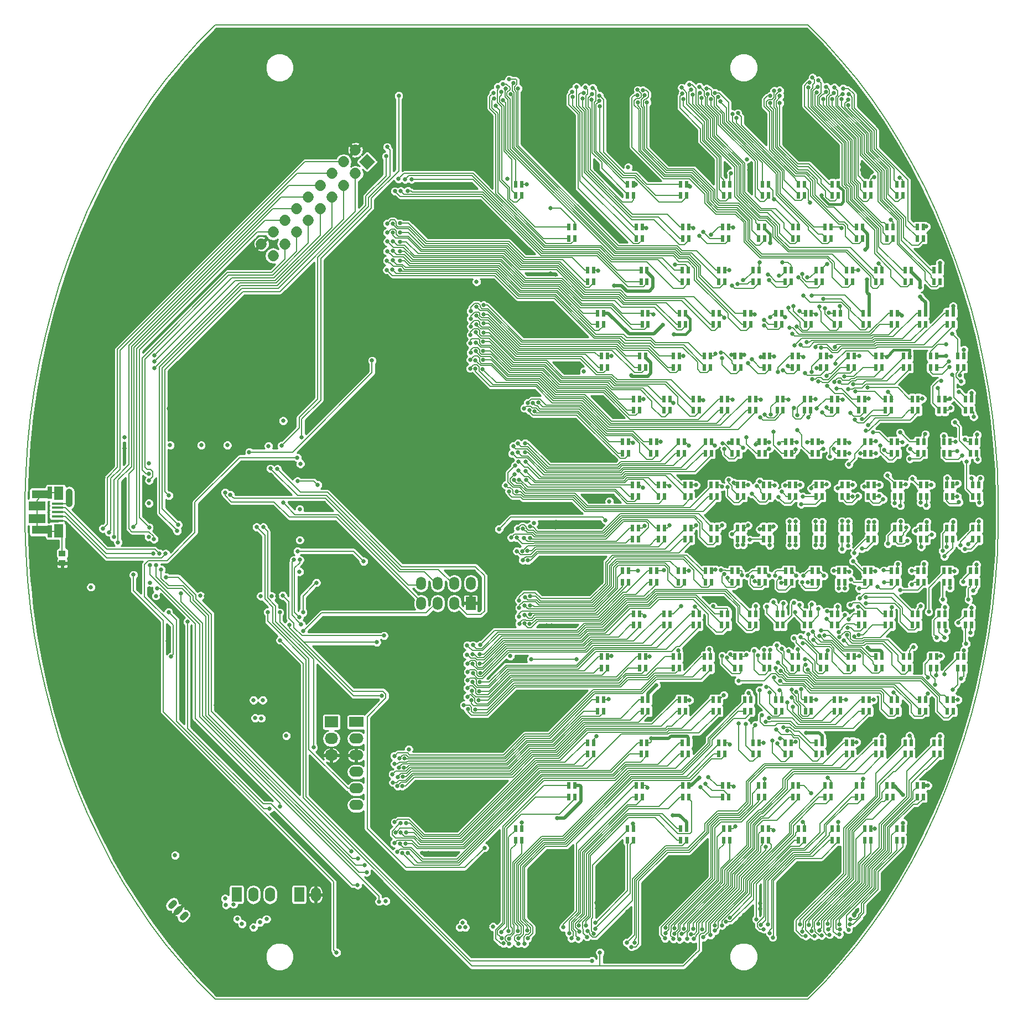
<source format=gtl>
G04 #@! TF.FileFunction,Copper,L1,Top,Signal*
%FSLAX46Y46*%
G04 Gerber Fmt 4.6, Leading zero omitted, Abs format (unit mm)*
G04 Created by KiCad (PCBNEW (2016-03-23 BZR 6647, Git bc699c8)-product) date Tue 29 Mar 2016 10:28:28 CEST*
%MOMM*%
G01*
G04 APERTURE LIST*
%ADD10C,0.100000*%
%ADD11C,0.150000*%
%ADD12R,0.575000X1.050000*%
%ADD13R,1.524000X2.199640*%
%ADD14O,1.524000X2.199640*%
%ADD15R,1.524000X1.998980*%
%ADD16O,1.524000X1.998980*%
%ADD17R,2.199640X1.524000*%
%ADD18O,2.199640X1.524000*%
%ADD19R,1.750060X0.398780*%
%ADD20R,2.499360X1.424940*%
%ADD21R,1.399540X1.998980*%
%ADD22R,2.451100X1.300480*%
%ADD23R,0.701040X1.826260*%
%ADD24R,1.000760X0.899160*%
%ADD25C,0.899160*%
%ADD26R,2.032000X1.727200*%
%ADD27O,2.032000X1.727200*%
%ADD28C,1.727200*%
%ADD29C,0.635000*%
%ADD30C,0.203200*%
%ADD31C,0.381000*%
%ADD32C,0.508000*%
%ADD33C,0.152400*%
%ADD34C,1.016000*%
%ADD35C,0.254000*%
G04 APERTURE END LIST*
D10*
D11*
X197948385Y-78128726D02*
X195352726Y-75500000D01*
X200448266Y-80901017D02*
X197948385Y-78128726D01*
X202847375Y-83811335D02*
X200448266Y-80901017D01*
X205140919Y-86853867D02*
X202847375Y-83811335D01*
X207324318Y-90022535D02*
X205140919Y-86853867D01*
X209393210Y-93311010D02*
X207324318Y-90022535D01*
X211343462Y-96712723D02*
X209393210Y-93311010D01*
X213171179Y-100220879D02*
X211343462Y-96712723D01*
X214872709Y-103828470D02*
X213171179Y-100220879D01*
X216444654Y-107528291D02*
X214872709Y-103828470D01*
X217883874Y-111312950D02*
X216444654Y-107528291D01*
X219187494Y-115174887D02*
X217883874Y-111312950D01*
X220352910Y-119106388D02*
X219187494Y-115174887D01*
X221377794Y-123099601D02*
X220352910Y-119106388D01*
X222260098Y-127146548D02*
X221377794Y-123099601D01*
X222998061Y-131239145D02*
X222260098Y-127146548D01*
X223590208Y-135369218D02*
X222998061Y-131239145D01*
X224035356Y-139528516D02*
X223590208Y-135369218D01*
X224332617Y-143708731D02*
X224035356Y-139528516D01*
X224481396Y-147901513D02*
X224332617Y-143708731D01*
X224481396Y-152098487D02*
X224481396Y-147901513D01*
X224332617Y-156291269D02*
X224481396Y-152098487D01*
X224035356Y-160471484D02*
X224332617Y-156291269D01*
X223590208Y-164630782D02*
X224035356Y-160471484D01*
X222998061Y-168760855D02*
X223590208Y-164630782D01*
X222260098Y-172853452D02*
X222998061Y-168760855D01*
X221377794Y-176900399D02*
X222260098Y-172853452D01*
X220352910Y-180893612D02*
X221377794Y-176900399D01*
X219187494Y-184825113D02*
X220352910Y-180893612D01*
X217883874Y-188687050D02*
X219187494Y-184825113D01*
X216444654Y-192471709D02*
X217883874Y-188687050D01*
X214872709Y-196171530D02*
X216444654Y-192471709D01*
X213171179Y-199779121D02*
X214872709Y-196171530D01*
X211343462Y-203287277D02*
X213171179Y-199779121D01*
X209393210Y-206688990D02*
X211343462Y-203287277D01*
X207324318Y-209977465D02*
X209393210Y-206688990D01*
X205140919Y-213146133D02*
X207324318Y-209977465D01*
X202847375Y-216188665D02*
X205140919Y-213146133D01*
X200448266Y-219098983D02*
X202847375Y-216188665D01*
X197948385Y-221871274D02*
X200448266Y-219098983D01*
X195352726Y-224500000D02*
X197948385Y-221871274D01*
X104647274Y-224500000D02*
X195352726Y-224500000D01*
X102051615Y-221871274D02*
X104647274Y-224500000D01*
X99551734Y-219098983D02*
X102051615Y-221871274D01*
X97152625Y-216188665D02*
X99551734Y-219098983D01*
X94859081Y-213146133D02*
X97152625Y-216188665D01*
X92675682Y-209977465D02*
X94859081Y-213146133D01*
X90606790Y-206688990D02*
X92675682Y-209977465D01*
X88656538Y-203287277D02*
X90606790Y-206688990D01*
X86828821Y-199779121D02*
X88656538Y-203287277D01*
X85127291Y-196171530D02*
X86828821Y-199779121D01*
X83555346Y-192471709D02*
X85127291Y-196171530D01*
X82116126Y-188687050D02*
X83555346Y-192471709D01*
X80812506Y-184825113D02*
X82116126Y-188687050D01*
X79647090Y-180893612D02*
X80812506Y-184825113D01*
X78622206Y-176900399D02*
X79647090Y-180893612D01*
X77739902Y-172853452D02*
X78622206Y-176900399D01*
X77001939Y-168760855D02*
X77739902Y-172853452D01*
X76409792Y-164630782D02*
X77001939Y-168760855D01*
X75964644Y-160471484D02*
X76409792Y-164630782D01*
X75667383Y-156291269D02*
X75964644Y-160471484D01*
X75518604Y-152098487D02*
X75667383Y-156291269D01*
X75518604Y-147901513D02*
X75518604Y-152098487D01*
X75667383Y-143708731D02*
X75518604Y-147901513D01*
X75964644Y-139528516D02*
X75667383Y-143708731D01*
X76409792Y-135369218D02*
X75964644Y-139528516D01*
X77001939Y-131239145D02*
X76409792Y-135369218D01*
X77739902Y-127146548D02*
X77001939Y-131239145D01*
X78622206Y-123099601D02*
X77739902Y-127146548D01*
X79647090Y-119106388D02*
X78622206Y-123099601D01*
X80812506Y-115174887D02*
X79647090Y-119106388D01*
X82116126Y-111312950D02*
X80812506Y-115174887D01*
X83555346Y-107528291D02*
X82116126Y-111312950D01*
X85127291Y-103828470D02*
X83555346Y-107528291D01*
X86828821Y-100220879D02*
X85127291Y-103828470D01*
X88656538Y-96712723D02*
X86828821Y-100220879D01*
X90606790Y-93311010D02*
X88656538Y-96712723D01*
X92675682Y-90022535D02*
X90606790Y-93311010D01*
X94859081Y-86853867D02*
X92675682Y-90022535D01*
X97152625Y-83811335D02*
X94859081Y-86853867D01*
X99551734Y-80901017D02*
X97152625Y-83811335D01*
X102051615Y-78128726D02*
X99551734Y-80901017D01*
X104647274Y-75500000D02*
X102051615Y-78128726D01*
X195352726Y-75500000D02*
X104647274Y-75500000D01*
D12*
X185707990Y-119556767D03*
X186632990Y-119556767D03*
X186632990Y-121306767D03*
X185707990Y-121306767D03*
D13*
X107920000Y-208500000D03*
D14*
X110460000Y-208500000D03*
X113000000Y-208500000D03*
D12*
X150604070Y-99844611D03*
X151529070Y-99844611D03*
X151529070Y-101594611D03*
X150604070Y-101594611D03*
X167704173Y-99844611D03*
X168629173Y-99844611D03*
X168629173Y-101594611D03*
X167704173Y-101594611D03*
X175822828Y-99844611D03*
X176747828Y-99844611D03*
X176747828Y-101594611D03*
X175822828Y-101594611D03*
X182458753Y-99844611D03*
X183383753Y-99844611D03*
X183383753Y-101594611D03*
X182458753Y-101594611D03*
X188379480Y-99844611D03*
X189304480Y-99844611D03*
X189304480Y-101594611D03*
X188379480Y-101594611D03*
X193872473Y-99844611D03*
X194797473Y-99844611D03*
X194797473Y-101594611D03*
X193872473Y-101594611D03*
X199080212Y-99844611D03*
X200005212Y-99844611D03*
X200005212Y-101594611D03*
X199080212Y-101594611D03*
X204084459Y-99844611D03*
X205009459Y-99844611D03*
X205009459Y-101594611D03*
X204084459Y-101594611D03*
X208936668Y-99844611D03*
X209861668Y-99844611D03*
X209861668Y-101594611D03*
X208936668Y-101594611D03*
X158740103Y-106415330D03*
X159665103Y-106415330D03*
X159665103Y-108165330D03*
X158740103Y-108165330D03*
X169071531Y-106415330D03*
X169996531Y-106415330D03*
X169996531Y-108165330D03*
X169071531Y-108165330D03*
X176192121Y-106415330D03*
X177117121Y-106415330D03*
X177117121Y-108165330D03*
X176192121Y-108165330D03*
X182269125Y-106415330D03*
X183194125Y-106415330D03*
X183194125Y-108165330D03*
X182269125Y-108165330D03*
X187803016Y-106415330D03*
X188728016Y-106415330D03*
X188728016Y-108165330D03*
X187803016Y-108165330D03*
X193001740Y-106415330D03*
X193926740Y-106415330D03*
X193926740Y-108165330D03*
X193001740Y-108165330D03*
X197973340Y-106415330D03*
X198898340Y-106415330D03*
X198898340Y-108165330D03*
X197973340Y-108165330D03*
X202781477Y-106415330D03*
X203706477Y-106415330D03*
X203706477Y-108165330D03*
X202781477Y-108165330D03*
X207466867Y-106415330D03*
X208391867Y-106415330D03*
X208391867Y-108165330D03*
X207466867Y-108165330D03*
X212057113Y-106415330D03*
X212982113Y-106415330D03*
X212982113Y-108165330D03*
X212057113Y-108165330D03*
X161615975Y-112986048D03*
X162540975Y-112986048D03*
X162540975Y-114736048D03*
X161615975Y-114736048D03*
X169805209Y-112986048D03*
X170730209Y-112986048D03*
X170730209Y-114736048D03*
X169805209Y-114736048D03*
X176139576Y-112986048D03*
X177064576Y-112986048D03*
X177064576Y-114736048D03*
X176139576Y-114736048D03*
X181733166Y-112986048D03*
X182658166Y-112986048D03*
X182658166Y-114736048D03*
X181733166Y-114736048D03*
X186920001Y-112986048D03*
X187845001Y-112986048D03*
X187845001Y-114736048D03*
X186920001Y-114736048D03*
X191849931Y-112986048D03*
X192774931Y-112986048D03*
X192774931Y-114736048D03*
X191849931Y-114736048D03*
X196603754Y-112986048D03*
X197528754Y-112986048D03*
X197528754Y-114736048D03*
X196603754Y-114736048D03*
X201230079Y-112986048D03*
X202155079Y-112986048D03*
X202155079Y-114736048D03*
X201230079Y-114736048D03*
X205760388Y-112986048D03*
X206685388Y-112986048D03*
X206685388Y-114736048D03*
X205760388Y-114736048D03*
X210216192Y-112986048D03*
X211141192Y-112986048D03*
X211141192Y-114736048D03*
X210216192Y-114736048D03*
X214612796Y-112986048D03*
X215537796Y-112986048D03*
X215537796Y-114736048D03*
X214612796Y-114736048D03*
X163129502Y-119556767D03*
X164054502Y-119556767D03*
X164054502Y-121306767D03*
X163129502Y-121306767D03*
X169973570Y-119556767D03*
X170898570Y-119556767D03*
X170898570Y-121306767D03*
X169973570Y-121306767D03*
X175662649Y-119556767D03*
X176587649Y-119556767D03*
X176587649Y-121306767D03*
X175662649Y-121306767D03*
X180833089Y-119556767D03*
X181758089Y-119556767D03*
X181758089Y-121306767D03*
X180833089Y-121306767D03*
X190393280Y-119556767D03*
X191318280Y-119556767D03*
X191318280Y-121306767D03*
X190393280Y-121306767D03*
X194947689Y-119556767D03*
X195872689Y-119556767D03*
X195872689Y-121306767D03*
X194947689Y-121306767D03*
X199407087Y-119556767D03*
X200332087Y-119556767D03*
X200332087Y-121306767D03*
X199407087Y-121306767D03*
X203794906Y-119556767D03*
X204719906Y-119556767D03*
X204719906Y-121306767D03*
X203794906Y-121306767D03*
X208127231Y-119556767D03*
X209052231Y-119556767D03*
X209052231Y-121306767D03*
X208127231Y-121306767D03*
X212415533Y-119556767D03*
X213340533Y-119556767D03*
X213340533Y-121306767D03*
X212415533Y-121306767D03*
X216668249Y-119556767D03*
X217593249Y-119556767D03*
X217593249Y-121306767D03*
X216668249Y-121306767D03*
X163723648Y-126127485D03*
X164648648Y-126127485D03*
X164648648Y-127877485D03*
X163723648Y-127877485D03*
X169590860Y-126127485D03*
X170515860Y-126127485D03*
X170515860Y-127877485D03*
X169590860Y-127877485D03*
X174737256Y-126127485D03*
X175662256Y-126127485D03*
X175662256Y-127877485D03*
X174737256Y-127877485D03*
X179536136Y-126127485D03*
X180461136Y-126127485D03*
X180461136Y-127877485D03*
X179536136Y-127877485D03*
X184132422Y-126127485D03*
X185057422Y-126127485D03*
X185057422Y-127877485D03*
X184132422Y-127877485D03*
X188597698Y-126127485D03*
X189522698Y-126127485D03*
X189522698Y-127877485D03*
X188597698Y-127877485D03*
X192972388Y-126127485D03*
X193897388Y-126127485D03*
X193897388Y-127877485D03*
X192972388Y-127877485D03*
X197281400Y-126127485D03*
X198206400Y-126127485D03*
X198206400Y-127877485D03*
X197281400Y-127877485D03*
X201541062Y-126127485D03*
X202466062Y-126127485D03*
X202466062Y-127877485D03*
X201541062Y-127877485D03*
X205762591Y-126127485D03*
X206687591Y-126127485D03*
X206687591Y-127877485D03*
X205762591Y-127877485D03*
X209953982Y-126127485D03*
X210878982Y-126127485D03*
X210878982Y-127877485D03*
X209953982Y-127877485D03*
X214121103Y-126127485D03*
X215046103Y-126127485D03*
X215046103Y-127877485D03*
X214121103Y-127877485D03*
X218268368Y-126127485D03*
X219193368Y-126127485D03*
X219193368Y-127877485D03*
X218268368Y-127877485D03*
X168623957Y-132698204D03*
X169548957Y-132698204D03*
X169548957Y-134448204D03*
X168623957Y-134448204D03*
X173311084Y-132698204D03*
X174236084Y-132698204D03*
X174236084Y-134448204D03*
X173311084Y-134448204D03*
X177787699Y-132698204D03*
X178712699Y-132698204D03*
X178712699Y-134448204D03*
X177787699Y-134448204D03*
X182140632Y-132698204D03*
X183065632Y-132698204D03*
X183065632Y-134448204D03*
X182140632Y-134448204D03*
X186413707Y-132698204D03*
X187338707Y-132698204D03*
X187338707Y-134448204D03*
X186413707Y-134448204D03*
X190631844Y-132698204D03*
X191556844Y-132698204D03*
X191556844Y-134448204D03*
X190631844Y-134448204D03*
X194810401Y-132698204D03*
X195735401Y-132698204D03*
X195735401Y-134448204D03*
X194810401Y-134448204D03*
X198959419Y-132698204D03*
X199884419Y-132698204D03*
X199884419Y-134448204D03*
X198959419Y-134448204D03*
X203085763Y-132698204D03*
X204010763Y-132698204D03*
X204010763Y-134448204D03*
X203085763Y-134448204D03*
X207194303Y-132698204D03*
X208119303Y-132698204D03*
X208119303Y-134448204D03*
X207194303Y-134448204D03*
X211288592Y-132698204D03*
X212213592Y-132698204D03*
X212213592Y-134448204D03*
X211288592Y-134448204D03*
X215371290Y-132698204D03*
X216296290Y-132698204D03*
X216296290Y-134448204D03*
X215371290Y-134448204D03*
X219444426Y-132698204D03*
X220369426Y-132698204D03*
X220369426Y-134448204D03*
X219444426Y-134448204D03*
X166975957Y-139268922D03*
X167900957Y-139268922D03*
X167900957Y-141018922D03*
X166975957Y-141018922D03*
X171285838Y-139268922D03*
X172210838Y-139268922D03*
X172210838Y-141018922D03*
X171285838Y-141018922D03*
X175496712Y-139268922D03*
X176421712Y-139268922D03*
X176421712Y-141018922D03*
X175496712Y-141018922D03*
X179650141Y-139268922D03*
X180575141Y-139268922D03*
X180575141Y-141018922D03*
X179650141Y-141018922D03*
X183767043Y-139268922D03*
X184692043Y-139268922D03*
X184692043Y-141018922D03*
X183767043Y-141018922D03*
X187859191Y-139268922D03*
X188784191Y-139268922D03*
X188784191Y-141018922D03*
X187859191Y-141018922D03*
X191933756Y-139268922D03*
X192858756Y-139268922D03*
X192858756Y-141018922D03*
X191933756Y-141018922D03*
X195995362Y-139268922D03*
X196920362Y-139268922D03*
X196920362Y-141018922D03*
X195995362Y-141018922D03*
X200047137Y-139268922D03*
X200972137Y-139268922D03*
X200972137Y-141018922D03*
X200047137Y-141018922D03*
X204091270Y-139268922D03*
X205016270Y-139268922D03*
X205016270Y-141018922D03*
X204091270Y-141018922D03*
X208129345Y-139268922D03*
X209054345Y-139268922D03*
X209054345Y-141018922D03*
X208129345Y-141018922D03*
X212162533Y-139268922D03*
X213087533Y-139268922D03*
X213087533Y-141018922D03*
X212162533Y-141018922D03*
X216191721Y-139268922D03*
X217116721Y-139268922D03*
X217116721Y-141018922D03*
X216191721Y-141018922D03*
X220217594Y-139268922D03*
X221142594Y-139268922D03*
X221142594Y-141018922D03*
X220217594Y-141018922D03*
X168470235Y-145839641D03*
X169395235Y-145839641D03*
X169395235Y-147589641D03*
X168470235Y-147589641D03*
X172501361Y-145839641D03*
X173426361Y-145839641D03*
X173426361Y-147589641D03*
X172501361Y-147589641D03*
X176523225Y-145839641D03*
X177448225Y-145839641D03*
X177448225Y-147589641D03*
X176523225Y-147589641D03*
X180539432Y-145839641D03*
X181464432Y-145839641D03*
X181464432Y-147589641D03*
X180539432Y-147589641D03*
X184551929Y-145839641D03*
X185476929Y-145839641D03*
X185476929Y-147589641D03*
X184551929Y-147589641D03*
X188561861Y-145839641D03*
X189486861Y-145839641D03*
X189486861Y-147589641D03*
X188561861Y-147589641D03*
X192569943Y-145839641D03*
X193494943Y-145839641D03*
X193494943Y-147589641D03*
X192569943Y-147589641D03*
X196576650Y-145839641D03*
X197501650Y-145839641D03*
X197501650Y-147589641D03*
X196576650Y-147589641D03*
X200582305Y-145839641D03*
X201507305Y-145839641D03*
X201507305Y-147589641D03*
X200582305Y-147589641D03*
X204587137Y-145839641D03*
X205512137Y-145839641D03*
X205512137Y-147589641D03*
X204587137Y-147589641D03*
X208591314Y-145839641D03*
X209516314Y-145839641D03*
X209516314Y-147589641D03*
X208591314Y-147589641D03*
X212594961Y-145839641D03*
X213519961Y-145839641D03*
X213519961Y-147589641D03*
X212594961Y-147589641D03*
X216598173Y-145839641D03*
X217523173Y-145839641D03*
X217523173Y-147589641D03*
X216598173Y-147589641D03*
X220601023Y-145839641D03*
X221526023Y-145839641D03*
X221526023Y-147589641D03*
X220601023Y-147589641D03*
X168470235Y-152410359D03*
X169395235Y-152410359D03*
X169395235Y-154160359D03*
X168470235Y-154160359D03*
X172501361Y-152410359D03*
X173426361Y-152410359D03*
X173426361Y-154160359D03*
X172501361Y-154160359D03*
X176523225Y-152410359D03*
X177448225Y-152410359D03*
X177448225Y-154160359D03*
X176523225Y-154160359D03*
X180539432Y-152410359D03*
X181464432Y-152410359D03*
X181464432Y-154160359D03*
X180539432Y-154160359D03*
X184551929Y-152410359D03*
X185476929Y-152410359D03*
X185476929Y-154160359D03*
X184551929Y-154160359D03*
X188561861Y-152410359D03*
X189486861Y-152410359D03*
X189486861Y-154160359D03*
X188561861Y-154160359D03*
X192569943Y-152410359D03*
X193494943Y-152410359D03*
X193494943Y-154160359D03*
X192569943Y-154160359D03*
X196576650Y-152410359D03*
X197501650Y-152410359D03*
X197501650Y-154160359D03*
X196576650Y-154160359D03*
X200582305Y-152410359D03*
X201507305Y-152410359D03*
X201507305Y-154160359D03*
X200582305Y-154160359D03*
X204587137Y-152410359D03*
X205512137Y-152410359D03*
X205512137Y-154160359D03*
X204587137Y-154160359D03*
X208591314Y-152410359D03*
X209516314Y-152410359D03*
X209516314Y-154160359D03*
X208591314Y-154160359D03*
X212594961Y-152410359D03*
X213519961Y-152410359D03*
X213519961Y-154160359D03*
X212594961Y-154160359D03*
X216598173Y-152410359D03*
X217523173Y-152410359D03*
X217523173Y-154160359D03*
X216598173Y-154160359D03*
X220601023Y-152410359D03*
X221526023Y-152410359D03*
X221526023Y-154160359D03*
X220601023Y-154160359D03*
X166975957Y-158981078D03*
X167900957Y-158981078D03*
X167900957Y-160731078D03*
X166975957Y-160731078D03*
X171285838Y-158981078D03*
X172210838Y-158981078D03*
X172210838Y-160731078D03*
X171285838Y-160731078D03*
X175496712Y-158981078D03*
X176421712Y-158981078D03*
X176421712Y-160731078D03*
X175496712Y-160731078D03*
X179650141Y-158981078D03*
X180575141Y-158981078D03*
X180575141Y-160731078D03*
X179650141Y-160731078D03*
X183767043Y-158981078D03*
X184692043Y-158981078D03*
X184692043Y-160731078D03*
X183767043Y-160731078D03*
X187859191Y-158981078D03*
X188784191Y-158981078D03*
X188784191Y-160731078D03*
X187859191Y-160731078D03*
X191933756Y-158981078D03*
X192858756Y-158981078D03*
X192858756Y-160731078D03*
X191933756Y-160731078D03*
X195995362Y-158981078D03*
X196920362Y-158981078D03*
X196920362Y-160731078D03*
X195995362Y-160731078D03*
X200047137Y-158981078D03*
X200972137Y-158981078D03*
X200972137Y-160731078D03*
X200047137Y-160731078D03*
X204091270Y-158981078D03*
X205016270Y-158981078D03*
X205016270Y-160731078D03*
X204091270Y-160731078D03*
X208129345Y-158981078D03*
X209054345Y-158981078D03*
X209054345Y-160731078D03*
X208129345Y-160731078D03*
X212162533Y-158981078D03*
X213087533Y-158981078D03*
X213087533Y-160731078D03*
X212162533Y-160731078D03*
X216191721Y-158981078D03*
X217116721Y-158981078D03*
X217116721Y-160731078D03*
X216191721Y-160731078D03*
X220217594Y-158981078D03*
X221142594Y-158981078D03*
X221142594Y-160731078D03*
X220217594Y-160731078D03*
X168623957Y-165551796D03*
X169548957Y-165551796D03*
X169548957Y-167301796D03*
X168623957Y-167301796D03*
X173311084Y-165551796D03*
X174236084Y-165551796D03*
X174236084Y-167301796D03*
X173311084Y-167301796D03*
X177787699Y-165551796D03*
X178712699Y-165551796D03*
X178712699Y-167301796D03*
X177787699Y-167301796D03*
X182140632Y-165551796D03*
X183065632Y-165551796D03*
X183065632Y-167301796D03*
X182140632Y-167301796D03*
X186413707Y-165551796D03*
X187338707Y-165551796D03*
X187338707Y-167301796D03*
X186413707Y-167301796D03*
X190631844Y-165551796D03*
X191556844Y-165551796D03*
X191556844Y-167301796D03*
X190631844Y-167301796D03*
X194810401Y-165551796D03*
X195735401Y-165551796D03*
X195735401Y-167301796D03*
X194810401Y-167301796D03*
X198959419Y-165551796D03*
X199884419Y-165551796D03*
X199884419Y-167301796D03*
X198959419Y-167301796D03*
X203085763Y-165551796D03*
X204010763Y-165551796D03*
X204010763Y-167301796D03*
X203085763Y-167301796D03*
X207194303Y-165551796D03*
X208119303Y-165551796D03*
X208119303Y-167301796D03*
X207194303Y-167301796D03*
X211288592Y-165551796D03*
X212213592Y-165551796D03*
X212213592Y-167301796D03*
X211288592Y-167301796D03*
X215371290Y-165551796D03*
X216296290Y-165551796D03*
X216296290Y-167301796D03*
X215371290Y-167301796D03*
X219444426Y-165551796D03*
X220369426Y-165551796D03*
X220369426Y-167301796D03*
X219444426Y-167301796D03*
X163723648Y-172122515D03*
X164648648Y-172122515D03*
X164648648Y-173872515D03*
X163723648Y-173872515D03*
X169590860Y-172122515D03*
X170515860Y-172122515D03*
X170515860Y-173872515D03*
X169590860Y-173872515D03*
X174737256Y-172122515D03*
X175662256Y-172122515D03*
X175662256Y-173872515D03*
X174737256Y-173872515D03*
X179536136Y-172122515D03*
X180461136Y-172122515D03*
X180461136Y-173872515D03*
X179536136Y-173872515D03*
X184132422Y-172122515D03*
X185057422Y-172122515D03*
X185057422Y-173872515D03*
X184132422Y-173872515D03*
X188597698Y-172122515D03*
X189522698Y-172122515D03*
X189522698Y-173872515D03*
X188597698Y-173872515D03*
X192972388Y-172122515D03*
X193897388Y-172122515D03*
X193897388Y-173872515D03*
X192972388Y-173872515D03*
X197281400Y-172122515D03*
X198206400Y-172122515D03*
X198206400Y-173872515D03*
X197281400Y-173872515D03*
X201541062Y-172122515D03*
X202466062Y-172122515D03*
X202466062Y-173872515D03*
X201541062Y-173872515D03*
X205762591Y-172122515D03*
X206687591Y-172122515D03*
X206687591Y-173872515D03*
X205762591Y-173872515D03*
X209953982Y-172122515D03*
X210878982Y-172122515D03*
X210878982Y-173872515D03*
X209953982Y-173872515D03*
X214121103Y-172122515D03*
X215046103Y-172122515D03*
X215046103Y-173872515D03*
X214121103Y-173872515D03*
X218268368Y-172122515D03*
X219193368Y-172122515D03*
X219193368Y-173872515D03*
X218268368Y-173872515D03*
X163129502Y-178693233D03*
X164054502Y-178693233D03*
X164054502Y-180443233D03*
X163129502Y-180443233D03*
X169973570Y-178693233D03*
X170898570Y-178693233D03*
X170898570Y-180443233D03*
X169973570Y-180443233D03*
X175662649Y-178693233D03*
X176587649Y-178693233D03*
X176587649Y-180443233D03*
X175662649Y-180443233D03*
X180833089Y-178693233D03*
X181758089Y-178693233D03*
X181758089Y-180443233D03*
X180833089Y-180443233D03*
X185707990Y-178693233D03*
X186632990Y-178693233D03*
X186632990Y-180443233D03*
X185707990Y-180443233D03*
X190393280Y-178693233D03*
X191318280Y-178693233D03*
X191318280Y-180443233D03*
X190393280Y-180443233D03*
X194947689Y-178693233D03*
X195872689Y-178693233D03*
X195872689Y-180443233D03*
X194947689Y-180443233D03*
X199407087Y-178693233D03*
X200332087Y-178693233D03*
X200332087Y-180443233D03*
X199407087Y-180443233D03*
X203794906Y-178693233D03*
X204719906Y-178693233D03*
X204719906Y-180443233D03*
X203794906Y-180443233D03*
X208127231Y-178693233D03*
X209052231Y-178693233D03*
X209052231Y-180443233D03*
X208127231Y-180443233D03*
X212415533Y-178693233D03*
X213340533Y-178693233D03*
X213340533Y-180443233D03*
X212415533Y-180443233D03*
X216668249Y-178693233D03*
X217593249Y-178693233D03*
X217593249Y-180443233D03*
X216668249Y-180443233D03*
X161615975Y-185263952D03*
X162540975Y-185263952D03*
X162540975Y-187013952D03*
X161615975Y-187013952D03*
X169805209Y-185263952D03*
X170730209Y-185263952D03*
X170730209Y-187013952D03*
X169805209Y-187013952D03*
X176139576Y-185263952D03*
X177064576Y-185263952D03*
X177064576Y-187013952D03*
X176139576Y-187013952D03*
X181733166Y-185263952D03*
X182658166Y-185263952D03*
X182658166Y-187013952D03*
X181733166Y-187013952D03*
X186920001Y-185263952D03*
X187845001Y-185263952D03*
X187845001Y-187013952D03*
X186920001Y-187013952D03*
X191849931Y-185263952D03*
X192774931Y-185263952D03*
X192774931Y-187013952D03*
X191849931Y-187013952D03*
X196603754Y-185263952D03*
X197528754Y-185263952D03*
X197528754Y-187013952D03*
X196603754Y-187013952D03*
X201230079Y-185263952D03*
X202155079Y-185263952D03*
X202155079Y-187013952D03*
X201230079Y-187013952D03*
X205760388Y-185263952D03*
X206685388Y-185263952D03*
X206685388Y-187013952D03*
X205760388Y-187013952D03*
X210216192Y-185263952D03*
X211141192Y-185263952D03*
X211141192Y-187013952D03*
X210216192Y-187013952D03*
X214612796Y-185263952D03*
X215537796Y-185263952D03*
X215537796Y-187013952D03*
X214612796Y-187013952D03*
X158740103Y-191834670D03*
X159665103Y-191834670D03*
X159665103Y-193584670D03*
X158740103Y-193584670D03*
X169071531Y-191834670D03*
X169996531Y-191834670D03*
X169996531Y-193584670D03*
X169071531Y-193584670D03*
X176192121Y-191834670D03*
X177117121Y-191834670D03*
X177117121Y-193584670D03*
X176192121Y-193584670D03*
X182269125Y-191834670D03*
X183194125Y-191834670D03*
X183194125Y-193584670D03*
X182269125Y-193584670D03*
X187803016Y-191834670D03*
X188728016Y-191834670D03*
X188728016Y-193584670D03*
X187803016Y-193584670D03*
X193001740Y-191834670D03*
X193926740Y-191834670D03*
X193926740Y-193584670D03*
X193001740Y-193584670D03*
X197973340Y-191834670D03*
X198898340Y-191834670D03*
X198898340Y-193584670D03*
X197973340Y-193584670D03*
X202781477Y-191834670D03*
X203706477Y-191834670D03*
X203706477Y-193584670D03*
X202781477Y-193584670D03*
X207466867Y-191834670D03*
X208391867Y-191834670D03*
X208391867Y-193584670D03*
X207466867Y-193584670D03*
X212057113Y-191834670D03*
X212982113Y-191834670D03*
X212982113Y-193584670D03*
X212057113Y-193584670D03*
X150604070Y-198405389D03*
X151529070Y-198405389D03*
X151529070Y-200155389D03*
X150604070Y-200155389D03*
X167704173Y-198405389D03*
X168629173Y-198405389D03*
X168629173Y-200155389D03*
X167704173Y-200155389D03*
X175822828Y-198405389D03*
X176747828Y-198405389D03*
X176747828Y-200155389D03*
X175822828Y-200155389D03*
X182458753Y-198405389D03*
X183383753Y-198405389D03*
X183383753Y-200155389D03*
X182458753Y-200155389D03*
X188379480Y-198405389D03*
X189304480Y-198405389D03*
X189304480Y-200155389D03*
X188379480Y-200155389D03*
X193872473Y-198405389D03*
X194797473Y-198405389D03*
X194797473Y-200155389D03*
X193872473Y-200155389D03*
X199080212Y-198405389D03*
X200005212Y-198405389D03*
X200005212Y-200155389D03*
X199080212Y-200155389D03*
X204084459Y-198405389D03*
X205009459Y-198405389D03*
X205009459Y-200155389D03*
X204084459Y-200155389D03*
X208936668Y-198405389D03*
X209861668Y-198405389D03*
X209861668Y-200155389D03*
X208936668Y-200155389D03*
D15*
X143750000Y-163948920D03*
D16*
X143750000Y-160911080D03*
X141210000Y-163948920D03*
X141210000Y-160911080D03*
X138670000Y-163948920D03*
X138670000Y-160911080D03*
X136130000Y-163948920D03*
X136130000Y-160911080D03*
D17*
X126238000Y-182118000D03*
D18*
X126238000Y-184658000D03*
X126238000Y-187198000D03*
X126238000Y-189738000D03*
X126238000Y-192278000D03*
X126238000Y-194818000D03*
D13*
X117480000Y-208500000D03*
D14*
X120020000Y-208500000D03*
D19*
X80500000Y-148699520D03*
X80500000Y-149349760D03*
X80500000Y-150000000D03*
X80500000Y-150650240D03*
X80500000Y-151300480D03*
D20*
X77426600Y-149037340D03*
X77426600Y-150962660D03*
D21*
X80705740Y-147099320D03*
X80705740Y-152900680D03*
D22*
X77825380Y-147274580D03*
D23*
X79374780Y-147012960D03*
X79374780Y-152987040D03*
D22*
X77825380Y-152725420D03*
D24*
X81240000Y-157811840D03*
X81240000Y-156308160D03*
D25*
X99164806Y-210659142D02*
X98739142Y-211084806D01*
X98266781Y-209761117D02*
X97841117Y-210186781D01*
X100062832Y-211557168D02*
X99637168Y-211982832D01*
D26*
X122428000Y-182118000D03*
D27*
X122428000Y-184658000D03*
X122428000Y-187198000D03*
D10*
G36*
X129101571Y-96411846D02*
X127880256Y-97633161D01*
X126658941Y-96411846D01*
X127880256Y-95190531D01*
X129101571Y-96411846D01*
X129101571Y-96411846D01*
G37*
D28*
X126084205Y-94615795D02*
X126084205Y-94615795D01*
X126084205Y-98207897D02*
X126084205Y-98207897D01*
X124288154Y-96411846D02*
X124288154Y-96411846D01*
X124288154Y-100003948D02*
X124288154Y-100003948D01*
X122492102Y-98207897D02*
X122492102Y-98207897D01*
X122492102Y-101800000D02*
X122492102Y-101800000D01*
X120696051Y-100003948D02*
X120696051Y-100003948D01*
X120696051Y-103596051D02*
X120696051Y-103596051D01*
X118900000Y-101800000D02*
X118900000Y-101800000D01*
X118900000Y-105392102D02*
X118900000Y-105392102D01*
X117103949Y-103596051D02*
X117103949Y-103596051D01*
X117103949Y-107188153D02*
X117103949Y-107188153D01*
X115307897Y-105392102D02*
X115307897Y-105392102D01*
X115307897Y-108984205D02*
X115307897Y-108984205D01*
X113511846Y-107188153D02*
X113511846Y-107188153D01*
X113511846Y-110780256D02*
X113511846Y-110780256D01*
X111715795Y-108984205D02*
X111715795Y-108984205D01*
D29*
X179240000Y-219030000D03*
X145763932Y-137014522D03*
X127540000Y-109830000D03*
X155640000Y-85230000D03*
X180040000Y-82330000D03*
X120582033Y-192902858D03*
X128670000Y-209620000D03*
X94595797Y-161658068D03*
X94566434Y-154756353D03*
X90797690Y-140231906D03*
X87516134Y-144750000D03*
X109730000Y-169690000D03*
X111720000Y-168570000D03*
X97340000Y-169730000D03*
X124430000Y-157650000D03*
X123140000Y-159440000D03*
X123310000Y-142620000D03*
X120650000Y-135110000D03*
X119170000Y-136080000D03*
X97580000Y-134190000D03*
X88910000Y-139300000D03*
X82300000Y-152200000D03*
X103229971Y-162833514D03*
X81250000Y-158730000D03*
X154497840Y-119101096D03*
X154497840Y-118199140D03*
X202883280Y-210986372D03*
X202453648Y-211671126D03*
X163028145Y-209770000D03*
X163096361Y-210634641D03*
X156730000Y-152318026D03*
X163330283Y-132600462D03*
X164557785Y-133072166D03*
X143513503Y-114897517D03*
X142703506Y-114832195D03*
X156753056Y-113651483D03*
X155940589Y-113506910D03*
X162852927Y-96888367D03*
X114137291Y-162838204D03*
X101401096Y-182340998D03*
X108802601Y-176263194D03*
X113781839Y-139910820D03*
X111920000Y-133300000D03*
X107070000Y-133310000D03*
X115650000Y-178190000D03*
X130230000Y-131190000D03*
X134529710Y-123757427D03*
X109750000Y-165250000D03*
X106750000Y-165250000D03*
X98500000Y-205000000D03*
X102500000Y-201750000D03*
X102750000Y-203250000D03*
X102750000Y-200250000D03*
X102750000Y-195250000D03*
X102500000Y-194000000D03*
X102750000Y-192500000D03*
X108250000Y-183250000D03*
X108250000Y-182250000D03*
X104750000Y-186000000D03*
X104750000Y-179500000D03*
X101500000Y-183250000D03*
X107750000Y-177500000D03*
X101504858Y-139777726D03*
X105504845Y-139777816D03*
X124500000Y-143500000D03*
X117590000Y-148620000D03*
X117574931Y-153254479D03*
X96417271Y-162813552D03*
X94500000Y-149940000D03*
X106460000Y-120030000D03*
X161950000Y-147570000D03*
X157890000Y-127610000D03*
X157900000Y-128500000D03*
X145350000Y-98160000D03*
X145910000Y-98770000D03*
X146170649Y-97363182D03*
X146177963Y-96697582D03*
X162880000Y-97610000D03*
X166660000Y-94980000D03*
X167310000Y-94970000D03*
X203630000Y-97690000D03*
X203630000Y-96790000D03*
X182871259Y-97668082D03*
X182890000Y-96860000D03*
X186390000Y-96930000D03*
X186393721Y-97679757D03*
X184980698Y-212180698D03*
X185550699Y-211610699D03*
X167430000Y-211840000D03*
X156791719Y-151484695D03*
X155400000Y-167380000D03*
X156130000Y-167370000D03*
X136250000Y-185360000D03*
X137100000Y-185380000D03*
X136330000Y-202140000D03*
X137230000Y-202120000D03*
X147760000Y-185920000D03*
X148410000Y-186520000D03*
X151209834Y-172604046D03*
X150456004Y-172655327D03*
X146290000Y-213390000D03*
X146230000Y-210860000D03*
X147787678Y-209695380D03*
X147840000Y-211000000D03*
X188030000Y-210690000D03*
X188024983Y-209820748D03*
X167750000Y-211090000D03*
X161890000Y-148320000D03*
X153423445Y-121777139D03*
X196389384Y-94599968D03*
X197289384Y-93499968D03*
X195489384Y-94599968D03*
X197289384Y-94599968D03*
X194589384Y-93499968D03*
X193689384Y-92399968D03*
X194589384Y-92399968D03*
X193689384Y-93499968D03*
X193689384Y-94599968D03*
X194589384Y-94599968D03*
X195489384Y-93499968D03*
X195489384Y-92399968D03*
X196389384Y-92399968D03*
X196389384Y-93499968D03*
X197289384Y-92399968D03*
X176409384Y-94599968D03*
X177309384Y-93499968D03*
X175509384Y-94599968D03*
X177309384Y-94599968D03*
X174609384Y-93499968D03*
X173709384Y-92399968D03*
X174609384Y-92399968D03*
X173709384Y-93499968D03*
X173709384Y-94599968D03*
X174609384Y-94599968D03*
X175509384Y-93499968D03*
X175509384Y-92399968D03*
X176409384Y-92399968D03*
X176409384Y-93499968D03*
X177309384Y-92399968D03*
X154599384Y-92419968D03*
X157299384Y-94619968D03*
X156399384Y-94619968D03*
X155499384Y-94619968D03*
X154599384Y-94619968D03*
X153699384Y-94619968D03*
X157299384Y-93519968D03*
X156399384Y-93519968D03*
X155499384Y-93519968D03*
X154599384Y-93519968D03*
X153699384Y-93519968D03*
X157299384Y-92419968D03*
X156399384Y-92419968D03*
X155499384Y-92419968D03*
X153699384Y-92419968D03*
X139399968Y-105502349D03*
X154499968Y-120002349D03*
X153399968Y-118200616D03*
X153399968Y-119100616D03*
X153399968Y-120002349D03*
X155595366Y-120894753D03*
X155601486Y-121772154D03*
X154496164Y-120894753D03*
X154498448Y-121772158D03*
X153396963Y-120894753D03*
X155599968Y-119100616D03*
X155599968Y-120002349D03*
X155599968Y-118200616D03*
X159489968Y-139992349D03*
X158389968Y-138190616D03*
X158389968Y-139090616D03*
X158389968Y-139992349D03*
X160585366Y-140884753D03*
X160591486Y-141762154D03*
X159486164Y-140884753D03*
X159488448Y-141762158D03*
X158389968Y-141790616D03*
X158386963Y-140884753D03*
X160589968Y-139090616D03*
X160589968Y-139992349D03*
X159489968Y-139090616D03*
X160589968Y-138190616D03*
X159489968Y-138190616D03*
X139396963Y-106394753D03*
X141601486Y-107272154D03*
X140498448Y-107272158D03*
X139399968Y-107300616D03*
X140496164Y-106394753D03*
X141595366Y-106394753D03*
X141599968Y-105502349D03*
X140499968Y-105502349D03*
X139399968Y-104600616D03*
X140499968Y-104600616D03*
X141599968Y-104600616D03*
X141599968Y-103700616D03*
X140499968Y-103700616D03*
X139399968Y-103700616D03*
X141586267Y-196300060D03*
X140500119Y-196300060D03*
X139401767Y-196300060D03*
X160601486Y-161772154D03*
X159498448Y-161772158D03*
X160595366Y-160894753D03*
X159496164Y-160894753D03*
X158396963Y-160894753D03*
X159499968Y-160002349D03*
X160599968Y-160002349D03*
X158399968Y-160002349D03*
X160599968Y-158200616D03*
X160599968Y-159100616D03*
X158399968Y-158200616D03*
X159499968Y-159100616D03*
X158399968Y-159100616D03*
X159499968Y-158200616D03*
X158399968Y-161800616D03*
X154499968Y-181800616D03*
X154499968Y-180900616D03*
X155599968Y-180900616D03*
X155599968Y-180000616D03*
X155599968Y-181800616D03*
X154499968Y-180000616D03*
X153399968Y-180000616D03*
X153399968Y-181800616D03*
X153399968Y-180900616D03*
X155599968Y-178200616D03*
X155599968Y-179100616D03*
X154499968Y-179100616D03*
X153399968Y-178200616D03*
X153399968Y-179100616D03*
X154499968Y-178200616D03*
X139399968Y-195400616D03*
X140499968Y-195400617D03*
X141599968Y-195400616D03*
X139399968Y-193600616D03*
X139399968Y-194500616D03*
X139399968Y-192700616D03*
X140499968Y-194500615D03*
X141599968Y-194500616D03*
X140499968Y-192700616D03*
X140499968Y-193600616D03*
X141599968Y-193600616D03*
X141599968Y-192700616D03*
X157299384Y-205399968D03*
X156399384Y-206499968D03*
X157299384Y-207599968D03*
X157299384Y-206499968D03*
X156399384Y-207599968D03*
X154599384Y-205399968D03*
X156399384Y-205399968D03*
X154599384Y-206499968D03*
X153699384Y-206499968D03*
X155499384Y-205399968D03*
X153699384Y-205399968D03*
X153699384Y-207599968D03*
X154599384Y-207599968D03*
X155499384Y-206499968D03*
X155499384Y-207599968D03*
X176399384Y-206499968D03*
X177299384Y-205399968D03*
X176399384Y-205399968D03*
X177299384Y-206499968D03*
X174599384Y-207599968D03*
X173699384Y-207599968D03*
X177299384Y-207599968D03*
X176399384Y-207599968D03*
X175499384Y-207599968D03*
X173699384Y-206499968D03*
X173699384Y-205399968D03*
X175499384Y-206499968D03*
X174599384Y-206499968D03*
X175499384Y-205399968D03*
X174599384Y-205399968D03*
X197299384Y-207599968D03*
X196399384Y-207599968D03*
X195499384Y-207599968D03*
X194599384Y-207599968D03*
X193699384Y-207599968D03*
X193699384Y-206499968D03*
X194599384Y-206499968D03*
X195499384Y-206499968D03*
X196399384Y-206499968D03*
X197299384Y-206499968D03*
X197299384Y-205399968D03*
X196399384Y-205399968D03*
X195499384Y-205399968D03*
X194599384Y-205399968D03*
X193699384Y-205399968D03*
X142528089Y-212831333D03*
X142068293Y-213521026D03*
X142906462Y-213525816D03*
X94677231Y-160823821D03*
X111617690Y-162845489D03*
X94453892Y-153832212D03*
X90797690Y-138577113D03*
X115040000Y-136040000D03*
X102392890Y-162790000D03*
X147169484Y-213422348D03*
X134258871Y-186276006D03*
X149820000Y-172030000D03*
X153446102Y-151656985D03*
X144619576Y-114757418D03*
X161074613Y-128460289D03*
X149313339Y-99041809D03*
X113300199Y-162881523D03*
X111682642Y-181527828D03*
X111910307Y-178754455D03*
X117528997Y-159117509D03*
X112800000Y-139900000D03*
X115520000Y-184200000D03*
X117680000Y-142610000D03*
X85620000Y-161470000D03*
X130755496Y-209501402D03*
X98500000Y-202500000D03*
X110750000Y-181500000D03*
X110500000Y-178750000D03*
X94500000Y-142500000D03*
X97750000Y-139750000D03*
X102495127Y-139768681D03*
X106495074Y-139769195D03*
X117574458Y-149530000D03*
X117580000Y-154270000D03*
X95568970Y-162824485D03*
X94510000Y-148660000D03*
X186009226Y-96013611D03*
X167850000Y-97250000D03*
X164960000Y-148350000D03*
X117215439Y-141649940D03*
X97890000Y-172090000D03*
X119679590Y-185999205D03*
X111990000Y-152300000D03*
X195931604Y-164137616D03*
X189610000Y-171060000D03*
X200270000Y-118520000D03*
X196558237Y-119731763D03*
X209845025Y-139334573D03*
X205781001Y-139125679D03*
X206257228Y-145804149D03*
X210310011Y-145768284D03*
X193770827Y-170990093D03*
X212563127Y-164394929D03*
X209087424Y-157987390D03*
X213142755Y-157918614D03*
X199864840Y-164487719D03*
X168580000Y-197631720D03*
X170224679Y-132689709D03*
X155949948Y-103520275D03*
X152306018Y-99856357D03*
X108000000Y-212250000D03*
X112500000Y-212250000D03*
X170376050Y-165939339D03*
X183587322Y-98135080D03*
X209402675Y-98830463D03*
X182485486Y-177974306D03*
X185925745Y-171857906D03*
X180220000Y-171020000D03*
X198393980Y-171173980D03*
X214226131Y-145836502D03*
X201647370Y-159152630D03*
X194652590Y-126274712D03*
X203223976Y-126098889D03*
X216490864Y-126105142D03*
X212831689Y-132633209D03*
X217096863Y-132658069D03*
X182164221Y-146133735D03*
X187930000Y-111810000D03*
X191400000Y-111800000D03*
X189537404Y-108843080D03*
X198843682Y-126159285D03*
X181200163Y-125754159D03*
X183827733Y-132803438D03*
X188091730Y-132825550D03*
X192332333Y-132786329D03*
X193607996Y-139284623D03*
X174180432Y-145978875D03*
X178208135Y-145850367D03*
X186195605Y-145812337D03*
X198239886Y-145779520D03*
X190231405Y-145903258D03*
X194162942Y-145815213D03*
X217561749Y-118501428D03*
X215552528Y-111888892D03*
X208040000Y-105290000D03*
X212479403Y-117050000D03*
X212479403Y-115625363D03*
X183859519Y-106463844D03*
X174690000Y-196350000D03*
X178700000Y-190640000D03*
X195680000Y-102620000D03*
X213310000Y-138080000D03*
X209700000Y-119970000D03*
X204350000Y-114440000D03*
X207580000Y-131620000D03*
X204620000Y-132660000D03*
X196488014Y-132710951D03*
X200651062Y-132775586D03*
X204170000Y-109830000D03*
X200500000Y-106550000D03*
X206160000Y-111950000D03*
X202996848Y-112953152D03*
X198320780Y-112089221D03*
X219244954Y-125158119D03*
X221246763Y-138155899D03*
X217893292Y-139245695D03*
X207420000Y-126240000D03*
X221706920Y-144857538D03*
X220369426Y-131792204D03*
X191587671Y-163993735D03*
X210890000Y-184220000D03*
X215540000Y-184270000D03*
X205370000Y-178700000D03*
X201130000Y-178680000D03*
X196557091Y-178700000D03*
X218280000Y-178700000D03*
X211487498Y-170610000D03*
X208160000Y-164580000D03*
X205690000Y-159010000D03*
X193460000Y-151430000D03*
X197530000Y-151480000D03*
X201540000Y-151420000D03*
X205520000Y-151490000D03*
X209513080Y-151468309D03*
X213570000Y-151490000D03*
X220410000Y-164610000D03*
X221530000Y-151440000D03*
X217560000Y-151500000D03*
X221150000Y-158020000D03*
X217770000Y-159010000D03*
X216320000Y-164520000D03*
X204480000Y-170720000D03*
X215645670Y-172040157D03*
X219236218Y-171142435D03*
X213730000Y-177800000D03*
X208410000Y-177570000D03*
X206680000Y-184340000D03*
X202803150Y-185180000D03*
X200000000Y-197390000D03*
X203760000Y-190800000D03*
X213690000Y-191820000D03*
X209880000Y-193220000D03*
X195070000Y-183730000D03*
X198350000Y-190610000D03*
X195860000Y-192990000D03*
X190039994Y-198690394D03*
X188580000Y-185310000D03*
X193480000Y-185110000D03*
X183380000Y-185510000D03*
X188690000Y-190790000D03*
X183970000Y-191980000D03*
X194570000Y-197390000D03*
X184270000Y-198060000D03*
X205590000Y-198390000D03*
X209930000Y-197570000D03*
X203164806Y-172022134D03*
X203042490Y-164506084D03*
X170810000Y-192120000D03*
X186280000Y-177640000D03*
X191040000Y-177250000D03*
X172150000Y-176520000D03*
X165258312Y-171976178D03*
X177240000Y-178760000D03*
X171377823Y-184657823D03*
X151540000Y-197450000D03*
X157000000Y-196780000D03*
X163000000Y-184310000D03*
X164810000Y-178574592D03*
X175510781Y-171170781D03*
X171104214Y-172090000D03*
X175910000Y-164420000D03*
X187350000Y-164410000D03*
X180840000Y-164420000D03*
X178040000Y-164440000D03*
X185243911Y-159609647D03*
X181168154Y-158755653D03*
X197790000Y-159750000D03*
X193590000Y-159710000D03*
X189430000Y-159710000D03*
X177150000Y-158923080D03*
X173282204Y-158901968D03*
X169335781Y-158935780D03*
X174180000Y-152030000D03*
X178240000Y-152030000D03*
X182230000Y-152040000D03*
X186160000Y-152040000D03*
X190054140Y-152194446D03*
X170342046Y-152063080D03*
X111500000Y-212750000D03*
X108750000Y-213000000D03*
X110500000Y-213500000D03*
X177770000Y-106536348D03*
X183296068Y-112963858D03*
X218199463Y-145618679D03*
X205454178Y-98767062D03*
X189416082Y-139360768D03*
X202170000Y-145820000D03*
X170070000Y-146300000D03*
X201650000Y-139410000D03*
X197550000Y-139310000D03*
X185410000Y-140180000D03*
X181130000Y-139800000D03*
X177090000Y-139820000D03*
X172830000Y-139220000D03*
X168580000Y-139390000D03*
X179300000Y-132900000D03*
X174730000Y-133320000D03*
X190190000Y-126220000D03*
X185550000Y-125960000D03*
X165300000Y-126100000D03*
X168290000Y-129090000D03*
X173150003Y-121349997D03*
X176320000Y-126140000D03*
X174980000Y-112140000D03*
X165710000Y-115340000D03*
X163250000Y-113050000D03*
X171720000Y-119740000D03*
X174850000Y-122810000D03*
X182530000Y-120240000D03*
X187200000Y-119780000D03*
X191890000Y-120150000D03*
X213460000Y-106330000D03*
X170600000Y-106560000D03*
X177286576Y-100206401D03*
X197440000Y-101560000D03*
X190183838Y-102123244D03*
X168976848Y-99823152D03*
X148714053Y-86977627D03*
X147880244Y-84926027D03*
X148426354Y-85747410D03*
X162427304Y-85106821D03*
X162313840Y-86090176D03*
X162264898Y-86912035D03*
X163433352Y-86294411D03*
X163440916Y-87118917D03*
X163479466Y-87905385D03*
X176041037Y-85088492D03*
X176146483Y-85974241D03*
X176279959Y-86845930D03*
X179845979Y-85219099D03*
X180016000Y-86022976D03*
X180492612Y-86845930D03*
X184623600Y-88980017D03*
X183798067Y-89116343D03*
X184404551Y-89736347D03*
X191018586Y-87435243D03*
X190997605Y-85483944D03*
X191040665Y-86309216D03*
X198149477Y-84937241D03*
X198111858Y-85751011D03*
X197661906Y-86811891D03*
X201576240Y-86042327D03*
X201548163Y-86910709D03*
X201548161Y-87796002D03*
X147548886Y-87824075D03*
X147206176Y-85854764D03*
X147317031Y-86702840D03*
X159901110Y-84982883D03*
X159284643Y-85687417D03*
X159331266Y-86521462D03*
X161307792Y-85076563D03*
X161012785Y-85863248D03*
X160867876Y-86777127D03*
X180553292Y-107555266D03*
X178758889Y-107773315D03*
X179347249Y-107141225D03*
X170696005Y-87371151D03*
X170361951Y-86264352D03*
X170125535Y-85480292D03*
X178726403Y-84926808D03*
X178783341Y-85867993D03*
X179084422Y-86675331D03*
X181108211Y-85863043D03*
X181595865Y-86481275D03*
X181929453Y-87194533D03*
X189563855Y-87450393D03*
X189570849Y-86351188D03*
X190189744Y-85570336D03*
X196932327Y-83976761D03*
X196813383Y-84928312D03*
X196654344Y-85807839D03*
X200706810Y-85205847D03*
X200690951Y-86030524D03*
X200455952Y-86863131D03*
X132917703Y-105822265D03*
X131825491Y-105854337D03*
X130970903Y-105847216D03*
X134145945Y-100840091D03*
X132144414Y-100918491D03*
X133045690Y-100895081D03*
X132706247Y-99057418D03*
X134672664Y-99080827D03*
X133712865Y-99092532D03*
X150997660Y-85190882D03*
X150284595Y-84359326D03*
X149623846Y-83810353D03*
X185390350Y-114547370D03*
X183722517Y-115342974D03*
X184543918Y-115108813D03*
X190909117Y-113838191D03*
X189405367Y-114514028D03*
X189217419Y-113704525D03*
X195258639Y-114131360D03*
X193878901Y-114118622D03*
X194480000Y-113610000D03*
X169298975Y-87336923D03*
X169269739Y-86233294D03*
X169292660Y-85423246D03*
X177207976Y-84623330D03*
X177441481Y-85376010D03*
X177691130Y-86142634D03*
X196036283Y-83548564D03*
X195592226Y-84317734D03*
X195372007Y-85084626D03*
X199374639Y-85071044D03*
X199311203Y-85927440D03*
X199058930Y-86815554D03*
X132907969Y-111544467D03*
X130928174Y-111537345D03*
X131797005Y-111487494D03*
X132907969Y-110070303D03*
X130963782Y-110098789D03*
X131809583Y-110041585D03*
X132960332Y-108648382D03*
X130992268Y-108617504D03*
X131853977Y-108546288D03*
X132963425Y-107251359D03*
X131832613Y-107243042D03*
X130970903Y-107264407D03*
X149841928Y-86093886D03*
X149126478Y-85228787D03*
X148660713Y-84527490D03*
X189592448Y-120187440D03*
X188640000Y-121430519D03*
X188610000Y-120620000D03*
X194081508Y-119212994D03*
X192365741Y-118775574D03*
X193103422Y-118500175D03*
X198559197Y-119510481D03*
X197097409Y-118592375D03*
X197928320Y-118848829D03*
X195904351Y-116851143D03*
X194622884Y-116851143D03*
X197724696Y-117366102D03*
X193618007Y-121652109D03*
X192957480Y-122748075D03*
X192527171Y-121811075D03*
X193279396Y-124497216D03*
X194240062Y-124399398D03*
X195173517Y-123980214D03*
X199436120Y-124747415D03*
X197328946Y-124859797D03*
X196473892Y-124725388D03*
X145698536Y-121139143D03*
X144583855Y-121267494D03*
X143783168Y-121597188D03*
X145698241Y-119742121D03*
X144604374Y-119949258D03*
X143762333Y-120422659D03*
X145712160Y-118344942D03*
X144620113Y-118589055D03*
X143738724Y-119234358D03*
X132903460Y-112951304D03*
X130913931Y-112954537D03*
X131775640Y-112940294D03*
X183657474Y-125934395D03*
X182228056Y-126419376D03*
X182031528Y-125633418D03*
X188170000Y-126320000D03*
X186152752Y-127240494D03*
X186763044Y-126650438D03*
X190798757Y-128547176D03*
X191542649Y-128289025D03*
X192247206Y-127635955D03*
X195903860Y-128539304D03*
X194916413Y-128746413D03*
X196650000Y-128010000D03*
X198244719Y-129177225D03*
X196956157Y-129974590D03*
X196036179Y-129631526D03*
X199600429Y-127301638D03*
X199365206Y-130068367D03*
X200903567Y-129245102D03*
X200153162Y-130075257D03*
X201526944Y-131216458D03*
X202300309Y-130443129D03*
X216521197Y-124319890D03*
X216933319Y-126944186D03*
X217040000Y-127780000D03*
X217433713Y-122760000D03*
X218576120Y-129078105D03*
X218790387Y-129985606D03*
X145652517Y-125330209D03*
X144531124Y-125386229D03*
X143743918Y-125600623D03*
X145644667Y-123933187D03*
X144521056Y-124046348D03*
X143704669Y-124132697D03*
X145676067Y-122536165D03*
X144544605Y-122492074D03*
X143712519Y-122892417D03*
X145638262Y-126727231D03*
X144475865Y-126793363D03*
X143693531Y-126704078D03*
X145573103Y-128124253D03*
X144480892Y-128043341D03*
X143642045Y-128024700D03*
X189666336Y-135082128D03*
X188049641Y-135529130D03*
X188760687Y-135082128D03*
X193727907Y-135163905D03*
X195388917Y-135475555D03*
X193181514Y-134071684D03*
X196646555Y-134164855D03*
X197540930Y-134748609D03*
X198167528Y-133988123D03*
X199710733Y-131148399D03*
X201834779Y-134826138D03*
X198307047Y-130700403D03*
X202616345Y-131557449D03*
X202502538Y-135887554D03*
X203666030Y-135794546D03*
X204443668Y-130960335D03*
X204202335Y-137566992D03*
X204564197Y-136731143D03*
X215252900Y-131039370D03*
X217142076Y-134089812D03*
X215773827Y-129892278D03*
X218432007Y-131617995D03*
X220700000Y-135420000D03*
X217390585Y-128996014D03*
X151930207Y-134114289D03*
X152723223Y-134433131D03*
X153516238Y-134612990D03*
X152461609Y-133288572D03*
X153287326Y-133288572D03*
X154127477Y-133263507D03*
X152057861Y-139450830D03*
X150257877Y-139910535D03*
X150965650Y-139495784D03*
X152088331Y-140856148D03*
X150108570Y-141055225D03*
X150987824Y-140856148D03*
X183251115Y-139398582D03*
X182569803Y-140302519D03*
X182329404Y-139501514D03*
X187358600Y-139671783D03*
X189408108Y-140293812D03*
X185935981Y-138579561D03*
X190900000Y-139516120D03*
X193500826Y-140416371D03*
X190120000Y-137700000D03*
X195223922Y-139281906D03*
X197681266Y-140298849D03*
X193720000Y-137482720D03*
X198740786Y-141489153D03*
X201670085Y-141005662D03*
X199286110Y-140372557D03*
X201611809Y-142676908D03*
X205781001Y-141012527D03*
X203353481Y-141021469D03*
X205293017Y-137806534D03*
X206443328Y-139854085D03*
X206997604Y-140495095D03*
X209451556Y-137826960D03*
X210949002Y-141833368D03*
X210992085Y-140350616D03*
X216120594Y-138352924D03*
X218200000Y-140650000D03*
X218970000Y-141380000D03*
X219371647Y-138877326D03*
X221290000Y-141930000D03*
X217844345Y-136283794D03*
X152243830Y-145110232D03*
X150346942Y-145119073D03*
X151151618Y-145058043D03*
X152161554Y-143707913D03*
X150474480Y-144214717D03*
X151051352Y-143622847D03*
X152144760Y-142282872D03*
X150520857Y-142910356D03*
X151052548Y-142255219D03*
X150757008Y-146816867D03*
X149632231Y-146825009D03*
X149119312Y-145905012D03*
X183959008Y-145476013D03*
X183083066Y-146180633D03*
X183231523Y-145112076D03*
X187940381Y-145306520D03*
X186771972Y-147197367D03*
X187538641Y-145983737D03*
X191853461Y-145943894D03*
X190817242Y-147687857D03*
X191352283Y-146895454D03*
X195861007Y-146349851D03*
X194307993Y-148796653D03*
X194564167Y-147640913D03*
X199870000Y-146350000D03*
X202191880Y-147587171D03*
X202979035Y-147552786D03*
X203934144Y-146110053D03*
X206266829Y-147515681D03*
X206878222Y-148011883D03*
X207545857Y-144386247D03*
X209485108Y-149020074D03*
X208638077Y-148673376D03*
X211341146Y-144925656D03*
X213460111Y-148980366D03*
X212595586Y-148521726D03*
X216650000Y-144840000D03*
X218200000Y-147630000D03*
X218470000Y-148500000D03*
X220391126Y-144852755D03*
X221610000Y-148550000D03*
X219652656Y-142241106D03*
X151908520Y-153956626D03*
X152803068Y-153944612D03*
X150765154Y-153917434D03*
X149952946Y-153884214D03*
X152442110Y-155951256D03*
X151640804Y-155972725D03*
X150796875Y-155964200D03*
X152478202Y-157387931D03*
X151691951Y-157345175D03*
X152807264Y-152199651D03*
X151723693Y-152559604D03*
X150937516Y-152515517D03*
X183764457Y-153389069D03*
X185460000Y-154990000D03*
X184590000Y-155030000D03*
X187963769Y-152652165D03*
X189490000Y-155090000D03*
X186478270Y-154225621D03*
X192510000Y-151430000D03*
X193490000Y-155070000D03*
X192550000Y-155090000D03*
X196530000Y-151460000D03*
X197470000Y-155103880D03*
X196546163Y-155103880D03*
X200560000Y-151380000D03*
X201500000Y-155120000D03*
X200573183Y-155664143D03*
X204600000Y-151470000D03*
X203594583Y-155575959D03*
X202451192Y-156266758D03*
X207605043Y-154825796D03*
X210391357Y-152335279D03*
X210543342Y-154380198D03*
X211831192Y-152851751D03*
X214310955Y-153462910D03*
X212682113Y-155307793D03*
X215970644Y-155936567D03*
X216213409Y-156776905D03*
X216586893Y-155357667D03*
X218714788Y-155074354D03*
X219350673Y-155628443D03*
X219900000Y-154930000D03*
X151129629Y-165995560D03*
X152017169Y-165702190D03*
X152804353Y-165683268D03*
X151196776Y-167071280D03*
X151983534Y-167039207D03*
X152770945Y-167129299D03*
X151174763Y-164641534D03*
X152009746Y-164286237D03*
X152810416Y-164286246D03*
X151148651Y-163508240D03*
X152041965Y-163000796D03*
X152837206Y-162866256D03*
X181995496Y-158890205D03*
X182524628Y-159473332D03*
X183015295Y-160089175D03*
X186072182Y-159738361D03*
X186848367Y-159870855D03*
X187200000Y-160575392D03*
X190300000Y-159700000D03*
X191060000Y-160040000D03*
X191290000Y-160860000D03*
X194630000Y-159760000D03*
X194510000Y-160720000D03*
X195320000Y-160730000D03*
X199350000Y-158950000D03*
X200980000Y-161640000D03*
X200030000Y-161650000D03*
X202245883Y-157488956D03*
X203213296Y-161675439D03*
X201935077Y-160284508D03*
X206957277Y-158909030D03*
X206008005Y-161385103D03*
X207010383Y-160754468D03*
X211220000Y-158940000D03*
X209431026Y-161912845D03*
X211252930Y-161040676D03*
X213830622Y-165258620D03*
X217100000Y-161590000D03*
X216000000Y-163400000D03*
X219113933Y-160691790D03*
X220660000Y-162020000D03*
X219913651Y-163363083D03*
X145129309Y-173198981D03*
X144037097Y-173222947D03*
X143250642Y-173184134D03*
X145202839Y-174596006D03*
X144084838Y-174666240D03*
X143299769Y-174449259D03*
X145129882Y-175993031D03*
X144028236Y-176007002D03*
X143290336Y-175732225D03*
X145148749Y-171729830D03*
X143158266Y-171798426D03*
X144054455Y-171779559D03*
X145181981Y-170332808D03*
X143205434Y-170383391D03*
X144071546Y-170343046D03*
X190037819Y-163767754D03*
X193178263Y-163848757D03*
X189035978Y-164426401D03*
X194078757Y-164199377D03*
X196952728Y-164792288D03*
X193393566Y-165345477D03*
X198250000Y-165180000D03*
X201008975Y-165760413D03*
X198238288Y-166295592D03*
X201574193Y-166373940D03*
X201405976Y-167663273D03*
X200102780Y-168350640D03*
X201832457Y-164246667D03*
X202406715Y-169078695D03*
X203144636Y-168745071D03*
X203277343Y-163191332D03*
X204237169Y-163963097D03*
X204198456Y-163055874D03*
X215083880Y-169215178D03*
X216530000Y-168190000D03*
X216271382Y-169221382D03*
X218380757Y-166939836D03*
X220190000Y-168450000D03*
X219554819Y-170133488D03*
X145068257Y-177390053D03*
X143976046Y-177356315D03*
X143248964Y-176912847D03*
X144913559Y-178789851D03*
X143821347Y-178805321D03*
X143248964Y-178263878D03*
X144428839Y-180197604D03*
X143336627Y-180125412D03*
X142702364Y-179547872D03*
X132068745Y-187284493D03*
X133609321Y-187701776D03*
X132821910Y-187701767D03*
X183511165Y-171708725D03*
X182240000Y-171993880D03*
X182980000Y-172290000D03*
X188619070Y-171095398D03*
X187151255Y-171219501D03*
X187710000Y-171929069D03*
X192366383Y-171265846D03*
X190580714Y-170356095D03*
X191325056Y-170927509D03*
X194202860Y-169098654D03*
X193243637Y-169250600D03*
X194548936Y-170047515D03*
X196068404Y-168294500D03*
X195399950Y-168710657D03*
X196155274Y-169553720D03*
X197322978Y-168127566D03*
X197116250Y-168915019D03*
X197903018Y-168883174D03*
X200166545Y-169135465D03*
X200819239Y-169592893D03*
X201314503Y-168790812D03*
X213732389Y-175307611D03*
X215010000Y-174980000D03*
X214822075Y-176397297D03*
X216220000Y-174760000D03*
X218814488Y-175490000D03*
X217500000Y-177180000D03*
X132097446Y-188523410D03*
X133523060Y-189098790D03*
X132735647Y-189098790D03*
X131781737Y-190116304D03*
X133362754Y-190495812D03*
X132548457Y-190530614D03*
X131843922Y-191350437D03*
X133300802Y-191893150D03*
X132513391Y-191892844D03*
X132120737Y-197437994D03*
X132990000Y-197531970D03*
X133822891Y-197543655D03*
X150956164Y-214046123D03*
X151007530Y-215179673D03*
X151024916Y-215989849D03*
X188937790Y-176735631D03*
X187954898Y-177225503D03*
X189457404Y-177591157D03*
X194290000Y-177070000D03*
X192880000Y-177143880D03*
X193590000Y-177500000D03*
X192890000Y-178390000D03*
X192187884Y-179093294D03*
X193051899Y-179772570D03*
X189379141Y-181464531D03*
X188329774Y-181029535D03*
X188861702Y-182109758D03*
X184710901Y-175825871D03*
X190152221Y-175293661D03*
X191097768Y-175782232D03*
X190744425Y-172999458D03*
X190400000Y-173900000D03*
X191210000Y-174260000D03*
X194866263Y-172515175D03*
X194984842Y-173332351D03*
X195288615Y-174095978D03*
X132261889Y-199047788D03*
X133049299Y-199049146D03*
X133889381Y-199020465D03*
X132068214Y-200597566D03*
X132903678Y-200722299D03*
X133790822Y-200722299D03*
X132499420Y-201980337D03*
X133273997Y-202121928D03*
X134101819Y-202119321D03*
X152365644Y-214029955D03*
X152454024Y-215186628D03*
X151956792Y-216021143D03*
X187311392Y-182581043D03*
X184723893Y-182338113D03*
X185858268Y-182431044D03*
X191079765Y-184581507D03*
X189932756Y-184989480D03*
X190635225Y-185345225D03*
X191629330Y-182897997D03*
X190489928Y-183252546D03*
X192178416Y-183462639D03*
X167625756Y-215836672D03*
X168342672Y-216494208D03*
X168842774Y-215856442D03*
X175693828Y-215324645D03*
X176045683Y-214539738D03*
X176349182Y-213706475D03*
X195026780Y-214816605D03*
X194492798Y-214136992D03*
X194126285Y-213069029D03*
X198664650Y-214640876D03*
X198481154Y-213825341D03*
X198338436Y-213009805D03*
X148747384Y-215982895D03*
X148417293Y-214266882D03*
X148476166Y-215200536D03*
X157909209Y-213519101D03*
X159141532Y-215185006D03*
X158823652Y-214378869D03*
X160216184Y-215242703D03*
X161539003Y-214978255D03*
X160391064Y-214150492D03*
X180116522Y-190533651D03*
X179627193Y-191541220D03*
X178917159Y-192087832D03*
X173501503Y-215189316D03*
X173528511Y-214400586D03*
X173535807Y-213613208D03*
X176905021Y-215243448D03*
X177500467Y-214593870D03*
X177786259Y-213754832D03*
X180437101Y-214708899D03*
X181138190Y-214036402D03*
X181090629Y-213206750D03*
X187434682Y-212272013D03*
X188138281Y-213148187D03*
X188584638Y-213796856D03*
X196356879Y-214837690D03*
X195904433Y-214055456D03*
X195523307Y-213156408D03*
X200153002Y-214600099D03*
X200163071Y-213027524D03*
X200199801Y-213814079D03*
X149559142Y-214098280D03*
X149613194Y-215231831D03*
X149616671Y-216022033D03*
X162603462Y-214492515D03*
X162790966Y-213725806D03*
X162796044Y-212842051D03*
X160297264Y-213218932D03*
X161628424Y-214093695D03*
X161399726Y-213258162D03*
X174780360Y-215270513D03*
X174888623Y-214465307D03*
X174932830Y-213645576D03*
X177906453Y-215284046D03*
X179334171Y-215020155D03*
X179183282Y-213807418D03*
X182182841Y-213213517D03*
X182837554Y-212657037D03*
X183400800Y-212083522D03*
X189233475Y-213068569D03*
X189959190Y-215059316D03*
X189523819Y-214402671D03*
X197431153Y-214742818D03*
X197064778Y-213965039D03*
X196920329Y-213020000D03*
X201559800Y-213876312D03*
X201784072Y-213091359D03*
X201838649Y-212294433D03*
X114155485Y-143411755D03*
X113088436Y-143329675D03*
X118154773Y-168211439D03*
X106961924Y-147346392D03*
X106146254Y-147001300D03*
X115034920Y-148524207D03*
X114568245Y-195004436D03*
X95745688Y-161669583D03*
X112984813Y-195358500D03*
X97500000Y-165300000D03*
X125513939Y-201922064D03*
X97099665Y-159948153D03*
X126470174Y-202990785D03*
X96388732Y-158785072D03*
X127482651Y-204046654D03*
X95580334Y-158132842D03*
X94643328Y-158086910D03*
X129724895Y-209553787D03*
X99432799Y-162426210D03*
X127818187Y-205102401D03*
X100413889Y-166781995D03*
X126450000Y-207050000D03*
X123200000Y-217370000D03*
X92120000Y-159590000D03*
X117522490Y-166037724D03*
X117578615Y-157298541D03*
X117787345Y-167182660D03*
X116700000Y-157300000D03*
X109850000Y-140820000D03*
X110970000Y-152280000D03*
X128641998Y-126819029D03*
X106300000Y-210100000D03*
X107450000Y-209980000D03*
X82300000Y-146900000D03*
X82300000Y-147800000D03*
X106150000Y-209110000D03*
X96080493Y-156328516D03*
X95149076Y-156367871D03*
X97057825Y-156361312D03*
X130945141Y-94147729D03*
X114780911Y-139856335D03*
X117227646Y-145252707D03*
X120340000Y-145830000D03*
X117885368Y-138529525D03*
X132720000Y-86310000D03*
X117242541Y-155977690D03*
X127350000Y-157540000D03*
X148065508Y-152606832D03*
X152980000Y-172510000D03*
X164350000Y-151220000D03*
X159900000Y-172510000D03*
X120143000Y-160786229D03*
X118080427Y-165322798D03*
X114570458Y-169590001D03*
X163520452Y-217344975D03*
X188910000Y-201230000D03*
X115990000Y-167230000D03*
X129360000Y-169920000D03*
X145867931Y-201346920D03*
X130462327Y-168901953D03*
X114970573Y-162747430D03*
X114522964Y-165352305D03*
X130127690Y-178092407D03*
X112680000Y-165290000D03*
X162294543Y-218618730D03*
X97557523Y-147465144D03*
X130775870Y-95580030D03*
X98962080Y-151926695D03*
X98836593Y-152883539D03*
X87455282Y-152498331D03*
X88372088Y-153078974D03*
X89115719Y-153832792D03*
X89767670Y-154606984D03*
X95253583Y-154128167D03*
X92078721Y-152310000D03*
X94535894Y-152345518D03*
X94520000Y-145140000D03*
X94477690Y-144122310D03*
X95366093Y-127945846D03*
X95324568Y-126936737D03*
X95340956Y-126014862D03*
D30*
X81578230Y-151300480D02*
X82300000Y-152022250D01*
X82300000Y-152022250D02*
X82300000Y-152200000D01*
X80500000Y-151300480D02*
X81578230Y-151300480D01*
X81240000Y-157811840D02*
X81240000Y-158720000D01*
X81240000Y-158720000D02*
X81250000Y-158730000D01*
X108407478Y-141649940D02*
X116766427Y-141649940D01*
X116766427Y-141649940D02*
X117215439Y-141649940D01*
X101560000Y-148497418D02*
X108407478Y-141649940D01*
X97890000Y-172090000D02*
X98207499Y-171772501D01*
X101560000Y-153098298D02*
X101560000Y-148497418D01*
X93810000Y-158026788D02*
X94430377Y-157406411D01*
X93810000Y-162900000D02*
X93810000Y-158026788D01*
X94430377Y-157406411D02*
X97251887Y-157406411D01*
X98207499Y-167297499D02*
X93810000Y-162900000D01*
X97251887Y-157406411D02*
X101560000Y-153098298D01*
X98207499Y-171772501D02*
X98207499Y-167297499D01*
X119679590Y-185550193D02*
X119679590Y-185999205D01*
X119679590Y-172548234D02*
X119679590Y-185550193D01*
X113886411Y-166755055D02*
X119679590Y-172548234D01*
X112666409Y-163151659D02*
X113886411Y-164371660D01*
X112666409Y-152976409D02*
X112666409Y-163151659D01*
X113886411Y-164371660D02*
X113886411Y-166755055D01*
X111990000Y-152300000D02*
X112666409Y-152976409D01*
X195735401Y-164333819D02*
X195931604Y-164137616D01*
X195735401Y-165551796D02*
X195735401Y-164333819D01*
X189522698Y-172122515D02*
X189522698Y-171147302D01*
X189522698Y-171147302D02*
X189610000Y-171060000D01*
X200332087Y-119556767D02*
X200332087Y-118582087D01*
X200332087Y-118582087D02*
X200270000Y-118520000D01*
X196383241Y-119556767D02*
X196558237Y-119731763D01*
X195872689Y-119556767D02*
X196383241Y-119556767D01*
X209779374Y-139268922D02*
X209845025Y-139334573D01*
X209054345Y-139268922D02*
X209779374Y-139268922D01*
X205637758Y-139268922D02*
X205781001Y-139125679D01*
X205016270Y-139268922D02*
X205637758Y-139268922D01*
X206221736Y-145839641D02*
X206257228Y-145804149D01*
X205512137Y-145839641D02*
X206221736Y-145839641D01*
X210238654Y-145839641D02*
X210310011Y-145768284D01*
X209516314Y-145839641D02*
X210238654Y-145839641D01*
X193897388Y-172122515D02*
X193897388Y-171116654D01*
X193897388Y-171116654D02*
X193770827Y-170990093D01*
X212245628Y-164712428D02*
X212563127Y-164394929D01*
X212213592Y-164744464D02*
X212245628Y-164712428D01*
X212213592Y-165551796D02*
X212213592Y-164744464D01*
X209054345Y-158981078D02*
X209054345Y-158020469D01*
X209054345Y-158020469D02*
X209087424Y-157987390D01*
X213087533Y-157973836D02*
X213142755Y-157918614D01*
X213087533Y-158981078D02*
X213087533Y-157973836D01*
X199884419Y-164507298D02*
X199864840Y-164487719D01*
X199884419Y-165551796D02*
X199884419Y-164507298D01*
X168629173Y-197677189D02*
X168583704Y-197631720D01*
X168583704Y-197631720D02*
X168580000Y-197631720D01*
X168629173Y-198405389D02*
X168629173Y-197677189D01*
X170216184Y-132698204D02*
X170224679Y-132689709D01*
X169548957Y-132698204D02*
X170216184Y-132698204D01*
X159665103Y-105687130D02*
X157498248Y-103520275D01*
X159665103Y-106415330D02*
X159665103Y-105687130D01*
X156398960Y-103520275D02*
X155949948Y-103520275D01*
X157498248Y-103520275D02*
X156398960Y-103520275D01*
X152294272Y-99844611D02*
X152306018Y-99856357D01*
X151529070Y-99844611D02*
X152294272Y-99844611D01*
X170376050Y-165888189D02*
X170376050Y-165939339D01*
X170039657Y-165551796D02*
X170376050Y-165888189D01*
X169548957Y-165551796D02*
X170039657Y-165551796D01*
X183383753Y-98338649D02*
X183587322Y-98135080D01*
X183383753Y-99844611D02*
X183383753Y-98338649D01*
X209861668Y-99289456D02*
X209402675Y-98830463D01*
X209861668Y-99844611D02*
X209861668Y-99289456D01*
X181758089Y-178693233D02*
X181766559Y-178693233D01*
X181766559Y-178693233D02*
X182485486Y-177974306D01*
X185057422Y-172122515D02*
X185661136Y-172122515D01*
X185661136Y-172122515D02*
X185925745Y-171857906D01*
X180461136Y-172122515D02*
X180461136Y-171261136D01*
X180461136Y-171261136D02*
X180220000Y-171020000D01*
X198206400Y-171361560D02*
X198393980Y-171173980D01*
X198206400Y-172122515D02*
X198206400Y-171361560D01*
X214222992Y-145839641D02*
X214226131Y-145836502D01*
X213519961Y-145839641D02*
X214222992Y-145839641D01*
X201475818Y-158981078D02*
X201647370Y-159152630D01*
X200972137Y-158981078D02*
X201475818Y-158981078D01*
X193897388Y-126127485D02*
X194505363Y-126127485D01*
X194505363Y-126127485D02*
X194652590Y-126274712D01*
X203195380Y-126127485D02*
X203223976Y-126098889D01*
X202466062Y-126127485D02*
X203195380Y-126127485D01*
D31*
X216468521Y-126127485D02*
X216490864Y-126105142D01*
X215046103Y-126127485D02*
X216468521Y-126127485D01*
D30*
X212766694Y-132698204D02*
X212831689Y-132633209D01*
X212213592Y-132698204D02*
X212766694Y-132698204D01*
D31*
X216296290Y-132698204D02*
X217056728Y-132698204D01*
X217056728Y-132698204D02*
X217096863Y-132658069D01*
D30*
X182164221Y-146048730D02*
X182164221Y-146133735D01*
X181955132Y-145839641D02*
X182164221Y-146048730D01*
X181464432Y-145839641D02*
X181955132Y-145839641D01*
X187845001Y-112986048D02*
X187845001Y-111894999D01*
X187845001Y-111894999D02*
X187930000Y-111810000D01*
X192774931Y-112986048D02*
X192774931Y-112257848D01*
X192774931Y-112257848D02*
X192317083Y-111800000D01*
X192317083Y-111800000D02*
X191400000Y-111800000D01*
D31*
X188728016Y-106652830D02*
X189537404Y-107462218D01*
X188728016Y-106415330D02*
X188728016Y-106652830D01*
X189537404Y-107462218D02*
X189537404Y-108843080D01*
D30*
X198811882Y-126127485D02*
X198843682Y-126159285D01*
X198206400Y-126127485D02*
X198811882Y-126127485D01*
X181200163Y-125879158D02*
X181200163Y-125754159D01*
X180951836Y-126127485D02*
X181200163Y-125879158D01*
X180461136Y-126127485D02*
X180951836Y-126127485D01*
X183722499Y-132698204D02*
X183827733Y-132803438D01*
X183065632Y-132698204D02*
X183722499Y-132698204D01*
X187964384Y-132698204D02*
X188091730Y-132825550D01*
X187338707Y-132698204D02*
X187964384Y-132698204D01*
X192244208Y-132698204D02*
X192332333Y-132786329D01*
X191556844Y-132698204D02*
X192244208Y-132698204D01*
X193592295Y-139268922D02*
X193607996Y-139284623D01*
X192858756Y-139268922D02*
X193592295Y-139268922D01*
X174041198Y-145839641D02*
X174180432Y-145978875D01*
X173426361Y-145839641D02*
X174041198Y-145839641D01*
X178197409Y-145839641D02*
X178208135Y-145850367D01*
X177448225Y-145839641D02*
X178197409Y-145839641D01*
X186168301Y-145839641D02*
X186195605Y-145812337D01*
X185476929Y-145839641D02*
X186168301Y-145839641D01*
X198179765Y-145839641D02*
X198239886Y-145779520D01*
X197501650Y-145839641D02*
X198179765Y-145839641D01*
X190167788Y-145839641D02*
X190231405Y-145903258D01*
X189486861Y-145839641D02*
X190167788Y-145839641D01*
X194138514Y-145839641D02*
X194162942Y-145815213D01*
X193494943Y-145839641D02*
X194138514Y-145839641D01*
D32*
X217570910Y-118501428D02*
X217561749Y-118501428D01*
X217593249Y-118523767D02*
X217570910Y-118501428D01*
X217593249Y-119556767D02*
X217593249Y-118523767D01*
X215537796Y-111903624D02*
X215552528Y-111888892D01*
X215537796Y-112986048D02*
X215537796Y-111903624D01*
D30*
X208391867Y-106415330D02*
X208391867Y-105641867D01*
X208391867Y-105641867D02*
X208040000Y-105290000D01*
D32*
X212796902Y-117367499D02*
X212479403Y-117050000D01*
X213340533Y-119556767D02*
X213340533Y-117911130D01*
X212479403Y-114561759D02*
X212479403Y-115176351D01*
X211141192Y-112986048D02*
X211141192Y-113223548D01*
X213340533Y-117911130D02*
X212796902Y-117367499D01*
X211141192Y-113223548D02*
X212479403Y-114561759D01*
X212479403Y-115176351D02*
X212479403Y-115625363D01*
D30*
X183811005Y-106415330D02*
X183859519Y-106463844D01*
X183194125Y-106415330D02*
X183811005Y-106415330D01*
D32*
X165710000Y-115340000D02*
X166810000Y-115340000D01*
X171640000Y-115610000D02*
X171640000Y-114133339D01*
X166810000Y-115340000D02*
X167640000Y-116170000D01*
X167640000Y-116170000D02*
X171080000Y-116170000D01*
X171640000Y-114133339D02*
X170730209Y-113223548D01*
X171080000Y-116170000D02*
X171640000Y-115610000D01*
X170730209Y-113223548D02*
X170730209Y-112986048D01*
X176747828Y-198405389D02*
X176747828Y-197372389D01*
X176747828Y-197372389D02*
X175725439Y-196350000D01*
X175725439Y-196350000D02*
X174690000Y-196350000D01*
X177117121Y-191834670D02*
X177505330Y-191834670D01*
X177505330Y-191834670D02*
X178700000Y-190640000D01*
D30*
X195390000Y-100674638D02*
X195390000Y-102330000D01*
X195390000Y-102330000D02*
X195680000Y-102620000D01*
X194797473Y-100082111D02*
X195390000Y-100674638D01*
D31*
X174850000Y-122810000D02*
X176605578Y-122810000D01*
X176605578Y-122810000D02*
X177268850Y-122146728D01*
X177268850Y-122146728D02*
X177268850Y-120475468D01*
X177268850Y-120475468D02*
X176587649Y-119794267D01*
X176587649Y-119794267D02*
X176587649Y-119556767D01*
D32*
X170850000Y-129240000D02*
X171311360Y-128778640D01*
X171311360Y-128778640D02*
X171311360Y-127160485D01*
X171311360Y-127160485D02*
X170515860Y-126364985D01*
X170515860Y-126364985D02*
X170515860Y-126127485D01*
X168440000Y-129240000D02*
X170850000Y-129240000D01*
X168290000Y-129090000D02*
X168440000Y-129240000D01*
X164800000Y-119556767D02*
X164054502Y-119556767D01*
X173150003Y-121349997D02*
X171760000Y-122740000D01*
X171760000Y-122740000D02*
X167983233Y-122740000D01*
X167983233Y-122740000D02*
X164800000Y-119556767D01*
D30*
X213087533Y-139268922D02*
X213087533Y-138302467D01*
X213087533Y-138302467D02*
X213310000Y-138080000D01*
D32*
X209052231Y-119556767D02*
X209286767Y-119556767D01*
X209286767Y-119556767D02*
X209700000Y-119970000D01*
X204580094Y-116620094D02*
X204350000Y-116390000D01*
X204350000Y-116390000D02*
X204350000Y-114440000D01*
X204719906Y-116620094D02*
X204580094Y-116620094D01*
D30*
X208119303Y-132698204D02*
X208119303Y-132159303D01*
X208119303Y-132159303D02*
X207580000Y-131620000D01*
X204010763Y-132698204D02*
X204581796Y-132698204D01*
X204581796Y-132698204D02*
X204620000Y-132660000D01*
X196475267Y-132698204D02*
X196488014Y-132710951D01*
X195735401Y-132698204D02*
X196475267Y-132698204D01*
X200573680Y-132698204D02*
X200651062Y-132775586D01*
X199884419Y-132698204D02*
X200573680Y-132698204D01*
D31*
X210857497Y-125200000D02*
X208460000Y-125200000D01*
X208460000Y-125200000D02*
X207420000Y-126240000D01*
X210878982Y-126127485D02*
X210878982Y-125221485D01*
X210878982Y-125221485D02*
X210857497Y-125200000D01*
X197440000Y-101560000D02*
X197440000Y-101810000D01*
X197440000Y-101810000D02*
X198520000Y-102890000D01*
X198520000Y-102890000D02*
X200380000Y-102890000D01*
X200380000Y-102890000D02*
X200750000Y-102520000D01*
X200750000Y-102520000D02*
X200750000Y-100826899D01*
X200750000Y-100826899D02*
X200005212Y-100082111D01*
X200005212Y-100082111D02*
X200005212Y-99844611D01*
D32*
X203706477Y-106415330D02*
X203706477Y-106652830D01*
X203706477Y-106652830D02*
X204501977Y-107448330D01*
X204501977Y-107448330D02*
X204501977Y-109498023D01*
X204501977Y-109498023D02*
X204170000Y-109830000D01*
D30*
X198898340Y-106415330D02*
X200365330Y-106415330D01*
X200365330Y-106415330D02*
X200500000Y-106550000D01*
X206685388Y-112986048D02*
X206685388Y-112475388D01*
X206685388Y-112475388D02*
X206160000Y-111950000D01*
X202963952Y-112986048D02*
X202996848Y-112953152D01*
X202155079Y-112986048D02*
X202963952Y-112986048D01*
X198188081Y-112089221D02*
X198320780Y-112089221D01*
X197528754Y-112748548D02*
X198188081Y-112089221D01*
X197528754Y-112986048D02*
X197528754Y-112748548D01*
X219193368Y-125209705D02*
X219244954Y-125158119D01*
X219193368Y-126127485D02*
X219193368Y-125209705D01*
X221142594Y-138260068D02*
X221246763Y-138155899D01*
X221142594Y-139268922D02*
X221142594Y-138260068D01*
X217870065Y-139268922D02*
X217893292Y-139245695D01*
X217116721Y-139268922D02*
X217870065Y-139268922D01*
X206687591Y-126127485D02*
X207307485Y-126127485D01*
X207307485Y-126127485D02*
X207420000Y-126240000D01*
X221526023Y-145839641D02*
X221526023Y-145038435D01*
X221526023Y-145038435D02*
X221706920Y-144857538D01*
D31*
X220369426Y-132698204D02*
X220369426Y-131792204D01*
D30*
X191556844Y-165551796D02*
X191556844Y-164024562D01*
X191556844Y-164024562D02*
X191587671Y-163993735D01*
X211141192Y-185263952D02*
X211141192Y-184471192D01*
X211141192Y-184471192D02*
X210890000Y-184220000D01*
X215537796Y-185263952D02*
X215537796Y-184272204D01*
X215537796Y-184272204D02*
X215540000Y-184270000D01*
X204719906Y-178693233D02*
X205363233Y-178693233D01*
X205363233Y-178693233D02*
X205370000Y-178700000D01*
X200332087Y-178693233D02*
X201116767Y-178693233D01*
X201116767Y-178693233D02*
X201130000Y-178680000D01*
X196550324Y-178693233D02*
X196557091Y-178700000D01*
X195872689Y-178693233D02*
X196550324Y-178693233D01*
X217593249Y-178693233D02*
X218273233Y-178693233D01*
X218273233Y-178693233D02*
X218280000Y-178700000D01*
X210878982Y-172122515D02*
X210878982Y-171218516D01*
X210878982Y-171218516D02*
X211169999Y-170927499D01*
X211169999Y-170927499D02*
X211487498Y-170610000D01*
X208119303Y-164620697D02*
X208160000Y-164580000D01*
X208119303Y-165551796D02*
X208119303Y-164620697D01*
X205016270Y-158981078D02*
X205661078Y-158981078D01*
X205661078Y-158981078D02*
X205690000Y-159010000D01*
X193494943Y-152410359D02*
X193494943Y-151464943D01*
X193494943Y-151464943D02*
X193460000Y-151430000D01*
X197501650Y-152410359D02*
X197501650Y-151508350D01*
X197501650Y-151508350D02*
X197530000Y-151480000D01*
X201507305Y-152410359D02*
X201507305Y-151452695D01*
X201507305Y-151452695D02*
X201540000Y-151420000D01*
X205512137Y-152410359D02*
X205512137Y-151497863D01*
X205512137Y-151497863D02*
X205520000Y-151490000D01*
X209516314Y-151471543D02*
X209513080Y-151468309D01*
X209516314Y-152410359D02*
X209516314Y-151471543D01*
X213519961Y-152410359D02*
X213519961Y-151540039D01*
X213519961Y-151540039D02*
X213570000Y-151490000D01*
X220369426Y-165551796D02*
X220369426Y-164650574D01*
X220369426Y-164650574D02*
X220410000Y-164610000D01*
X221526023Y-152410359D02*
X221526023Y-151443977D01*
X221526023Y-151443977D02*
X221530000Y-151440000D01*
X217523173Y-152410359D02*
X217523173Y-151536827D01*
X217523173Y-151536827D02*
X217560000Y-151500000D01*
X221142594Y-158981078D02*
X221142594Y-158027406D01*
X221142594Y-158027406D02*
X221150000Y-158020000D01*
X217116721Y-158981078D02*
X217741078Y-158981078D01*
X217741078Y-158981078D02*
X217770000Y-159010000D01*
X216296290Y-165551796D02*
X216296290Y-164543710D01*
X216296290Y-164543710D02*
X216320000Y-164520000D01*
D32*
X206415852Y-171140314D02*
X204900314Y-171140314D01*
X204900314Y-171140314D02*
X204480000Y-170720000D01*
X206687591Y-172122515D02*
X206687591Y-171412053D01*
X206687591Y-171412053D02*
X206415852Y-171140314D01*
D30*
X215563312Y-172122515D02*
X215645670Y-172040157D01*
X215046103Y-172122515D02*
X215563312Y-172122515D01*
X219193368Y-172122515D02*
X219193368Y-171185285D01*
X219193368Y-171185285D02*
X219236218Y-171142435D01*
X213340533Y-178693233D02*
X213340533Y-178189467D01*
X213340533Y-178189467D02*
X213730000Y-177800000D01*
X209052231Y-178212231D02*
X208410000Y-177570000D01*
X209052231Y-178693233D02*
X209052231Y-178212231D01*
X206685388Y-185263952D02*
X206685388Y-184345388D01*
X206685388Y-184345388D02*
X206680000Y-184340000D01*
X202719198Y-185263952D02*
X202803150Y-185180000D01*
X202155079Y-185263952D02*
X202719198Y-185263952D01*
X200005212Y-198405389D02*
X200005212Y-197395212D01*
X200005212Y-197395212D02*
X200000000Y-197390000D01*
X203706477Y-191834670D02*
X203706477Y-190853523D01*
X203706477Y-190853523D02*
X203760000Y-190800000D01*
D32*
X212982113Y-191834670D02*
X213675330Y-191834670D01*
X213675330Y-191834670D02*
X213690000Y-191820000D01*
X208391867Y-191834670D02*
X208494670Y-191834670D01*
X208494670Y-191834670D02*
X209880000Y-193220000D01*
X197027802Y-183730000D02*
X195070000Y-183730000D01*
X197528754Y-185263952D02*
X197528754Y-184230952D01*
X197528754Y-184230952D02*
X197027802Y-183730000D01*
D30*
X198898340Y-191834670D02*
X198898340Y-191158340D01*
X198898340Y-191158340D02*
X198350000Y-190610000D01*
X193926740Y-191834670D02*
X194704670Y-191834670D01*
X194704670Y-191834670D02*
X195860000Y-192990000D01*
X189304480Y-198405389D02*
X189795180Y-198405389D01*
X189795180Y-198405389D02*
X190039994Y-198650203D01*
X190039994Y-198650203D02*
X190039994Y-198690394D01*
X187845001Y-185263952D02*
X188533952Y-185263952D01*
X188533952Y-185263952D02*
X188580000Y-185310000D01*
X193326048Y-185263952D02*
X193480000Y-185110000D01*
X192774931Y-185263952D02*
X193326048Y-185263952D01*
X182658166Y-185263952D02*
X183133952Y-185263952D01*
X183133952Y-185263952D02*
X183380000Y-185510000D01*
X188728016Y-191834670D02*
X188728016Y-190828016D01*
X188728016Y-190828016D02*
X188690000Y-190790000D01*
X183194125Y-191834670D02*
X183824670Y-191834670D01*
X183824670Y-191834670D02*
X183970000Y-191980000D01*
X194797473Y-198405389D02*
X194797473Y-197617473D01*
X194797473Y-197617473D02*
X194570000Y-197390000D01*
X183383753Y-198405389D02*
X183924611Y-198405389D01*
X183924611Y-198405389D02*
X184270000Y-198060000D01*
X205009459Y-198405389D02*
X205574611Y-198405389D01*
X205574611Y-198405389D02*
X205590000Y-198390000D01*
X209861668Y-198405389D02*
X209861668Y-197638332D01*
X209861668Y-197638332D02*
X209930000Y-197570000D01*
X202466062Y-172122515D02*
X203064425Y-172122515D01*
X203064425Y-172122515D02*
X203164806Y-172022134D01*
X204010763Y-165551796D02*
X204010763Y-165231928D01*
X203284919Y-164506084D02*
X203042490Y-164506084D01*
X204010763Y-165231928D02*
X203284919Y-164506084D01*
X169996531Y-191834670D02*
X170524670Y-191834670D01*
X170524670Y-191834670D02*
X170810000Y-192120000D01*
D32*
X174378249Y-184281751D02*
X174002177Y-184657823D01*
X174002177Y-184657823D02*
X171377823Y-184657823D01*
X176851751Y-184281751D02*
X174378249Y-184281751D01*
X177064576Y-184494576D02*
X176851751Y-184281751D01*
X177064576Y-185263952D02*
X177064576Y-184494576D01*
D30*
X186632990Y-178693233D02*
X186632990Y-177992990D01*
X186632990Y-177992990D02*
X186280000Y-177640000D01*
X191318280Y-178693233D02*
X191318280Y-177528280D01*
X191318280Y-177528280D02*
X191040000Y-177250000D01*
D32*
X170898570Y-178693233D02*
X170898570Y-177771430D01*
X170898570Y-177771430D02*
X172150000Y-176520000D01*
D30*
X165258312Y-172003551D02*
X165258312Y-171976178D01*
X164648648Y-172122515D02*
X165139348Y-172122515D01*
X165139348Y-172122515D02*
X165258312Y-172003551D01*
X176587649Y-178693233D02*
X177173233Y-178693233D01*
X177173233Y-178693233D02*
X177240000Y-178760000D01*
X171377823Y-185107038D02*
X171377823Y-185106835D01*
X171377823Y-185106835D02*
X171377823Y-184657823D01*
X171220909Y-185263952D02*
X171377823Y-185107038D01*
X170730209Y-185263952D02*
X171220909Y-185263952D01*
X151529070Y-198405389D02*
X151529070Y-197460930D01*
X151529070Y-197460930D02*
X151540000Y-197450000D01*
D32*
X160650000Y-192024067D02*
X160650000Y-194235235D01*
X160650000Y-194235235D02*
X158105235Y-196780000D01*
X158105235Y-196780000D02*
X157000000Y-196780000D01*
X159665103Y-191834670D02*
X160460603Y-191834670D01*
X160460603Y-191834670D02*
X160650000Y-192024067D01*
D30*
X162540975Y-184769025D02*
X163000000Y-184310000D01*
X162540975Y-185263952D02*
X162540975Y-184769025D01*
X164054502Y-178693233D02*
X164691359Y-178693233D01*
X164691359Y-178693233D02*
X164810000Y-178574592D01*
X175662256Y-171322256D02*
X175510781Y-171170781D01*
X175662256Y-172122515D02*
X175662256Y-171322256D01*
X171071699Y-172122515D02*
X171104214Y-172090000D01*
X170515860Y-172122515D02*
X171071699Y-172122515D01*
X174236084Y-165551796D02*
X174778204Y-165551796D01*
X174778204Y-165551796D02*
X175910000Y-164420000D01*
X187338707Y-165551796D02*
X187338707Y-164421293D01*
X187338707Y-164421293D02*
X187350000Y-164410000D01*
X182964031Y-164721995D02*
X181141995Y-164721995D01*
X183065632Y-164823596D02*
X182964031Y-164721995D01*
X183065632Y-165551796D02*
X183065632Y-164823596D01*
X181141995Y-164721995D02*
X180840000Y-164420000D01*
X178712699Y-165551796D02*
X178712699Y-165112699D01*
X178712699Y-165112699D02*
X178040000Y-164440000D01*
X184692043Y-158981078D02*
X185182743Y-158981078D01*
X185182743Y-158981078D02*
X185243911Y-159042246D01*
X185243911Y-159160635D02*
X185243911Y-159609647D01*
X185243911Y-159042246D02*
X185243911Y-159160635D01*
X181168154Y-158878765D02*
X181168154Y-158755653D01*
X181065841Y-158981078D02*
X181168154Y-158878765D01*
X180575141Y-158981078D02*
X181065841Y-158981078D01*
X196920362Y-158981078D02*
X197021078Y-158981078D01*
X197021078Y-158981078D02*
X197790000Y-159750000D01*
X192858756Y-158981078D02*
X192861078Y-158981078D01*
X192861078Y-158981078D02*
X193590000Y-159710000D01*
X188784191Y-159064191D02*
X189430000Y-159710000D01*
X188784191Y-158981078D02*
X188784191Y-159064191D01*
X176421712Y-158981078D02*
X177092002Y-158981078D01*
X177092002Y-158981078D02*
X177150000Y-158923080D01*
X172210838Y-158981078D02*
X173203094Y-158981078D01*
X173203094Y-158981078D02*
X173282204Y-158901968D01*
X167900957Y-158981078D02*
X169290483Y-158981078D01*
X169290483Y-158981078D02*
X169335781Y-158935780D01*
X173426361Y-152410359D02*
X173799641Y-152410359D01*
X173799641Y-152410359D02*
X174180000Y-152030000D01*
X177448225Y-152410359D02*
X177859641Y-152410359D01*
X177859641Y-152410359D02*
X178240000Y-152030000D01*
X181464432Y-152410359D02*
X181859641Y-152410359D01*
X181859641Y-152410359D02*
X182230000Y-152040000D01*
X185476929Y-152410359D02*
X185789641Y-152410359D01*
X185789641Y-152410359D02*
X186160000Y-152040000D01*
X189486861Y-152410359D02*
X189977561Y-152410359D01*
X189977561Y-152410359D02*
X190054140Y-152333780D01*
X190054140Y-152333780D02*
X190054140Y-152194446D01*
X169994767Y-152410359D02*
X170342046Y-152063080D01*
X169395235Y-152410359D02*
X169994767Y-152410359D01*
X177648982Y-106415330D02*
X177770000Y-106536348D01*
X177117121Y-106415330D02*
X177648982Y-106415330D01*
X183273878Y-112986048D02*
X183296068Y-112963858D01*
X182658166Y-112986048D02*
X183273878Y-112986048D01*
X218199463Y-145654051D02*
X218199463Y-145618679D01*
X218013873Y-145839641D02*
X218199463Y-145654051D01*
X217523173Y-145839641D02*
X218013873Y-145839641D01*
D31*
X210878982Y-126127485D02*
X210979618Y-126127485D01*
D30*
X205358808Y-98767062D02*
X205454178Y-98767062D01*
X205009459Y-99116411D02*
X205358808Y-98767062D01*
X205009459Y-99844611D02*
X205009459Y-99116411D01*
X189324236Y-139268922D02*
X189416082Y-139360768D01*
X188784191Y-139268922D02*
X189324236Y-139268922D01*
X201507305Y-145839641D02*
X202150359Y-145839641D01*
X202150359Y-145839641D02*
X202170000Y-145820000D01*
X169395235Y-145839641D02*
X169609641Y-145839641D01*
X169609641Y-145839641D02*
X170070000Y-146300000D01*
X200972137Y-139268922D02*
X201508922Y-139268922D01*
X201508922Y-139268922D02*
X201650000Y-139410000D01*
X196920362Y-139268922D02*
X197508922Y-139268922D01*
X197508922Y-139268922D02*
X197550000Y-139310000D01*
X184692043Y-139462043D02*
X185410000Y-140180000D01*
X184692043Y-139268922D02*
X184692043Y-139462043D01*
X180575141Y-139268922D02*
X180598922Y-139268922D01*
X180598922Y-139268922D02*
X181130000Y-139800000D01*
X176421712Y-139268922D02*
X176538922Y-139268922D01*
X176538922Y-139268922D02*
X177090000Y-139820000D01*
X172210838Y-139268922D02*
X172781078Y-139268922D01*
X172781078Y-139268922D02*
X172830000Y-139220000D01*
X167900957Y-139268922D02*
X168458922Y-139268922D01*
X168458922Y-139268922D02*
X168580000Y-139390000D01*
X212213592Y-132698204D02*
X212213592Y-132783592D01*
X208119303Y-132698204D02*
X208338204Y-132698204D01*
X178712699Y-132698204D02*
X179098204Y-132698204D01*
X179098204Y-132698204D02*
X179300000Y-132900000D01*
X174236084Y-132698204D02*
X174236084Y-132826084D01*
X174236084Y-132826084D02*
X174730000Y-133320000D01*
X189522698Y-126127485D02*
X190097485Y-126127485D01*
X190097485Y-126127485D02*
X190190000Y-126220000D01*
X185057422Y-126127485D02*
X185382515Y-126127485D01*
X185382515Y-126127485D02*
X185550000Y-125960000D01*
X164648648Y-126127485D02*
X165272515Y-126127485D01*
X165272515Y-126127485D02*
X165300000Y-126100000D01*
X175662256Y-126127485D02*
X176307485Y-126127485D01*
X176307485Y-126127485D02*
X176320000Y-126140000D01*
X177064576Y-112986048D02*
X177064576Y-112549906D01*
X176654670Y-112140000D02*
X174980000Y-112140000D01*
X177064576Y-112549906D02*
X176654670Y-112140000D01*
X162540975Y-112986048D02*
X163186048Y-112986048D01*
X163186048Y-112986048D02*
X163250000Y-113050000D01*
X170898570Y-119556767D02*
X171536767Y-119556767D01*
X171536767Y-119556767D02*
X171720000Y-119740000D01*
X181846767Y-119556767D02*
X182530000Y-120240000D01*
X181758089Y-119556767D02*
X181846767Y-119556767D01*
X186632990Y-119556767D02*
X186976767Y-119556767D01*
X186976767Y-119556767D02*
X187200000Y-119780000D01*
X191318280Y-119556767D02*
X191318280Y-119578280D01*
X191318280Y-119578280D02*
X191890000Y-120150000D01*
X206685388Y-112986048D02*
X206685388Y-113223548D01*
D32*
X204719906Y-119556767D02*
X204719906Y-116620094D01*
D30*
X212982113Y-106415330D02*
X213374670Y-106415330D01*
X213374670Y-106415330D02*
X213460000Y-106330000D01*
X205009459Y-100082111D02*
X205009459Y-99844611D01*
X203706477Y-106415330D02*
X203706477Y-105979188D01*
X169996531Y-106415330D02*
X170455330Y-106415330D01*
X170455330Y-106415330D02*
X170600000Y-106560000D01*
X177286576Y-99892659D02*
X177286576Y-100206401D01*
X177238528Y-99844611D02*
X177286576Y-99892659D01*
X176747828Y-99844611D02*
X177238528Y-99844611D01*
X194797473Y-99844611D02*
X194797473Y-100082111D01*
X193926740Y-106415330D02*
X193926740Y-105687130D01*
X193926740Y-105687130D02*
X190362854Y-102123244D01*
X190362854Y-102123244D02*
X190183838Y-102123244D01*
X189990000Y-100767631D02*
X189990000Y-101929406D01*
X189304480Y-99844611D02*
X189304480Y-100082111D01*
X189990000Y-101929406D02*
X190183838Y-102123244D01*
X189304480Y-100082111D02*
X189990000Y-100767631D01*
X197528754Y-112986048D02*
X197528754Y-113223548D01*
X168955389Y-99844611D02*
X168976848Y-99823152D01*
X168629173Y-99844611D02*
X168955389Y-99844611D01*
D33*
X150604070Y-96110472D02*
X149125755Y-94632157D01*
X149125755Y-94632157D02*
X149125755Y-87389329D01*
X149125755Y-87389329D02*
X149031552Y-87295126D01*
X149031552Y-87295126D02*
X148714053Y-86977627D01*
X150604070Y-99844611D02*
X150604070Y-96110472D01*
X147880244Y-85375039D02*
X147880244Y-84926027D01*
X149734433Y-100391232D02*
X148516133Y-99172933D01*
X150255665Y-102570000D02*
X149734433Y-102048768D01*
X150791181Y-102570000D02*
X150255665Y-102570000D01*
X149734433Y-102048768D02*
X149734433Y-100391232D01*
X151529070Y-101832111D02*
X150791181Y-102570000D01*
X151529070Y-101594611D02*
X151529070Y-101832111D01*
X148516133Y-99172933D02*
X148516133Y-88019004D01*
X148516133Y-88019004D02*
X147863141Y-87366012D01*
X147863141Y-87366012D02*
X147863141Y-85392142D01*
X147863141Y-85392142D02*
X147880244Y-85375039D01*
X148426354Y-86196422D02*
X148426354Y-85747410D01*
X148167952Y-86454824D02*
X148426354Y-86196422D01*
X148167952Y-87239755D02*
X148167952Y-86454824D01*
X148820944Y-87892747D02*
X148167952Y-87239755D01*
X148820944Y-94795825D02*
X148820944Y-87892747D01*
X150039244Y-96014125D02*
X148820944Y-94795825D01*
X150039244Y-100792285D02*
X150039244Y-96014125D01*
X150604070Y-101357111D02*
X150039244Y-100792285D01*
X150604070Y-101594611D02*
X150604070Y-101357111D01*
X167704173Y-99844611D02*
X167576833Y-99844611D01*
X167576833Y-99844611D02*
X162628486Y-94896264D01*
X162628486Y-94896264D02*
X162628486Y-87331042D01*
X162628486Y-87331042D02*
X162859942Y-87099586D01*
X162859942Y-87099586D02*
X162859942Y-85539459D01*
X162859942Y-85539459D02*
X162744803Y-85424320D01*
X162744803Y-85424320D02*
X162427304Y-85106821D01*
X162313840Y-86090176D02*
X161718789Y-86685227D01*
X161718789Y-86685227D02*
X161718789Y-87972389D01*
X161718789Y-87972389D02*
X162018864Y-88272463D01*
X162018864Y-88272463D02*
X162018864Y-97608864D01*
X162018864Y-97608864D02*
X166945775Y-102535775D01*
X166945775Y-102535775D02*
X168365409Y-102535775D01*
X168365409Y-102535775D02*
X168629173Y-102272011D01*
X168629173Y-102272011D02*
X168629173Y-101594611D01*
X167704173Y-101594611D02*
X167704173Y-101357111D01*
X163794527Y-96493372D02*
X162323675Y-95022520D01*
X162323675Y-95022520D02*
X162323675Y-86970812D01*
X162323675Y-86970812D02*
X162264898Y-86912035D01*
X167704173Y-101357111D02*
X163794527Y-97447465D01*
X163794527Y-97447465D02*
X163794527Y-96493372D01*
X175822828Y-99844611D02*
X170704612Y-99844611D01*
X170704612Y-99844611D02*
X169064808Y-98204807D01*
X169064808Y-98204807D02*
X167274634Y-98204807D01*
X167274634Y-98204807D02*
X164050000Y-94980173D01*
X164050000Y-94980173D02*
X164050000Y-86911059D01*
X164050000Y-86911059D02*
X163750851Y-86611910D01*
X163750851Y-86611910D02*
X163433352Y-86294411D01*
X176000613Y-102579326D02*
X172577193Y-102579326D01*
X176747828Y-101832111D02*
X176000613Y-102579326D01*
X176747828Y-101594611D02*
X176747828Y-101832111D01*
X172577193Y-102579326D02*
X168812296Y-98814429D01*
X168812296Y-98814429D02*
X166977718Y-98814429D01*
X166977718Y-98814429D02*
X162933297Y-94770008D01*
X162933297Y-94770008D02*
X162933297Y-87626536D01*
X162933297Y-87626536D02*
X163123417Y-87436416D01*
X163123417Y-87436416D02*
X163440916Y-87118917D01*
X163479466Y-94885111D02*
X163479466Y-88354397D01*
X167103972Y-98509617D02*
X163479466Y-94885111D01*
X163479466Y-88354397D02*
X163479466Y-87905385D01*
X168938552Y-98509618D02*
X167103972Y-98509617D01*
X175822828Y-101594611D02*
X172023545Y-101594611D01*
X172023545Y-101594611D02*
X168938552Y-98509618D01*
X182458753Y-99844611D02*
X182458753Y-99167211D01*
X182458753Y-99167211D02*
X182059622Y-98768080D01*
X182059622Y-98768080D02*
X182059622Y-95610632D01*
X182059622Y-95610632D02*
X179509852Y-93060863D01*
X179509852Y-93060863D02*
X179509852Y-90266776D01*
X179509852Y-90266776D02*
X176826069Y-87582993D01*
X176826069Y-87582993D02*
X176826069Y-85873524D01*
X176826069Y-85873524D02*
X176358536Y-85405991D01*
X176358536Y-85405991D02*
X176041037Y-85088492D01*
X181450000Y-101960000D02*
X181450000Y-95863144D01*
X181907964Y-102417964D02*
X181450000Y-101960000D01*
X182797900Y-102417964D02*
X181907964Y-102417964D01*
X183383753Y-101832111D02*
X182797900Y-102417964D01*
X183383753Y-101594611D02*
X183383753Y-101832111D01*
X181450000Y-95863144D02*
X178900230Y-93313375D01*
X178900230Y-93313375D02*
X178900230Y-91357116D01*
X178900230Y-91357116D02*
X175733857Y-88190743D01*
X175733857Y-88190743D02*
X175733857Y-86386867D01*
X175733857Y-86386867D02*
X175828984Y-86291740D01*
X175828984Y-86291740D02*
X176146483Y-85974241D01*
X176279959Y-87294942D02*
X176279959Y-86845930D01*
X176279959Y-87822085D02*
X176279959Y-87294942D01*
X179205041Y-90747167D02*
X176279959Y-87822085D01*
X182458753Y-101594611D02*
X182458753Y-101357111D01*
X182458753Y-101357111D02*
X181754811Y-100653169D01*
X179205041Y-93187119D02*
X179205041Y-90747167D01*
X181754811Y-95736888D02*
X179205041Y-93187119D01*
X181754811Y-100653169D02*
X181754811Y-95736888D01*
X180562110Y-85486218D02*
X180294991Y-85219099D01*
X188379480Y-96572221D02*
X182275863Y-90468604D01*
X181038714Y-87916036D02*
X181038714Y-86601776D01*
X180562110Y-86125172D02*
X180562110Y-85486218D01*
X182275863Y-89153185D02*
X181038714Y-87916036D01*
X182275863Y-90468604D02*
X182275863Y-89153185D01*
X188379480Y-99844611D02*
X188379480Y-96572221D01*
X181038714Y-86601776D02*
X180562110Y-86125172D01*
X180294991Y-85219099D02*
X179845979Y-85219099D01*
X181646099Y-90700973D02*
X181646099Y-89385555D01*
X179946501Y-87685957D02*
X179946501Y-86541487D01*
X187279500Y-96334374D02*
X181646099Y-90700973D01*
X188676591Y-102460000D02*
X188020887Y-102460000D01*
X189304480Y-101594611D02*
X189304480Y-101832111D01*
X179946501Y-86541487D02*
X180016000Y-86471988D01*
X189304480Y-101832111D02*
X188676591Y-102460000D01*
X187279500Y-101718613D02*
X187279500Y-96334374D01*
X188020887Y-102460000D02*
X187279500Y-101718613D01*
X181646099Y-89385555D02*
X179946501Y-87685957D01*
X180016000Y-86471988D02*
X180016000Y-86022976D01*
X180492612Y-87294942D02*
X180492612Y-86845930D01*
X188379480Y-101357111D02*
X187584311Y-100561942D01*
X181971052Y-90594860D02*
X181971052Y-89279441D01*
X180492612Y-87801001D02*
X180492612Y-87294942D01*
X181971052Y-89279441D02*
X180492612Y-87801001D01*
X187584311Y-96208118D02*
X181971052Y-90594860D01*
X187584311Y-100561942D02*
X187584311Y-96208118D01*
X188379480Y-101594611D02*
X188379480Y-101357111D01*
X185201368Y-90797743D02*
X185201368Y-89557785D01*
X185201368Y-89557785D02*
X184941099Y-89297516D01*
X184941099Y-89297516D02*
X184623600Y-88980017D01*
X193432573Y-99028948D02*
X185201368Y-90797743D01*
X193432573Y-99167211D02*
X193432573Y-99028948D01*
X193872473Y-99607111D02*
X193432573Y-99167211D01*
X193872473Y-99844611D02*
X193872473Y-99607111D01*
X191394811Y-97863284D02*
X183798067Y-90266540D01*
X183798067Y-90266540D02*
X183798067Y-89565355D01*
X183798067Y-89565355D02*
X183798067Y-89116343D01*
X194281372Y-102348212D02*
X193402092Y-102348212D01*
X193402092Y-102348212D02*
X191394811Y-100340931D01*
X191394811Y-100340931D02*
X191394811Y-97863284D01*
X194797473Y-101832111D02*
X194281372Y-102348212D01*
X194797473Y-101594611D02*
X194797473Y-101832111D01*
X193872473Y-101594611D02*
X193872473Y-101357111D01*
X193872473Y-101357111D02*
X191699622Y-99184260D01*
X184404551Y-90185359D02*
X184404551Y-89736347D01*
X184404551Y-90441957D02*
X184404551Y-90185359D01*
X191699622Y-97737028D02*
X184404551Y-90441957D01*
X191699622Y-99184260D02*
X191699622Y-97737028D01*
X191018586Y-87884255D02*
X191018586Y-87435243D01*
X198640312Y-99844611D02*
X195536448Y-96740747D01*
X199080212Y-99844611D02*
X198640312Y-99844611D01*
X195536448Y-96740747D02*
X193803677Y-96740747D01*
X193803677Y-96740747D02*
X191018586Y-93955656D01*
X191018586Y-93955656D02*
X191018586Y-87884255D01*
X198076902Y-101782348D02*
X198076902Y-100893486D01*
X198673545Y-102378991D02*
X198076902Y-101782348D01*
X190404433Y-88308916D02*
X190167674Y-88072157D01*
X190437121Y-86724213D02*
X190437121Y-86116437D01*
X190437121Y-86116437D02*
X190997605Y-85555953D01*
X190997605Y-85555953D02*
X190997605Y-85483944D01*
X190167674Y-88072157D02*
X190167674Y-86993660D01*
X190167674Y-86993660D02*
X190437121Y-86724213D01*
X196729622Y-99099620D02*
X195300002Y-97670000D01*
X195300002Y-97670000D02*
X193870798Y-97670000D01*
X193870798Y-97670000D02*
X190404433Y-94203635D01*
X190404433Y-94203635D02*
X190404433Y-88308916D01*
X196760001Y-99130002D02*
X196729622Y-99099620D01*
X196760000Y-99576584D02*
X196760001Y-99130002D01*
X198076902Y-100893486D02*
X196760000Y-99576584D01*
X199458332Y-102378991D02*
X198673545Y-102378991D01*
X200005212Y-101832111D02*
X199458332Y-102378991D01*
X200005212Y-101594611D02*
X200005212Y-101832111D01*
X191040665Y-86604934D02*
X191040665Y-86309216D01*
X195450000Y-97160000D02*
X193791864Y-97160000D01*
X193791864Y-97160000D02*
X190709244Y-94077380D01*
X190709244Y-94077380D02*
X190709244Y-88182660D01*
X190709244Y-88182660D02*
X190472485Y-87945901D01*
X190472485Y-87945901D02*
X190472485Y-87173114D01*
X197390000Y-99100000D02*
X195450000Y-97160000D01*
X199080212Y-101594611D02*
X199080212Y-101357111D01*
X190472485Y-87173114D02*
X191040665Y-86604934D01*
X197390000Y-99666899D02*
X197390000Y-99100000D01*
X199080212Y-101357111D02*
X197390000Y-99666899D01*
X198466976Y-85254740D02*
X198149477Y-84937241D01*
X198208018Y-86427169D02*
X198670545Y-85964642D01*
X198670545Y-85458309D02*
X198466976Y-85254740D01*
X198670545Y-85964642D02*
X198670545Y-85458309D01*
X198208018Y-87850491D02*
X198208018Y-86427169D01*
X203028737Y-98551389D02*
X203028737Y-92671210D01*
X203028737Y-92671210D02*
X198208018Y-87850491D01*
X204084459Y-99607111D02*
X203028737Y-98551389D01*
X204084459Y-99844611D02*
X204084459Y-99607111D01*
X197115805Y-87620412D02*
X197115805Y-86549762D01*
X202419115Y-92923722D02*
X197115805Y-87620412D01*
X203814518Y-102470000D02*
X203048777Y-101704259D01*
X203048777Y-99871033D02*
X202419115Y-99241371D01*
X202419115Y-99241371D02*
X202419115Y-92923722D01*
X197597057Y-86068510D02*
X197794359Y-86068510D01*
X197794359Y-86068510D02*
X198111858Y-85751011D01*
X204371570Y-102470000D02*
X203814518Y-102470000D01*
X205009459Y-101832111D02*
X204371570Y-102470000D01*
X203048777Y-101704259D02*
X203048777Y-99871033D01*
X205009459Y-101594611D02*
X205009459Y-101832111D01*
X197115805Y-86549762D02*
X197597057Y-86068510D01*
X197661906Y-87260903D02*
X197661906Y-86811891D01*
X203353588Y-100626240D02*
X203353588Y-99744777D01*
X202723926Y-99115115D02*
X202723926Y-92797466D01*
X204084459Y-101594611D02*
X204084459Y-101357111D01*
X204084459Y-101357111D02*
X203353588Y-100626240D01*
X203353588Y-99744777D02*
X202723926Y-99115115D01*
X202723926Y-92797466D02*
X197661906Y-87735446D01*
X197661906Y-87735446D02*
X197661906Y-87260903D01*
X202094273Y-88285340D02*
X202094273Y-86560360D01*
X202094273Y-86560360D02*
X201893739Y-86359826D01*
X201893739Y-86359826D02*
X201576240Y-86042327D01*
X208936668Y-99844611D02*
X208936668Y-99607111D01*
X208936668Y-99607111D02*
X208496768Y-99167211D01*
X208496768Y-99167211D02*
X208496768Y-97477835D01*
X208496768Y-97477835D02*
X205495189Y-94476256D01*
X205495189Y-94476256D02*
X205495189Y-91686255D01*
X205495189Y-91686255D02*
X202094273Y-88285340D01*
X201230664Y-87228208D02*
X201548163Y-86910709D01*
X204885567Y-94728768D02*
X204885567Y-91941638D01*
X207615567Y-101414742D02*
X207615567Y-97458768D01*
X209163779Y-102530000D02*
X208730825Y-102530000D01*
X209861668Y-101832111D02*
X209163779Y-102530000D01*
X201002060Y-87456812D02*
X201230664Y-87228208D01*
X201002060Y-88058131D02*
X201002060Y-87456812D01*
X209861668Y-101594611D02*
X209861668Y-101832111D01*
X208730825Y-102530000D02*
X207615567Y-101414742D01*
X204885567Y-91941638D02*
X201002060Y-88058131D01*
X207615567Y-97458768D02*
X204885567Y-94728768D01*
X205190378Y-91812510D02*
X201548161Y-88170293D01*
X201548161Y-88170293D02*
X201548161Y-87796002D01*
X205190378Y-94602512D02*
X205190378Y-91812510D01*
X207920378Y-97332512D02*
X205190378Y-94602512D01*
X207920378Y-100340821D02*
X207920378Y-97332512D01*
X208936668Y-101357111D02*
X207920378Y-100340821D01*
X208936668Y-101594611D02*
X208936668Y-101357111D01*
X149429622Y-102230688D02*
X149429622Y-100517488D01*
X149429622Y-100517488D02*
X148211322Y-99299188D01*
X148211322Y-99299188D02*
X148211322Y-88486511D01*
X148211322Y-88486511D02*
X147866385Y-88141574D01*
X158740103Y-106415330D02*
X153614264Y-106415330D01*
X153614264Y-106415330D02*
X149429622Y-102230688D01*
X147866385Y-88141574D02*
X147548886Y-87824075D01*
X159127635Y-108940298D02*
X159665103Y-108402830D01*
X155243874Y-108940298D02*
X159127635Y-108940298D01*
X147600000Y-89185830D02*
X147600000Y-101296420D01*
X146668839Y-86392101D02*
X146668839Y-88254669D01*
X147206176Y-85854764D02*
X146668839Y-86392101D01*
X146668839Y-88254669D02*
X147600000Y-89185830D01*
X159665103Y-108402830D02*
X159665103Y-108165330D01*
X147600000Y-101296420D02*
X155243874Y-108940298D01*
X146999532Y-87020339D02*
X147317031Y-86702840D01*
X146999532Y-88154295D02*
X146999532Y-87020339D01*
X147904811Y-89059574D02*
X146999532Y-88154295D01*
X158740103Y-108165330D02*
X154899972Y-108165330D01*
X147904811Y-101170169D02*
X147904811Y-89059574D01*
X154899972Y-108165330D02*
X147904811Y-101170169D01*
X159901110Y-85431895D02*
X159901110Y-84982883D01*
X160789622Y-88837488D02*
X159901110Y-87948976D01*
X160789622Y-98573321D02*
X160789622Y-88837488D01*
X169071531Y-106415330D02*
X168631631Y-106415330D01*
X159901110Y-87948976D02*
X159901110Y-85431895D01*
X168631631Y-106415330D02*
X160789622Y-98573321D01*
X159284643Y-85687417D02*
X158738541Y-86233519D01*
X158738541Y-87648541D02*
X160180000Y-89090000D01*
X160180000Y-100497781D02*
X168642219Y-108960000D01*
X158738541Y-86233519D02*
X158738541Y-87648541D01*
X169439361Y-108960000D02*
X169996531Y-108402830D01*
X160180000Y-89090000D02*
X160180000Y-100497781D01*
X168642219Y-108960000D02*
X169439361Y-108960000D01*
X169996531Y-108402830D02*
X169996531Y-108165330D01*
X160484811Y-88963744D02*
X159331266Y-87810199D01*
X159331266Y-87810199D02*
X159331266Y-86970474D01*
X169071531Y-107927830D02*
X160484811Y-99341110D01*
X159331266Y-86970474D02*
X159331266Y-86521462D01*
X160484811Y-99341110D02*
X160484811Y-88963744D01*
X169071531Y-108165330D02*
X169071531Y-107927830D01*
X161413978Y-86270287D02*
X161625291Y-86058974D01*
X168458300Y-104479367D02*
X161714053Y-97735120D01*
X161625291Y-85394062D02*
X161307792Y-85076563D01*
X173816258Y-104479367D02*
X168458300Y-104479367D01*
X161413978Y-88098644D02*
X161413978Y-86270287D01*
X161625291Y-86058974D02*
X161625291Y-85394062D01*
X176192121Y-106415330D02*
X175752221Y-106415330D01*
X175752221Y-106415330D02*
X173816258Y-104479367D01*
X161714053Y-88398719D02*
X161413978Y-88098644D01*
X161714053Y-97735120D02*
X161714053Y-88398719D01*
X168366421Y-105249622D02*
X161104431Y-97987632D01*
X161104431Y-88651232D02*
X160314431Y-87861231D01*
X176419951Y-109100000D02*
X175660000Y-109100000D01*
X175660000Y-109100000D02*
X171809622Y-105249622D01*
X177117121Y-108165330D02*
X177117121Y-108402830D01*
X177117121Y-108402830D02*
X176419951Y-109100000D01*
X160563773Y-85863248D02*
X161012785Y-85863248D01*
X171809622Y-105249622D02*
X168366421Y-105249622D01*
X160314431Y-86112590D02*
X160563773Y-85863248D01*
X160314431Y-87861231D02*
X160314431Y-86112590D01*
X161104431Y-97987632D02*
X161104431Y-88651232D01*
X172471069Y-104884178D02*
X168432044Y-104884178D01*
X161409242Y-97861376D02*
X161409242Y-88524975D01*
X175752221Y-108165330D02*
X172471069Y-104884178D01*
X168432044Y-104884178D02*
X161409242Y-97861376D01*
X160867876Y-87226139D02*
X160867876Y-86777127D01*
X160867876Y-87983610D02*
X160867876Y-87226139D01*
X161409242Y-88524975D02*
X160867876Y-87983610D01*
X176192121Y-108165330D02*
X175752221Y-108165330D01*
X180870791Y-107237767D02*
X180553292Y-107555266D01*
X181693228Y-106415330D02*
X180870791Y-107237767D01*
X182269125Y-106415330D02*
X181693228Y-106415330D01*
X179904505Y-108918931D02*
X179076388Y-108090814D01*
X182678024Y-108918931D02*
X179904505Y-108918931D01*
X183194125Y-108165330D02*
X183194125Y-108402830D01*
X179076388Y-108090814D02*
X178758889Y-107773315D01*
X183194125Y-108402830D02*
X182678024Y-108918931D01*
X179664748Y-107458724D02*
X179347249Y-107141225D01*
X180371354Y-108165330D02*
X179664748Y-107458724D01*
X182269125Y-108165330D02*
X180371354Y-108165330D01*
X173873740Y-97459034D02*
X170696005Y-94281299D01*
X170696005Y-94281299D02*
X170696005Y-87820163D01*
X170696005Y-87820163D02*
X170696005Y-87371151D01*
X187803016Y-106177830D02*
X187363116Y-105737930D01*
X177859367Y-97459034D02*
X173873740Y-97459034D01*
X181145189Y-102086256D02*
X181145189Y-100744856D01*
X184756373Y-102722775D02*
X181781708Y-102722775D01*
X181781708Y-102722775D02*
X181145189Y-102086256D01*
X187363116Y-105737930D02*
X187363116Y-105329518D01*
X187363116Y-105329518D02*
X184756373Y-102722775D01*
X181145189Y-100744856D02*
X177859367Y-97459034D01*
X187803016Y-106415330D02*
X187803016Y-106177830D01*
X186472500Y-105358002D02*
X184513816Y-103399318D01*
X186472500Y-108274863D02*
X186472500Y-105358002D01*
X187365648Y-109168011D02*
X186472500Y-108274863D01*
X187962835Y-109168011D02*
X187365648Y-109168011D01*
X188728016Y-108402830D02*
X187962835Y-109168011D01*
X188728016Y-108165330D02*
X188728016Y-108402830D01*
X181555228Y-103399318D02*
X180504557Y-102348647D01*
X184513816Y-103399318D02*
X181555228Y-103399318D01*
X180504557Y-102348647D02*
X180504557Y-100966354D01*
X180504557Y-100966354D02*
X177619065Y-98080862D01*
X170084433Y-88191232D02*
X169845084Y-87951883D01*
X170084433Y-94531859D02*
X170084433Y-88191232D01*
X173633436Y-98080862D02*
X170084433Y-94531859D01*
X177619065Y-98080862D02*
X173633436Y-98080862D01*
X169845084Y-86947304D02*
X170361951Y-86430437D01*
X169845084Y-87951883D02*
X169845084Y-86947304D01*
X170361951Y-86430437D02*
X170361951Y-86264352D01*
X170912396Y-85818141D02*
X170574547Y-85480292D01*
X187803016Y-108165330D02*
X187803016Y-107927830D01*
X180809368Y-102222392D02*
X180809368Y-100840098D01*
X170912396Y-86486225D02*
X170912396Y-85818141D01*
X170402722Y-86825041D02*
X170573580Y-86825041D01*
X186790000Y-106914814D02*
X186790000Y-105200000D01*
X170389244Y-94405604D02*
X170389244Y-88064976D01*
X180809368Y-100840098D02*
X177745321Y-97776051D01*
X184684507Y-103094507D02*
X181681483Y-103094507D01*
X186790000Y-105200000D02*
X184684507Y-103094507D01*
X173759691Y-97776051D02*
X170389244Y-94405604D01*
X187803016Y-107927830D02*
X186790000Y-106914814D01*
X177745321Y-97776051D02*
X173759691Y-97776051D01*
X170574547Y-85480292D02*
X170125535Y-85480292D01*
X181681483Y-103094507D02*
X180809368Y-102222392D01*
X170149895Y-87825627D02*
X170149895Y-87077868D01*
X170573580Y-86825041D02*
X170912396Y-86486225D01*
X170149895Y-87077868D02*
X170402722Y-86825041D01*
X170389244Y-88064976D02*
X170149895Y-87825627D01*
X181341288Y-92276422D02*
X181341288Y-89511811D01*
X179630523Y-87801046D02*
X179630523Y-86445729D01*
X193001740Y-106415330D02*
X193001740Y-106177830D01*
X193001740Y-106177830D02*
X190383910Y-103560000D01*
X190383910Y-103560000D02*
X188190000Y-103560000D01*
X179469899Y-86285105D02*
X179469899Y-85670304D01*
X179469899Y-85670304D02*
X179043902Y-85244307D01*
X179043902Y-85244307D02*
X178726403Y-84926808D01*
X179630523Y-86445729D02*
X179469899Y-86285105D01*
X181341288Y-89511811D02*
X179630523Y-87801046D01*
X185708605Y-96643739D02*
X181341288Y-92276422D01*
X185708605Y-101078605D02*
X185708605Y-96643739D01*
X188190000Y-103560000D02*
X185708605Y-101078605D01*
X193926740Y-108165330D02*
X193926740Y-108402830D01*
X193926740Y-108402830D02*
X193410639Y-108918931D01*
X193410639Y-108918931D02*
X192608931Y-108918931D01*
X192608931Y-108918931D02*
X190980000Y-107290000D01*
X190980000Y-107290000D02*
X190980000Y-106010000D01*
X190980000Y-106010000D02*
X189139622Y-104169622D01*
X178542042Y-86109292D02*
X178783341Y-85867993D01*
X178542042Y-86531019D02*
X178542042Y-86109292D01*
X178538312Y-86534749D02*
X178542042Y-86531019D01*
X178538312Y-87570969D02*
X178538312Y-86534749D01*
X180731666Y-89764323D02*
X178538312Y-87570969D01*
X180731666Y-92528934D02*
X180731666Y-89764323D01*
X185098983Y-96896251D02*
X180731666Y-92528934D01*
X185098983Y-101341117D02*
X185098983Y-96896251D01*
X187927488Y-104169622D02*
X185098983Y-101341117D01*
X189139622Y-104169622D02*
X187927488Y-104169622D01*
X181036477Y-89638067D02*
X179084422Y-87686012D01*
X179084422Y-87124343D02*
X179084422Y-86675331D01*
X193001740Y-107927830D02*
X191650000Y-106576090D01*
X191650000Y-106576090D02*
X191650000Y-105808555D01*
X191650000Y-105808555D02*
X189706256Y-103864811D01*
X189706256Y-103864811D02*
X188063744Y-103864811D01*
X188063744Y-103864811D02*
X185403794Y-101204861D01*
X185403794Y-101204861D02*
X185403794Y-96769995D01*
X179084422Y-87686012D02*
X179084422Y-87124343D01*
X193001740Y-108165330D02*
X193001740Y-107927830D01*
X185403794Y-96769995D02*
X181036477Y-92402678D01*
X181036477Y-92402678D02*
X181036477Y-89638067D01*
X181757223Y-85863043D02*
X181557223Y-85863043D01*
X183190296Y-90089836D02*
X183190296Y-87296116D01*
X191090000Y-101210000D02*
X191090000Y-97989540D01*
X196295330Y-106415330D02*
X191090000Y-101210000D01*
X197973340Y-106415330D02*
X196295330Y-106415330D01*
X181557223Y-85863043D02*
X181108211Y-85863043D01*
X183190296Y-87296116D02*
X181757223Y-85863043D01*
X191090000Y-97989540D02*
X183190296Y-90089836D01*
X182580674Y-89026929D02*
X181343525Y-87789780D01*
X181343525Y-87789780D02*
X181343525Y-86733615D01*
X190480378Y-98242052D02*
X182580674Y-90342348D01*
X190480378Y-101462512D02*
X190480378Y-98242052D01*
X181343525Y-86733615D02*
X181595865Y-86481275D01*
X198898340Y-108165330D02*
X198898340Y-108402830D01*
X198382239Y-108918931D02*
X197518931Y-108918931D01*
X182580674Y-90342348D02*
X182580674Y-89026929D01*
X195390000Y-106372134D02*
X190480378Y-101462512D01*
X195390000Y-106790000D02*
X195390000Y-106372134D01*
X197518931Y-108918931D02*
X195390000Y-106790000D01*
X198898340Y-108402830D02*
X198382239Y-108918931D01*
X190785189Y-98115796D02*
X182885485Y-90216092D01*
X190785189Y-101336256D02*
X190785189Y-98115796D01*
X182885485Y-90216092D02*
X182885485Y-88150565D01*
X182246952Y-87512032D02*
X181929453Y-87194533D01*
X196936863Y-107487930D02*
X190785189Y-101336256D01*
X197973340Y-107927830D02*
X197533440Y-107487930D01*
X197533440Y-107487930D02*
X196936863Y-107487930D01*
X182885485Y-88150565D02*
X182246952Y-87512032D01*
X197973340Y-108165330D02*
X197973340Y-107927830D01*
X193744543Y-97974811D02*
X190099622Y-94329890D01*
X189563855Y-87899405D02*
X189563855Y-87450393D01*
X190099622Y-88435172D02*
X189563855Y-87899405D01*
X202341577Y-106415330D02*
X199286157Y-103359910D01*
X199286157Y-103359910D02*
X198325356Y-103359910D01*
X198325356Y-103359910D02*
X196424811Y-101459365D01*
X196424811Y-101459365D02*
X196424811Y-99225876D01*
X202781477Y-106415330D02*
X202341577Y-106415330D01*
X195173746Y-97974811D02*
X193744543Y-97974811D01*
X190099622Y-94329890D02*
X190099622Y-88435172D01*
X196424811Y-99225876D02*
X195173746Y-97974811D01*
X188666730Y-87966730D02*
X189490000Y-88790000D01*
X189490000Y-88790000D02*
X189490000Y-94655309D01*
X189570849Y-86351188D02*
X189121837Y-86351188D01*
X188666730Y-86806295D02*
X188666730Y-87966730D01*
X189121837Y-86351188D02*
X188666730Y-86806295D01*
X189490000Y-94655309D02*
X193419124Y-98584433D01*
X193419124Y-98584433D02*
X194823366Y-98584433D01*
X194823366Y-98584433D02*
X195771011Y-99532078D01*
X195771011Y-99532078D02*
X195771011Y-101667699D01*
X200056410Y-105953098D02*
X200786514Y-105953098D01*
X201096902Y-107790444D02*
X202225389Y-108918931D01*
X195771011Y-101667699D02*
X200056410Y-105953098D01*
X200786514Y-105953098D02*
X201096902Y-106263486D01*
X201096902Y-106263486D02*
X201096902Y-107790444D01*
X203190376Y-108918931D02*
X203706477Y-108402830D01*
X202225389Y-108918931D02*
X203190376Y-108918931D01*
X203706477Y-108402830D02*
X203706477Y-108165330D01*
X189287738Y-86897289D02*
X189832978Y-86897289D01*
X189832978Y-86897289D02*
X190132310Y-86597957D01*
X190132310Y-86597957D02*
X190132310Y-85627770D01*
X190132310Y-85627770D02*
X190189744Y-85570336D01*
X189794811Y-94529053D02*
X189794811Y-88663744D01*
X189794811Y-88663744D02*
X188971541Y-87840475D01*
X188971541Y-87840475D02*
X188971541Y-87213486D01*
X188971541Y-87213486D02*
X189287738Y-86897289D01*
X202781477Y-108165330D02*
X202781477Y-107927830D01*
X202781477Y-107927830D02*
X201401713Y-106548066D01*
X201401713Y-106548066D02*
X201401713Y-106137230D01*
X201401713Y-106137230D02*
X200912770Y-105648287D01*
X200912770Y-105648287D02*
X200182666Y-105648287D01*
X200182666Y-105648287D02*
X196120000Y-101585621D01*
X196120000Y-101585621D02*
X196120000Y-99352132D01*
X196120000Y-99352132D02*
X195047490Y-98279622D01*
X195047490Y-98279622D02*
X193545380Y-98279622D01*
X193545380Y-98279622D02*
X189794811Y-94529053D01*
X196810994Y-87746668D02*
X196810994Y-86423506D01*
X202114304Y-93049978D02*
X196810994Y-87746668D01*
X202743966Y-101858003D02*
X202743966Y-99997289D01*
X202114304Y-99367627D02*
X202114304Y-93049978D01*
X207026967Y-105737930D02*
X206623893Y-105737930D01*
X197359484Y-85875016D02*
X197359484Y-84403918D01*
X206623893Y-105737930D02*
X202743966Y-101858003D01*
X207466867Y-106415330D02*
X207466867Y-106177830D01*
X207466867Y-106177830D02*
X207026967Y-105737930D01*
X196810994Y-86423506D02*
X197359484Y-85875016D01*
X197359484Y-84403918D02*
X197249826Y-84294260D01*
X202743966Y-99997289D02*
X202114304Y-99367627D01*
X197249826Y-84294260D02*
X196932327Y-83976761D01*
X196108243Y-85545710D02*
X196408142Y-85245811D01*
X196108243Y-87906051D02*
X196108243Y-85545710D01*
X201504682Y-93302490D02*
X196108243Y-87906051D01*
X201504682Y-99622651D02*
X201504682Y-93302490D01*
X196495884Y-85245811D02*
X196813383Y-84928312D01*
X206499649Y-106491894D02*
X202134344Y-102126589D01*
X202134344Y-100252313D02*
X201504682Y-99622651D01*
X207784697Y-109010000D02*
X206860000Y-109010000D01*
X206499649Y-108649649D02*
X206499649Y-106491894D01*
X208391867Y-108402830D02*
X207784697Y-109010000D01*
X196408142Y-85245811D02*
X196495884Y-85245811D01*
X206860000Y-109010000D02*
X206499649Y-108649649D01*
X202134344Y-102126589D02*
X202134344Y-100252313D01*
X208391867Y-108165330D02*
X208391867Y-108402830D01*
X196463871Y-87830612D02*
X196463871Y-85998312D01*
X201809493Y-93176234D02*
X196463871Y-87830612D01*
X202439155Y-100126057D02*
X201809493Y-99496395D01*
X206804460Y-106365638D02*
X202439155Y-102000333D01*
X196463871Y-85998312D02*
X196654344Y-85807839D01*
X201809493Y-99496395D02*
X201809493Y-93176234D01*
X206804460Y-107265423D02*
X206804460Y-106365638D01*
X207466867Y-108165330D02*
X207466867Y-107927830D01*
X202439155Y-102000333D02*
X202439155Y-100126057D01*
X207466867Y-107927830D02*
X206804460Y-107265423D01*
X202399084Y-86092853D02*
X201512078Y-85205847D01*
X201512078Y-85205847D02*
X201155822Y-85205847D01*
X201155822Y-85205847D02*
X200706810Y-85205847D01*
X212057113Y-106415330D02*
X211617213Y-106415330D01*
X211617213Y-106415330D02*
X210650000Y-105448117D01*
X210650000Y-105448117D02*
X210650000Y-99200000D01*
X210650000Y-99200000D02*
X205800000Y-94350000D01*
X205800000Y-94350000D02*
X205800000Y-91560000D01*
X205800000Y-91560000D02*
X202399084Y-88159084D01*
X202399084Y-88159084D02*
X202399084Y-86092853D01*
X199909851Y-86601002D02*
X200480329Y-86030524D01*
X199909851Y-87828056D02*
X199909851Y-86601002D01*
X204275945Y-92194150D02*
X199909851Y-87828056D01*
X210011830Y-105104206D02*
X207005945Y-102098321D01*
X212234943Y-109150000D02*
X211210000Y-109150000D01*
X211210000Y-109150000D02*
X210011830Y-107951830D01*
X212982113Y-108165330D02*
X212982113Y-108402830D01*
X200480329Y-86030524D02*
X200690951Y-86030524D01*
X204275945Y-94981280D02*
X204275945Y-92194150D01*
X212982113Y-108402830D02*
X212234943Y-109150000D01*
X210011830Y-107951830D02*
X210011830Y-105104206D01*
X207005945Y-97711280D02*
X204275945Y-94981280D01*
X207005945Y-102098321D02*
X207005945Y-97711280D01*
X200455952Y-87943090D02*
X200455952Y-87312143D01*
X204580756Y-92067894D02*
X200455952Y-87943090D01*
X207310756Y-97585024D02*
X204580756Y-94855024D01*
X204580756Y-94855024D02*
X204580756Y-92067894D01*
X207310756Y-101972065D02*
X207310756Y-97585024D01*
X200455952Y-87312143D02*
X200455952Y-86863131D01*
X210316641Y-104977950D02*
X207310756Y-101972065D01*
X210316641Y-106187358D02*
X210316641Y-104977950D01*
X212057113Y-107927830D02*
X210316641Y-106187358D01*
X212057113Y-108165330D02*
X212057113Y-107927830D01*
X137018304Y-108620438D02*
X134220131Y-105822265D01*
X149585174Y-108620438D02*
X137018304Y-108620438D01*
X159264002Y-111073975D02*
X152038711Y-111073975D01*
X161176075Y-112986048D02*
X159264002Y-111073975D01*
X134220131Y-105822265D02*
X133366715Y-105822265D01*
X161615975Y-112986048D02*
X161176075Y-112986048D01*
X133366715Y-105822265D02*
X132917703Y-105822265D01*
X152038711Y-111073975D02*
X149585174Y-108620438D01*
X161884523Y-115630000D02*
X161310000Y-115630000D01*
X149332663Y-109230060D02*
X136765693Y-109230060D01*
X162540975Y-114973548D02*
X161884523Y-115630000D01*
X161310000Y-115630000D02*
X157363597Y-111683597D01*
X157363597Y-111683597D02*
X151786200Y-111683597D01*
X132502053Y-106673186D02*
X131825491Y-105996624D01*
X134208819Y-106673186D02*
X132502053Y-106673186D01*
X162540975Y-114736048D02*
X162540975Y-114973548D01*
X136765693Y-109230060D02*
X134208819Y-106673186D01*
X131825491Y-105996624D02*
X131825491Y-105854337D01*
X151786200Y-111683597D02*
X149332663Y-109230060D01*
X131288402Y-105529717D02*
X130970903Y-105847216D01*
X157818813Y-111378786D02*
X151912455Y-111378786D01*
X132087621Y-105308235D02*
X131509884Y-105308235D01*
X132371593Y-106111658D02*
X132371593Y-105592207D01*
X136891949Y-108925249D02*
X134335075Y-106368375D01*
X149458918Y-108925249D02*
X136891949Y-108925249D01*
X132628309Y-106368375D02*
X132371593Y-106111658D01*
X151912455Y-111378786D02*
X149458918Y-108925249D01*
X161615975Y-114736048D02*
X161176075Y-114736048D01*
X131509884Y-105308235D02*
X131288402Y-105529717D01*
X161176075Y-114736048D02*
X157818813Y-111378786D01*
X134335075Y-106368375D02*
X132628309Y-106368375D01*
X132371593Y-105592207D02*
X132087621Y-105308235D01*
X169805209Y-112986048D02*
X166115715Y-112986048D01*
X166115715Y-112986048D02*
X163289210Y-110159542D01*
X163289210Y-110159542D02*
X154738854Y-110159542D01*
X154738854Y-110159542D02*
X145616188Y-101036876D01*
X145616188Y-101036876D02*
X134791742Y-101036876D01*
X134791742Y-101036876D02*
X134594957Y-100840091D01*
X134594957Y-100840091D02*
X134145945Y-100840091D01*
X132461913Y-101235990D02*
X132144414Y-100918491D01*
X167796525Y-115528991D02*
X163036698Y-110769164D01*
X170730209Y-114973548D02*
X170174766Y-115528991D01*
X154486344Y-110769164D02*
X145408192Y-101691012D01*
X145408192Y-101691012D02*
X132916935Y-101691012D01*
X132916935Y-101691012D02*
X132461913Y-101235990D01*
X170730209Y-114736048D02*
X170730209Y-114973548D01*
X163036698Y-110769164D02*
X154486344Y-110769164D01*
X170174766Y-115528991D02*
X167796525Y-115528991D01*
X167434649Y-114736048D02*
X163162954Y-110464353D01*
X133536810Y-101386201D02*
X133363189Y-101212580D01*
X145534448Y-101386201D02*
X133536810Y-101386201D01*
X154612599Y-110464353D02*
X145534448Y-101386201D01*
X169805209Y-114736048D02*
X167434649Y-114736048D01*
X163162954Y-110464353D02*
X154612599Y-110464353D01*
X133363189Y-101212580D02*
X133045690Y-100895081D01*
X155117619Y-109245109D02*
X163667978Y-109245109D01*
X144084188Y-98211678D02*
X155117619Y-109245109D01*
X133551987Y-98211678D02*
X144084188Y-98211678D01*
X132706247Y-99057418D02*
X133551987Y-98211678D01*
X173050261Y-111093677D02*
X174942632Y-112986048D01*
X165516544Y-111093677D02*
X173050261Y-111093677D01*
X163667978Y-109245109D02*
X165516544Y-111093677D01*
X174942632Y-112986048D02*
X175699676Y-112986048D01*
X175699676Y-112986048D02*
X176139576Y-112986048D01*
X144091205Y-99080827D02*
X135121676Y-99080827D01*
X165264031Y-111703298D02*
X163415466Y-109854731D01*
X174775986Y-115760000D02*
X170719285Y-111703299D01*
X177064576Y-114736048D02*
X177064576Y-114973548D01*
X170719285Y-111703299D02*
X165264031Y-111703298D01*
X176278124Y-115760000D02*
X174775986Y-115760000D01*
X163415466Y-109854731D02*
X154865109Y-109854731D01*
X135121676Y-99080827D02*
X134672664Y-99080827D01*
X177064576Y-114973548D02*
X176278124Y-115760000D01*
X154865109Y-109854731D02*
X144091205Y-99080827D01*
X134030364Y-98775033D02*
X133712865Y-99092532D01*
X134288908Y-98516489D02*
X134030364Y-98775033D01*
X172362116Y-111398488D02*
X165390288Y-111398488D01*
X165390288Y-111398488D02*
X163541722Y-109549920D01*
X163541722Y-109549920D02*
X154991363Y-109549920D01*
X154991363Y-109549920D02*
X143957933Y-98516489D01*
X143957933Y-98516489D02*
X134288908Y-98516489D01*
X175699676Y-114736048D02*
X172362116Y-111398488D01*
X176139576Y-114736048D02*
X175699676Y-114736048D01*
X181733166Y-112986048D02*
X181293266Y-112986048D01*
X181293266Y-112986048D02*
X178337218Y-110030000D01*
X178337218Y-110030000D02*
X176120000Y-110030000D01*
X176120000Y-110030000D02*
X175354812Y-109264811D01*
X175354812Y-109264811D02*
X166344811Y-109264811D01*
X166344811Y-109264811D02*
X150997660Y-93917660D01*
X150997660Y-93917660D02*
X150997660Y-85192975D01*
X150997660Y-85192975D02*
X150997660Y-85190882D01*
X150107291Y-84536630D02*
X150284595Y-84359326D01*
X177459795Y-110860862D02*
X177353208Y-110700982D01*
X178925189Y-112326255D02*
X177459795Y-110860862D01*
X178925189Y-113785189D02*
X178925189Y-112326255D01*
X166092299Y-109874433D02*
X150388038Y-94170172D01*
X150388038Y-94170172D02*
X150388038Y-85825235D01*
X150388038Y-85825235D02*
X150107291Y-85544488D01*
X150107291Y-85544488D02*
X150107291Y-84536630D01*
X182658166Y-114736048D02*
X182658166Y-114973548D01*
X180870000Y-115730000D02*
X178925189Y-113785189D01*
X177291848Y-110639622D02*
X175867488Y-110639622D01*
X177353208Y-110700982D02*
X177291848Y-110639622D01*
X181901714Y-115730000D02*
X180870000Y-115730000D01*
X182658166Y-114973548D02*
X181901714Y-115730000D01*
X175102300Y-109874433D02*
X166092299Y-109874433D01*
X175867488Y-110639622D02*
X175102300Y-109874433D01*
X181733166Y-114498548D02*
X177569429Y-110334811D01*
X181733166Y-114736048D02*
X181733166Y-114498548D01*
X150687042Y-83813216D02*
X149626709Y-83813216D01*
X149626709Y-83813216D02*
X149623846Y-83810353D01*
X175228556Y-109569622D02*
X166218555Y-109569622D01*
X175993743Y-110334810D02*
X175228556Y-109569622D01*
X177569429Y-110334811D02*
X175993743Y-110334810D01*
X166218555Y-109569622D02*
X150692849Y-94043916D01*
X150692849Y-85698979D02*
X150414506Y-85420636D01*
X150692849Y-94043916D02*
X150692849Y-85698979D01*
X150834177Y-84582048D02*
X150834177Y-83960351D01*
X150414506Y-85001719D02*
X150834177Y-84582048D01*
X150414506Y-85420636D02*
X150414506Y-85001719D01*
X150834177Y-83960351D02*
X150687042Y-83813216D01*
X186920001Y-113223548D02*
X185596179Y-114547370D01*
X186920001Y-112986048D02*
X186920001Y-113223548D01*
X185596179Y-114547370D02*
X185390350Y-114547370D01*
X184040016Y-115660473D02*
X183722517Y-115342974D01*
X184173442Y-115793899D02*
X184040016Y-115660473D01*
X187845001Y-114973548D02*
X187024650Y-115793899D01*
X187024650Y-115793899D02*
X184173442Y-115793899D01*
X187845001Y-114736048D02*
X187845001Y-114973548D01*
X186107336Y-115108813D02*
X184543918Y-115108813D01*
X186480101Y-114736048D02*
X186107336Y-115108813D01*
X186920001Y-114736048D02*
X186480101Y-114736048D01*
X191235288Y-113838191D02*
X190909117Y-113838191D01*
X191849931Y-113223548D02*
X191235288Y-113838191D01*
X191849931Y-112986048D02*
X191849931Y-113223548D01*
X192118479Y-115630000D02*
X190521339Y-115630000D01*
X189722866Y-114831527D02*
X189405367Y-114514028D01*
X190521339Y-115630000D02*
X189722866Y-114831527D01*
X192774931Y-114973548D02*
X192118479Y-115630000D01*
X192774931Y-114736048D02*
X192774931Y-114973548D01*
X190399717Y-114736048D02*
X189368194Y-113704525D01*
X191849931Y-114736048D02*
X190399717Y-114736048D01*
X189368194Y-113704525D02*
X189217419Y-113704525D01*
X195695942Y-114131360D02*
X195258639Y-114131360D01*
X196603754Y-113223548D02*
X195695942Y-114131360D01*
X196603754Y-112986048D02*
X196603754Y-113223548D01*
X197528754Y-114736048D02*
X197528754Y-114973548D01*
X197528754Y-114973548D02*
X196844410Y-115657892D01*
X195418171Y-115657892D02*
X194196400Y-114436121D01*
X196844410Y-115657892D02*
X195418171Y-115657892D01*
X194196400Y-114436121D02*
X193878901Y-114118622D01*
X194480000Y-114059012D02*
X194480000Y-113610000D01*
X194480000Y-114160953D02*
X194480000Y-114059012D01*
X195055095Y-114736048D02*
X194480000Y-114160953D01*
X196603754Y-114736048D02*
X195055095Y-114736048D01*
X169779622Y-94658114D02*
X169779622Y-88317488D01*
X181491396Y-103766552D02*
X180199746Y-102474902D01*
X180199746Y-101092610D02*
X177492809Y-98385673D01*
X201230079Y-112748548D02*
X199019686Y-110538155D01*
X173507181Y-98385673D02*
X169779622Y-94658114D01*
X169779622Y-88317488D02*
X169298975Y-87836841D01*
X184449983Y-103766552D02*
X181491396Y-103766552D01*
X180199746Y-102474902D02*
X180199746Y-101092610D01*
X186167689Y-108401118D02*
X186167689Y-105484258D01*
X169298975Y-87836841D02*
X169298975Y-87785935D01*
X199019686Y-110538155D02*
X188304726Y-110538155D01*
X188304726Y-110538155D02*
X186167689Y-108401118D01*
X169298975Y-87785935D02*
X169298975Y-87336923D01*
X186167689Y-105484258D02*
X184449983Y-103766552D01*
X201230079Y-112986048D02*
X201230079Y-112748548D01*
X177492809Y-98385673D02*
X173507181Y-98385673D01*
X168442466Y-94183090D02*
X173259376Y-99000000D01*
X168442466Y-86611555D02*
X168442466Y-94183090D01*
X168820727Y-86233294D02*
X168442466Y-86611555D01*
X169269739Y-86233294D02*
X168820727Y-86233294D01*
X173259376Y-99000000D02*
X177218639Y-99000000D01*
X177218639Y-99000000D02*
X179590124Y-101371485D01*
X179590124Y-102727413D02*
X181262817Y-104400106D01*
X179590124Y-101371485D02*
X179590124Y-102727413D01*
X181262817Y-104400106D02*
X184221403Y-104400106D01*
X188052349Y-111147911D02*
X198258862Y-111147911D01*
X185558067Y-108653629D02*
X188052349Y-111147911D01*
X184221403Y-104400106D02*
X185558067Y-105736770D01*
X185558067Y-105736770D02*
X185558067Y-108653629D01*
X198258862Y-111147911D02*
X199066902Y-111955951D01*
X199066902Y-114108482D02*
X200587047Y-115628627D01*
X199066902Y-111955951D02*
X199066902Y-114108482D01*
X200587047Y-115628627D02*
X201500000Y-115628627D01*
X201500000Y-115628627D02*
X202155079Y-114973548D01*
X202155079Y-114973548D02*
X202155079Y-114736048D01*
X169474811Y-94784369D02*
X169474811Y-88443744D01*
X169474811Y-88443744D02*
X168747277Y-87716211D01*
X201230079Y-114736048D02*
X201230079Y-114498548D01*
X169610159Y-85740745D02*
X169292660Y-85423246D01*
X169075602Y-86779404D02*
X169543381Y-86779404D01*
X168747277Y-87107729D02*
X169075602Y-86779404D01*
X184347659Y-104095295D02*
X181389073Y-104095295D01*
X201230079Y-114498548D02*
X199371713Y-112640182D01*
X185862878Y-108527373D02*
X185862878Y-105610514D01*
X199371713Y-112640182D02*
X199371713Y-111829696D01*
X181389073Y-104095295D02*
X179894935Y-102601157D01*
X185862878Y-105610514D02*
X184347659Y-104095295D01*
X199371713Y-111829696D02*
X198385117Y-110843100D01*
X173380926Y-98690484D02*
X169474811Y-94784369D01*
X188178605Y-110843100D02*
X185862878Y-108527373D01*
X198385117Y-110843100D02*
X188178605Y-110843100D01*
X179894935Y-102601157D02*
X179894935Y-101218866D01*
X169815849Y-86506936D02*
X169815849Y-85946435D01*
X177366553Y-98690484D02*
X173380926Y-98690484D01*
X179894935Y-101218866D02*
X177366553Y-98690484D01*
X168747277Y-87716211D02*
X168747277Y-87107729D01*
X169543381Y-86779404D02*
X169815849Y-86506936D01*
X169815849Y-85946435D02*
X169610159Y-85740745D01*
X205760388Y-112986048D02*
X205320488Y-112986048D01*
X205320488Y-112986048D02*
X201856311Y-109521871D01*
X189173745Y-104744811D02*
X188071610Y-104744811D01*
X190675189Y-106246255D02*
X189173745Y-104744811D01*
X190675189Y-107701594D02*
X190675189Y-106246255D01*
X192495466Y-109521871D02*
X190675189Y-107701594D01*
X201856311Y-109521871D02*
X192495466Y-109521871D01*
X188071610Y-104744811D02*
X184794172Y-101467373D01*
X184794172Y-101467373D02*
X184794172Y-97022506D01*
X184794172Y-97022506D02*
X180426855Y-92655190D01*
X178233501Y-87697225D02*
X178233501Y-86408493D01*
X180426855Y-89890579D02*
X178233501Y-87697225D01*
X180426855Y-92655190D02*
X180426855Y-89890579D01*
X178237231Y-85203573D02*
X177656988Y-84623330D01*
X178237231Y-86404763D02*
X178237231Y-85203573D01*
X178233501Y-86408493D02*
X178237231Y-86404763D01*
X177656988Y-84623330D02*
X177207976Y-84623330D01*
X190030993Y-106464193D02*
X188921233Y-105354433D01*
X188921233Y-105354433D02*
X187819098Y-105354433D01*
X177130880Y-85686611D02*
X177441481Y-85376010D01*
X177130880Y-87456737D02*
X177130880Y-85686611D01*
X184184550Y-101719885D02*
X184184550Y-97275018D01*
X204946902Y-113993486D02*
X201177849Y-110224433D01*
X206685388Y-114736048D02*
X206685388Y-114973548D01*
X206685388Y-114973548D02*
X205894736Y-115764200D01*
X205894736Y-115764200D02*
X205278127Y-115764200D01*
X190030993Y-107919530D02*
X190030993Y-106464193D01*
X205278127Y-115764200D02*
X204946902Y-115432975D01*
X179814663Y-92905131D02*
X179814663Y-90140520D01*
X204946902Y-115432975D02*
X204946902Y-113993486D01*
X201177849Y-110224433D02*
X192335896Y-110224433D01*
X192335896Y-110224433D02*
X190030993Y-107919530D01*
X187819098Y-105354433D02*
X184184550Y-101719885D01*
X184184550Y-97275018D02*
X179814663Y-92905131D01*
X179814663Y-90140520D02*
X177130880Y-87456737D01*
X189047489Y-105049622D02*
X187945354Y-105049622D01*
X184489361Y-97148762D02*
X180122044Y-92781446D01*
X180122044Y-90016835D02*
X177691130Y-87585921D01*
X187945354Y-105049622D02*
X184489361Y-101593629D01*
X190335804Y-106337937D02*
X189047489Y-105049622D01*
X190370378Y-106372513D02*
X190335804Y-106337937D01*
X190370378Y-107827849D02*
X190370378Y-106372513D01*
X201304105Y-109919622D02*
X192462151Y-109919622D01*
X205320488Y-114058648D02*
X205320488Y-113936005D01*
X192462151Y-109919622D02*
X190370378Y-107827849D01*
X184489361Y-101593629D02*
X184489361Y-97148762D01*
X205760388Y-114498548D02*
X205320488Y-114058648D01*
X177691130Y-86591646D02*
X177691130Y-86142634D01*
X205320488Y-113936005D02*
X201304105Y-109919622D01*
X180122044Y-92781446D02*
X180122044Y-90016835D01*
X205760388Y-114736048D02*
X205760388Y-114498548D01*
X177691130Y-87585921D02*
X177691130Y-86591646D01*
X196059032Y-84659160D02*
X196353782Y-84364410D01*
X201829533Y-100378569D02*
X201199871Y-99748907D01*
X196059032Y-85163855D02*
X196059032Y-84659160D01*
X195803432Y-85419454D02*
X196059032Y-85163855D01*
X201829533Y-102252845D02*
X201829533Y-100378569D01*
X201199871Y-93428746D02*
X195803432Y-88032307D01*
X206194838Y-106618150D02*
X201829533Y-102252845D01*
X206194838Y-109404594D02*
X206194838Y-106618150D01*
X209776292Y-112986048D02*
X206194838Y-109404594D01*
X196353782Y-83866063D02*
X196036283Y-83548564D01*
X210216192Y-112986048D02*
X209776292Y-112986048D01*
X195803432Y-88032307D02*
X195803432Y-85419454D01*
X201199871Y-99748907D02*
X201199871Y-93428746D01*
X196353782Y-84364410D02*
X196353782Y-83866063D01*
X211141192Y-114736048D02*
X211141192Y-114973548D01*
X211141192Y-114973548D02*
X210584740Y-115530000D01*
X210584740Y-115530000D02*
X209548933Y-115530000D01*
X209548933Y-115530000D02*
X208065189Y-114046256D01*
X208065189Y-114046256D02*
X208065189Y-112966256D01*
X208065189Y-112966256D02*
X205585216Y-110486283D01*
X205585216Y-110486283D02*
X205585216Y-106870662D01*
X205585216Y-106870662D02*
X201219911Y-102505357D01*
X201219911Y-102505357D02*
X201219911Y-100631081D01*
X201219911Y-100631081D02*
X200590249Y-100001419D01*
X200590249Y-100001419D02*
X200590249Y-93681258D01*
X200590249Y-93681258D02*
X194825906Y-87916915D01*
X194825906Y-87916915D02*
X194825906Y-84762263D01*
X194825906Y-84762263D02*
X195270435Y-84317734D01*
X195270435Y-84317734D02*
X195592226Y-84317734D01*
X195372007Y-88031949D02*
X195372007Y-85533638D01*
X210216192Y-114736048D02*
X210216192Y-114498548D01*
X201524722Y-102379101D02*
X201524722Y-100504825D01*
X200895060Y-99875163D02*
X200895060Y-93555002D01*
X210216192Y-114498548D02*
X205890027Y-110172383D01*
X201524722Y-100504825D02*
X200895060Y-99875163D01*
X195372007Y-85533638D02*
X195372007Y-85084626D01*
X200895060Y-93555002D02*
X195372007Y-88031949D01*
X205890027Y-110172383D02*
X205890027Y-106744406D01*
X205890027Y-106744406D02*
X201524722Y-102379101D01*
X209640000Y-105163442D02*
X206701134Y-102224577D01*
X199605040Y-87954312D02*
X199605040Y-86474746D01*
X214612796Y-112986048D02*
X214172896Y-112986048D01*
X199692138Y-85388543D02*
X199374639Y-85071044D01*
X199859090Y-85555495D02*
X199692138Y-85388543D01*
X199605040Y-86474746D02*
X199859090Y-86220697D01*
X203971134Y-92320406D02*
X199605040Y-87954312D01*
X206701134Y-97837536D02*
X203971134Y-95107536D01*
X214172896Y-112986048D02*
X209640000Y-108453152D01*
X199859090Y-86220697D02*
X199859090Y-85555495D01*
X203971134Y-95107536D02*
X203971134Y-92320406D01*
X206701134Y-102224577D02*
X206701134Y-97837536D01*
X209640000Y-108453152D02*
X209640000Y-105163442D01*
X209010000Y-109006584D02*
X209010000Y-105395576D01*
X213236398Y-113232982D02*
X209010000Y-109006584D01*
X203361512Y-95360048D02*
X203361512Y-92572918D01*
X198993704Y-86244939D02*
X199311203Y-85927440D01*
X198821315Y-86244939D02*
X198993704Y-86244939D01*
X203361512Y-92572918D02*
X198512829Y-87724235D01*
X215537796Y-114736048D02*
X215537796Y-114973548D01*
X215021344Y-115490000D02*
X214219024Y-115490000D01*
X214219024Y-115490000D02*
X213236398Y-114507374D01*
X206091512Y-102477089D02*
X206091512Y-98090048D01*
X213236398Y-114507374D02*
X213236398Y-113232982D01*
X209010000Y-105395576D02*
X206091512Y-102477089D01*
X206091512Y-98090048D02*
X203361512Y-95360048D01*
X198512829Y-86553425D02*
X198821315Y-86244939D01*
X198512829Y-87724235D02*
X198512829Y-86553425D01*
X215537796Y-114973548D02*
X215021344Y-115490000D01*
X199058930Y-87839269D02*
X199058930Y-87264566D01*
X206396323Y-97963792D02*
X203666323Y-95233792D01*
X203666323Y-95233792D02*
X203666323Y-92446662D01*
X206396323Y-102350833D02*
X206396323Y-97963792D01*
X209335189Y-108900706D02*
X209335189Y-105289698D01*
X214172896Y-113738413D02*
X209335189Y-108900706D01*
X214612796Y-114498548D02*
X214172896Y-114058648D01*
X199058930Y-87264566D02*
X199058930Y-86815554D01*
X203666323Y-92446662D02*
X199058930Y-87839269D01*
X209335189Y-105289698D02*
X206396323Y-102350833D01*
X214172896Y-114058648D02*
X214172896Y-113738413D01*
X214612796Y-114736048D02*
X214612796Y-114498548D01*
X163129502Y-119556767D02*
X160922102Y-119556767D01*
X151551280Y-115775945D02*
X148053505Y-112278170D01*
X160922102Y-119556767D02*
X157141280Y-115775945D01*
X133606829Y-111544467D02*
X133356981Y-111544467D01*
X157141280Y-115775945D02*
X151551280Y-115775945D01*
X148053505Y-112278170D02*
X134340532Y-112278170D01*
X134340532Y-112278170D02*
X133606829Y-111544467D01*
X133356981Y-111544467D02*
X132907969Y-111544467D01*
X164054502Y-121306767D02*
X164054502Y-121544267D01*
X164054502Y-121544267D02*
X163345964Y-122252805D01*
X163345964Y-122252805D02*
X162756006Y-122252805D01*
X162756006Y-122252805D02*
X156888768Y-116385567D01*
X156888768Y-116385567D02*
X151298768Y-116385567D01*
X151298768Y-116385567D02*
X147800993Y-112887792D01*
X147800993Y-112887792D02*
X133648180Y-112887792D01*
X133648180Y-112887792D02*
X133165590Y-112405202D01*
X133165590Y-112405202D02*
X131938815Y-112405202D01*
X131938815Y-112405202D02*
X131388457Y-111854844D01*
X131388457Y-111854844D02*
X131245673Y-111854844D01*
X131245673Y-111854844D02*
X130928174Y-111537345D01*
X157015024Y-116080756D02*
X151425024Y-116080756D01*
X132409902Y-112100391D02*
X132114504Y-111804993D01*
X132114504Y-111804993D02*
X131797005Y-111487494D01*
X133774436Y-112582981D02*
X133291846Y-112100391D01*
X163129502Y-121306767D02*
X162241035Y-121306767D01*
X162241035Y-121306767D02*
X157015024Y-116080756D01*
X151425024Y-116080756D02*
X147927249Y-112582981D01*
X133291846Y-112100391D02*
X132409902Y-112100391D01*
X147927249Y-112582981D02*
X133774436Y-112582981D01*
X165470000Y-118130000D02*
X160788536Y-118130000D01*
X134869315Y-111363737D02*
X133575881Y-110070303D01*
X169973570Y-119556767D02*
X166896767Y-119556767D01*
X148432273Y-111363737D02*
X134869315Y-111363737D01*
X157520048Y-114861512D02*
X151930048Y-114861512D01*
X160788536Y-118130000D02*
X157520048Y-114861512D01*
X133575881Y-110070303D02*
X133356981Y-110070303D01*
X166896767Y-119556767D02*
X165470000Y-118130000D01*
X151930048Y-114861512D02*
X148432273Y-111363737D01*
X133356981Y-110070303D02*
X132907969Y-110070303D01*
X131376056Y-110416288D02*
X131281281Y-110416288D01*
X134469400Y-111973359D02*
X133439210Y-110943169D01*
X170898570Y-121544267D02*
X170370658Y-122072179D01*
X131902937Y-110943169D02*
X131376056Y-110416288D01*
X148179761Y-111973359D02*
X134469400Y-111973359D01*
X151677536Y-115471134D02*
X148179761Y-111973359D01*
X157267536Y-115471134D02*
X151677536Y-115471134D01*
X160548768Y-118752366D02*
X157267536Y-115471134D01*
X165211196Y-118752366D02*
X160548768Y-118752366D01*
X170370658Y-122072179D02*
X168531009Y-122072179D01*
X170898570Y-121306767D02*
X170898570Y-121544267D01*
X133439210Y-110943169D02*
X131902937Y-110943169D01*
X131281281Y-110416288D02*
X130963782Y-110098789D01*
X168531009Y-122072179D02*
X165211196Y-118752366D01*
X132127082Y-110359084D02*
X131809583Y-110041585D01*
X132406356Y-110638358D02*
X132127082Y-110359084D01*
X134595656Y-111668548D02*
X133565466Y-110638358D01*
X151803792Y-115166323D02*
X148306017Y-111668548D01*
X160667469Y-118440000D02*
X157393792Y-115166323D01*
X165329896Y-118440000D02*
X160667469Y-118440000D01*
X168196663Y-121306767D02*
X165329896Y-118440000D01*
X169973570Y-121306767D02*
X168196663Y-121306767D01*
X148306017Y-111668548D02*
X134595656Y-111668548D01*
X157393792Y-115166323D02*
X151803792Y-115166323D01*
X133565466Y-110638358D02*
X132406356Y-110638358D01*
X133890001Y-108648382D02*
X135690923Y-110449304D01*
X132960332Y-108648382D02*
X133890001Y-108648382D01*
X166347970Y-117040000D02*
X167254150Y-117946181D01*
X156861735Y-112910000D02*
X160991736Y-117040000D01*
X167254150Y-117946181D02*
X173612163Y-117946181D01*
X151288335Y-112910000D02*
X156861735Y-112910000D01*
X135690923Y-110449304D02*
X148827639Y-110449304D01*
X173612163Y-117946181D02*
X175222749Y-119556767D01*
X148827639Y-110449304D02*
X151288335Y-112910000D01*
X175222749Y-119556767D02*
X175662649Y-119556767D01*
X160991736Y-117040000D02*
X166347970Y-117040000D01*
X131309767Y-108935003D02*
X130992268Y-108617504D01*
X135004362Y-111058926D02*
X133444730Y-109499294D01*
X152056304Y-114556701D02*
X148558529Y-111058926D01*
X166800000Y-118630000D02*
X165819622Y-117649622D01*
X171850000Y-118630000D02*
X166800000Y-118630000D01*
X175350000Y-122130000D02*
X171850000Y-118630000D01*
X176001916Y-122130000D02*
X175350000Y-122130000D01*
X176587649Y-121544267D02*
X176001916Y-122130000D01*
X176587649Y-121306767D02*
X176587649Y-121544267D01*
X165819622Y-117649622D02*
X160739225Y-117649622D01*
X157646304Y-114556701D02*
X152056304Y-114556701D01*
X131874058Y-109499294D02*
X131309767Y-108935003D01*
X160739225Y-117649622D02*
X157646304Y-114556701D01*
X133444730Y-109499294D02*
X131874058Y-109499294D01*
X148558529Y-111058926D02*
X135004362Y-111058926D01*
X160865481Y-117344811D02*
X157772560Y-114251890D01*
X135130618Y-110754115D02*
X133570986Y-109194483D01*
X167127894Y-118250992D02*
X166221714Y-117344811D01*
X132502172Y-109194483D02*
X132171476Y-108863787D01*
X175222749Y-121306767D02*
X172166974Y-118250992D01*
X175662649Y-121306767D02*
X175222749Y-121306767D01*
X132171476Y-108863787D02*
X131853977Y-108546288D01*
X148684785Y-110754115D02*
X135130618Y-110754115D01*
X157772560Y-114251890D02*
X152182560Y-114251890D01*
X166221714Y-117344811D02*
X160865481Y-117344811D01*
X152182560Y-114251890D02*
X148684785Y-110754115D01*
X133570986Y-109194483D02*
X132502172Y-109194483D01*
X172166974Y-118250992D02*
X167127894Y-118250992D01*
X180833089Y-119556767D02*
X180393189Y-119556767D01*
X134166319Y-107251359D02*
X133412437Y-107251359D01*
X151667101Y-111995567D02*
X149206405Y-109534871D01*
X180393189Y-119556767D02*
X177868170Y-117031748D01*
X177868170Y-117031748D02*
X167632918Y-117031748D01*
X136449831Y-109534871D02*
X134166319Y-107251359D01*
X149206405Y-109534871D02*
X136449831Y-109534871D01*
X161316755Y-116067821D02*
X157244501Y-111995567D01*
X133412437Y-107251359D02*
X132963425Y-107251359D01*
X157244501Y-111995567D02*
X151667101Y-111995567D01*
X167632918Y-117031748D02*
X166668991Y-116067821D01*
X166668991Y-116067821D02*
X161316755Y-116067821D01*
X131832613Y-107692054D02*
X131832613Y-107243042D01*
X132242831Y-108102272D02*
X131832613Y-107692054D01*
X181065900Y-122236456D02*
X180582760Y-122236456D01*
X181758089Y-121306767D02*
X181758089Y-121544267D01*
X167380406Y-117641370D02*
X166443848Y-116704811D01*
X134085870Y-108102272D02*
X132242831Y-108102272D01*
X136128091Y-110144493D02*
X134085870Y-108102272D01*
X148953894Y-110144493D02*
X136128091Y-110144493D01*
X156987991Y-112605189D02*
X151414590Y-112605189D01*
X181758089Y-121544267D02*
X181065900Y-122236456D01*
X161087615Y-116704811D02*
X156987991Y-112605189D01*
X151414590Y-112605189D02*
X148953894Y-110144493D01*
X180582760Y-122236456D02*
X175987675Y-117641371D01*
X173738419Y-117641370D02*
X167380406Y-117641370D01*
X175987675Y-117641371D02*
X173738419Y-117641370D01*
X166443848Y-116704811D02*
X161087615Y-116704811D01*
X132671004Y-107797461D02*
X132378714Y-107505171D01*
X132094742Y-106696941D02*
X131538369Y-106696941D01*
X132378714Y-106980913D02*
X132094742Y-106696941D01*
X134212126Y-107797461D02*
X132671004Y-107797461D01*
X161213871Y-116400000D02*
X157114247Y-112300378D01*
X149080149Y-109839682D02*
X136254347Y-109839682D01*
X136254347Y-109839682D02*
X134212126Y-107797461D01*
X151540845Y-112300378D02*
X149080149Y-109839682D01*
X157114247Y-112300378D02*
X151540845Y-112300378D01*
X166570104Y-116400000D02*
X161213871Y-116400000D01*
X176422981Y-117336559D02*
X167506662Y-117336559D01*
X180393189Y-121306767D02*
X176422981Y-117336559D01*
X180833089Y-121306767D02*
X180393189Y-121306767D01*
X167506662Y-117336559D02*
X166570104Y-116400000D01*
X131538369Y-106696941D02*
X131288402Y-106946908D01*
X132378714Y-107505171D02*
X132378714Y-106980913D01*
X131288402Y-106946908D02*
X130970903Y-107264407D01*
X175741231Y-110944432D02*
X174976044Y-110179244D01*
X174976044Y-110179244D02*
X165966043Y-110179244D01*
X165966043Y-110179244D02*
X150083227Y-94296428D01*
X150083227Y-94296428D02*
X150083227Y-86335185D01*
X150083227Y-86335185D02*
X149841928Y-86093886D01*
X178620378Y-112452517D02*
X177112294Y-110944433D01*
X177112294Y-110944433D02*
X175741231Y-110944432D01*
X185707990Y-119556767D02*
X184196767Y-119556767D01*
X184196767Y-119556767D02*
X178620378Y-113980378D01*
X178620378Y-113980378D02*
X178620378Y-112452517D01*
X186632990Y-121306767D02*
X186632990Y-121544267D01*
X186632990Y-121544267D02*
X185930836Y-122246421D01*
X185930836Y-122246421D02*
X185061787Y-122246421D01*
X185061787Y-122246421D02*
X183126902Y-120311536D01*
X183126902Y-120311536D02*
X183126902Y-119596646D01*
X183126902Y-119596646D02*
X178010756Y-114480500D01*
X178010756Y-114480500D02*
X178010756Y-112705028D01*
X178010756Y-112705028D02*
X177008965Y-111703236D01*
X177008965Y-111703236D02*
X175637902Y-111703236D01*
X175637902Y-111703236D02*
X174723532Y-110788866D01*
X174723532Y-110788866D02*
X165713531Y-110788866D01*
X165713531Y-110788866D02*
X149458704Y-94534039D01*
X149458704Y-94534039D02*
X149458704Y-86949961D01*
X149458704Y-86949961D02*
X148991015Y-86482272D01*
X148991015Y-86482272D02*
X148991015Y-85364250D01*
X148991015Y-85364250D02*
X149126478Y-85228787D01*
X174849788Y-110484055D02*
X165839787Y-110484055D01*
X165839787Y-110484055D02*
X149763515Y-94407783D01*
X149763515Y-94407783D02*
X149763515Y-86823705D01*
X149763515Y-86823705D02*
X149295826Y-86356016D01*
X149295826Y-86356016D02*
X149295826Y-85851059D01*
X149295826Y-85851059D02*
X149750060Y-85396825D01*
X149750060Y-85396825D02*
X149750060Y-85068190D01*
X149750060Y-85068190D02*
X149209360Y-84527490D01*
X149209360Y-84527490D02*
X149109725Y-84527490D01*
X149109725Y-84527490D02*
X148660713Y-84527490D01*
X178315566Y-112578771D02*
X176986038Y-111249243D01*
X176986038Y-111249243D02*
X175614973Y-111249241D01*
X175614973Y-111249241D02*
X174849788Y-110484055D01*
X185707990Y-121306767D02*
X185268090Y-121306767D01*
X185268090Y-121306767D02*
X178315567Y-114354244D01*
X178315567Y-114354244D02*
X178315566Y-112578771D01*
X190393280Y-119556767D02*
X190216177Y-119556767D01*
X190216177Y-119556767D02*
X189592448Y-120180496D01*
X189592448Y-120180496D02*
X189592448Y-120187440D01*
X191318280Y-121306767D02*
X191318280Y-121544267D01*
X191318280Y-121544267D02*
X190802179Y-122060368D01*
X190802179Y-122060368D02*
X189269849Y-122060368D01*
X189269849Y-122060368D02*
X188957499Y-121748018D01*
X188957499Y-121748018D02*
X188640000Y-121430519D01*
X190393280Y-121306767D02*
X189296767Y-121306767D01*
X189296767Y-121306767D02*
X188610000Y-120620000D01*
X194399007Y-119530493D02*
X194081508Y-119212994D01*
X194425281Y-119556767D02*
X194399007Y-119530493D01*
X194947689Y-119556767D02*
X194425281Y-119556767D01*
X192365741Y-118775574D02*
X192365741Y-119150040D01*
X192365741Y-119150040D02*
X194164108Y-120948407D01*
X194164108Y-121747168D02*
X194596940Y-122180000D01*
X194164108Y-120948407D02*
X194164108Y-121747168D01*
X194596940Y-122180000D02*
X195236956Y-122180000D01*
X195236956Y-122180000D02*
X195872689Y-121544267D01*
X195872689Y-121544267D02*
X195872689Y-121306767D01*
X194947689Y-121069267D02*
X193103422Y-119225000D01*
X194947689Y-121306767D02*
X194947689Y-121069267D01*
X193103422Y-118949187D02*
X193103422Y-118500175D01*
X193103422Y-119225000D02*
X193103422Y-118949187D01*
X198605483Y-119556767D02*
X198559197Y-119510481D01*
X199407087Y-119556767D02*
X198605483Y-119556767D01*
X197379004Y-119322982D02*
X197097409Y-119041387D01*
X197379004Y-120869004D02*
X197379004Y-119322982D01*
X200332087Y-121306767D02*
X200332087Y-121544267D01*
X199696354Y-122180000D02*
X198690000Y-122180000D01*
X200332087Y-121544267D02*
X199696354Y-122180000D01*
X198690000Y-122180000D02*
X197379004Y-120869004D01*
X197097409Y-119041387D02*
X197097409Y-118592375D01*
X199407087Y-121069267D02*
X198967187Y-120629367D01*
X197928320Y-119677576D02*
X197928320Y-119297841D01*
X197928320Y-119297841D02*
X197928320Y-118848829D01*
X198967187Y-120629367D02*
X198880111Y-120629367D01*
X199407087Y-121306767D02*
X199407087Y-121069267D01*
X198880111Y-120629367D02*
X197928320Y-119677576D01*
X195904351Y-116851143D02*
X195973685Y-116781809D01*
X195973685Y-116781809D02*
X201016027Y-116781809D01*
X201016027Y-116781809D02*
X203790985Y-119556767D01*
X203790985Y-119556767D02*
X203794906Y-119556767D01*
X204719906Y-121306767D02*
X204719906Y-121544267D01*
X204719906Y-121544267D02*
X204127602Y-122136571D01*
X204127602Y-122136571D02*
X203344631Y-122136571D01*
X203344631Y-122136571D02*
X201570000Y-120361940D01*
X201570000Y-120361940D02*
X201570000Y-118967054D01*
X201570000Y-118967054D02*
X200515158Y-117912212D01*
X200515158Y-117912212D02*
X195683953Y-117912212D01*
X195683953Y-117912212D02*
X194940383Y-117168642D01*
X194940383Y-117168642D02*
X194622884Y-116851143D01*
X204719906Y-121306767D02*
X204719906Y-121069267D01*
X203794906Y-121306767D02*
X203794906Y-121069267D01*
X203794906Y-121069267D02*
X201874811Y-119149172D01*
X201874811Y-119149172D02*
X201874811Y-118840799D01*
X201874811Y-118840799D02*
X200400114Y-117366102D01*
X200400114Y-117366102D02*
X198173708Y-117366102D01*
X198173708Y-117366102D02*
X197724696Y-117366102D01*
X204759287Y-122484811D02*
X194450709Y-122484811D01*
X207687331Y-119556767D02*
X204759287Y-122484811D01*
X208127231Y-119556767D02*
X207687331Y-119556767D01*
X193935506Y-121969608D02*
X193618007Y-121652109D01*
X194450709Y-122484811D02*
X193935506Y-121969608D01*
X209052231Y-121306767D02*
X209052231Y-121544267D01*
X209052231Y-121544267D02*
X207732067Y-122864431D01*
X207732067Y-122864431D02*
X205241800Y-122864431D01*
X205241800Y-122864431D02*
X205011799Y-123094433D01*
X205011799Y-123094433D02*
X193303838Y-123094433D01*
X193303838Y-123094433D02*
X193274979Y-123065574D01*
X193274979Y-123065574D02*
X192957480Y-122748075D01*
X193982138Y-122789622D02*
X193003591Y-121811075D01*
X206368398Y-121306767D02*
X204885543Y-122789622D01*
X193003591Y-121811075D02*
X192976183Y-121811075D01*
X208127231Y-121306767D02*
X206368398Y-121306767D01*
X192976183Y-121811075D02*
X192527171Y-121811075D01*
X204885543Y-122789622D02*
X193982138Y-122789622D01*
X208363158Y-123169242D02*
X205368057Y-123169242D01*
X194377368Y-123399244D02*
X193596895Y-124179717D01*
X205138055Y-123399244D02*
X194377368Y-123399244D01*
X211975633Y-119556767D02*
X208363158Y-123169242D01*
X205368057Y-123169242D02*
X205138055Y-123399244D01*
X193596895Y-124179717D02*
X193279396Y-124497216D01*
X212415533Y-119556767D02*
X211975633Y-119556767D01*
X194557561Y-124716897D02*
X194240062Y-124399398D01*
X195588647Y-124716897D02*
X194557561Y-124716897D01*
X196296678Y-124008866D02*
X195588647Y-124716897D01*
X205390567Y-124008866D02*
X196296678Y-124008866D01*
X205620569Y-123778864D02*
X205390567Y-124008866D01*
X211105936Y-123778864D02*
X205620569Y-123778864D01*
X213340533Y-121544267D02*
X211105936Y-123778864D01*
X213340533Y-121306767D02*
X213340533Y-121544267D01*
X211975633Y-121306767D02*
X209808347Y-123474053D01*
X205494312Y-123474053D02*
X205264311Y-123704055D01*
X195622529Y-123980214D02*
X195173517Y-123980214D01*
X205264311Y-123704055D02*
X195898688Y-123704055D01*
X195898688Y-123704055D02*
X195622529Y-123980214D01*
X212415533Y-121306767D02*
X211975633Y-121306767D01*
X209808347Y-123474053D02*
X205494312Y-123474053D01*
X205516823Y-124313677D02*
X199869858Y-124313677D01*
X199753619Y-124429916D02*
X199436120Y-124747415D01*
X205713286Y-124117214D02*
X205516823Y-124313677D01*
X211667902Y-124117214D02*
X205713286Y-124117214D01*
X216228349Y-119556767D02*
X211667902Y-124117214D01*
X199869858Y-124313677D02*
X199753619Y-124429916D01*
X216668249Y-119556767D02*
X216228349Y-119556767D01*
X199047734Y-125598325D02*
X198309206Y-124859797D01*
X198309206Y-124859797D02*
X197777958Y-124859797D01*
X200541386Y-124923299D02*
X199866357Y-125598328D01*
X217593249Y-121544267D02*
X214410680Y-124726836D01*
X205965798Y-124726836D02*
X205769335Y-124923299D01*
X214410680Y-124726836D02*
X205965798Y-124726836D01*
X217593249Y-121306767D02*
X217593249Y-121544267D01*
X199866357Y-125598328D02*
X199047734Y-125598325D01*
X205769335Y-124923299D02*
X200541386Y-124923299D01*
X197777958Y-124859797D02*
X197328946Y-124859797D01*
X205839542Y-124422025D02*
X205643079Y-124618488D01*
X196791391Y-124407889D02*
X196473892Y-124725388D01*
X205643079Y-124618488D02*
X200415130Y-124618488D01*
X216668249Y-121306767D02*
X216228349Y-121306767D01*
X213113091Y-124422025D02*
X205839542Y-124422025D01*
X199173991Y-125293516D02*
X198194152Y-124313677D01*
X200415130Y-124618488D02*
X199740101Y-125293517D01*
X198194152Y-124313677D02*
X196885603Y-124313677D01*
X216228349Y-121306767D02*
X213113091Y-124422025D01*
X196885603Y-124313677D02*
X196791391Y-124407889D01*
X199740101Y-125293517D02*
X199173991Y-125293516D01*
X163723648Y-126127485D02*
X163283748Y-126127485D01*
X163283748Y-126127485D02*
X162741087Y-125584824D01*
X162741087Y-125584824D02*
X150934154Y-125584824D01*
X150934154Y-125584824D02*
X146488473Y-121139143D01*
X146488473Y-121139143D02*
X146147548Y-121139143D01*
X146147548Y-121139143D02*
X145698536Y-121139143D01*
X164082631Y-128681002D02*
X163146878Y-128681002D01*
X145310150Y-121990056D02*
X144905087Y-121584993D01*
X146477251Y-121990056D02*
X145310150Y-121990056D01*
X163146878Y-128681002D02*
X160660322Y-126194446D01*
X164648648Y-128114985D02*
X164082631Y-128681002D01*
X164648648Y-127877485D02*
X164648648Y-128114985D01*
X150681641Y-126194446D02*
X146477251Y-121990056D01*
X144905087Y-121584993D02*
X144901354Y-121584993D01*
X160660322Y-126194446D02*
X150681641Y-126194446D01*
X144901354Y-121584993D02*
X144583855Y-121267494D01*
X145129957Y-121378796D02*
X145129957Y-120917141D01*
X145129957Y-120917141D02*
X144903765Y-120690949D01*
X144903765Y-120690949D02*
X144278667Y-120690949D01*
X144278667Y-120690949D02*
X143783168Y-121186448D01*
X143783168Y-121186448D02*
X143783168Y-121597188D01*
X161295898Y-125889635D02*
X150807897Y-125889635D01*
X150807897Y-125889635D02*
X146603507Y-121685245D01*
X163283748Y-127877485D02*
X161295898Y-125889635D01*
X163723648Y-127877485D02*
X163283748Y-127877485D01*
X145436406Y-121685245D02*
X145129957Y-121378796D01*
X146603507Y-121685245D02*
X145436406Y-121685245D01*
X146147253Y-119742121D02*
X145698241Y-119742121D01*
X146384652Y-119742121D02*
X146147253Y-119742121D01*
X151282408Y-124639877D02*
X146384652Y-119742121D01*
X166005610Y-124639877D02*
X151282408Y-124639877D01*
X167493218Y-126127485D02*
X166005610Y-124639877D01*
X169590860Y-126127485D02*
X167493218Y-126127485D01*
X168790000Y-128690000D02*
X165380013Y-125280013D01*
X144921873Y-120266757D02*
X144604374Y-119949258D01*
X145248150Y-120593034D02*
X144921873Y-120266757D01*
X146373431Y-120593034D02*
X145248150Y-120593034D01*
X151060410Y-125280013D02*
X146373431Y-120593034D01*
X165380013Y-125280013D02*
X151060410Y-125280013D01*
X170515860Y-127877485D02*
X170515860Y-128114985D01*
X170515860Y-128114985D02*
X169940845Y-128690000D01*
X169940845Y-128690000D02*
X168790000Y-128690000D01*
X143762333Y-120018981D02*
X143762333Y-120422659D01*
X144394224Y-119387090D02*
X143762333Y-120018981D01*
X146499687Y-120288223D02*
X145436111Y-120288223D01*
X169590860Y-127877485D02*
X168812151Y-127877485D01*
X144962163Y-119387090D02*
X144394224Y-119387090D01*
X145150476Y-119575403D02*
X144962163Y-119387090D01*
X145150476Y-120002588D02*
X145150476Y-119575403D01*
X145436111Y-120288223D02*
X145150476Y-120002588D01*
X151186666Y-124975202D02*
X146499687Y-120288223D01*
X165909868Y-124975202D02*
X151186666Y-124975202D01*
X168812151Y-127877485D02*
X165909868Y-124975202D01*
X151673722Y-123725444D02*
X146293220Y-118344942D01*
X166384378Y-123725444D02*
X151673722Y-123725444D01*
X167283743Y-124624809D02*
X166384378Y-123725444D01*
X171105503Y-124624809D02*
X167283743Y-124624809D01*
X172608180Y-126127485D02*
X171105503Y-124624809D01*
X174737256Y-126127485D02*
X172608180Y-126127485D01*
X146293220Y-118344942D02*
X146161172Y-118344942D01*
X146161172Y-118344942D02*
X145712160Y-118344942D01*
X144937612Y-118906554D02*
X144620113Y-118589055D01*
X145227070Y-119196012D02*
X144937612Y-118906554D01*
X166131866Y-124335066D02*
X151421210Y-124335066D01*
X146282158Y-119196012D02*
X145227070Y-119196012D01*
X151421210Y-124335066D02*
X146282158Y-119196012D01*
X175662256Y-128114985D02*
X175137241Y-128640000D01*
X175662256Y-127877485D02*
X175662256Y-128114985D01*
X167031231Y-125234431D02*
X166131866Y-124335066D01*
X170848468Y-125234431D02*
X167031231Y-125234431D01*
X174254037Y-128640000D02*
X170848468Y-125234431D01*
X175137241Y-128640000D02*
X174254037Y-128640000D01*
X145166215Y-118613435D02*
X145166215Y-118358403D01*
X144389796Y-118039840D02*
X143738724Y-118690912D01*
X144847652Y-118039840D02*
X144389796Y-118039840D01*
X145166215Y-118358403D02*
X144847652Y-118039840D01*
X143738724Y-118785346D02*
X143738724Y-119234358D01*
X143738724Y-118690912D02*
X143738724Y-118785346D01*
X145443981Y-118891201D02*
X145166215Y-118613435D01*
X146408413Y-118891201D02*
X145443981Y-118891201D01*
X170979247Y-124929620D02*
X167157487Y-124929620D01*
X167157487Y-124929620D02*
X166258122Y-124030255D01*
X166258122Y-124030255D02*
X151547466Y-124030255D01*
X151547466Y-124030255D02*
X146408413Y-118891201D01*
X174737256Y-127877485D02*
X173927112Y-127877485D01*
X173927112Y-127877485D02*
X170979247Y-124929620D01*
X133144759Y-113192603D02*
X132903460Y-112951304D01*
X147674737Y-113192603D02*
X133144759Y-113192603D01*
X151172512Y-116690378D02*
X147674737Y-113192603D01*
X167131011Y-122811011D02*
X162883145Y-122811011D01*
X167680000Y-123360000D02*
X167131011Y-122811011D01*
X172040000Y-124080000D02*
X171320000Y-123360000D01*
X179536136Y-126127485D02*
X179096236Y-126127485D01*
X171320000Y-123360000D02*
X167680000Y-123360000D01*
X177048751Y-124080000D02*
X172040000Y-124080000D01*
X156762512Y-116690378D02*
X151172512Y-116690378D01*
X162883145Y-122811011D02*
X156762512Y-116690378D01*
X179096236Y-126127485D02*
X177048751Y-124080000D01*
X150920000Y-117300000D02*
X156510000Y-117300000D01*
X131761619Y-113802225D02*
X147422225Y-113802225D01*
X156510000Y-117300000D02*
X162630633Y-123420633D01*
X166550633Y-123420633D02*
X167300000Y-124170000D01*
X178440000Y-127080000D02*
X178440000Y-128170000D01*
X130913931Y-112954537D02*
X131761619Y-113802225D01*
X171220000Y-124170000D02*
X171860000Y-124810000D01*
X176170000Y-124810000D02*
X178440000Y-127080000D01*
X180461136Y-128114985D02*
X180461136Y-127877485D01*
X147422225Y-113802225D02*
X150920000Y-117300000D01*
X162630633Y-123420633D02*
X166550633Y-123420633D01*
X167300000Y-124170000D02*
X171220000Y-124170000D01*
X171860000Y-124810000D02*
X176170000Y-124810000D01*
X178440000Y-128170000D02*
X178910000Y-128640000D01*
X178910000Y-128640000D02*
X179936121Y-128640000D01*
X179936121Y-128640000D02*
X180461136Y-128114985D01*
X179536136Y-127877485D02*
X179536136Y-127639985D01*
X147548481Y-113497414D02*
X132332760Y-113497414D01*
X132332760Y-113497414D02*
X132093139Y-113257793D01*
X162756889Y-123115822D02*
X156636256Y-116995189D01*
X171273743Y-123744809D02*
X167453743Y-123744809D01*
X176356151Y-124460000D02*
X171988934Y-124460000D01*
X179536136Y-127639985D02*
X176356151Y-124460000D01*
X151046256Y-116995189D02*
X147548481Y-113497414D01*
X132093139Y-113257793D02*
X131775640Y-112940294D01*
X171988934Y-124460000D02*
X171273743Y-123744809D01*
X166824756Y-123115822D02*
X162756889Y-123115822D01*
X167453743Y-123744809D02*
X166824756Y-123115822D01*
X156636256Y-116995189D02*
X151046256Y-116995189D01*
X183692522Y-126127485D02*
X183657474Y-126092437D01*
X184132422Y-126127485D02*
X183692522Y-126127485D01*
X183657474Y-126092437D02*
X183657474Y-125934395D01*
X182228056Y-126419376D02*
X182228056Y-127438056D01*
X182228056Y-127438056D02*
X183580000Y-128790000D01*
X183580000Y-128790000D02*
X184382407Y-128790000D01*
X184382407Y-128790000D02*
X185057422Y-128114985D01*
X185057422Y-128114985D02*
X185057422Y-127877485D01*
X183692522Y-127200085D02*
X183692522Y-126845400D01*
X182480540Y-125633418D02*
X182031528Y-125633418D01*
X183692522Y-126845400D02*
X182480540Y-125633418D01*
X184132422Y-127639985D02*
X183692522Y-127200085D01*
X184132422Y-127877485D02*
X184132422Y-127639985D01*
X188170000Y-126320000D02*
X188405183Y-126320000D01*
X188405183Y-126320000D02*
X188597698Y-126127485D01*
X186470251Y-127557993D02*
X186152752Y-127240494D01*
X188827683Y-128810000D02*
X187722258Y-128810000D01*
X189522698Y-128114985D02*
X188827683Y-128810000D01*
X189522698Y-127877485D02*
X189522698Y-128114985D01*
X187722258Y-128810000D02*
X186470251Y-127557993D01*
X187080543Y-126967937D02*
X186763044Y-126650438D01*
X188597698Y-127877485D02*
X187990091Y-127877485D01*
X187990091Y-127877485D02*
X187080543Y-126967937D01*
X190798757Y-128098164D02*
X190798757Y-128547176D01*
X190798757Y-127861216D02*
X190798757Y-128098164D01*
X192532488Y-126127485D02*
X190798757Y-127861216D01*
X192972388Y-126127485D02*
X192532488Y-126127485D01*
X193897388Y-127877485D02*
X193897388Y-128114985D01*
X193897388Y-128114985D02*
X193172373Y-128840000D01*
X193172373Y-128840000D02*
X192093624Y-128840000D01*
X192093624Y-128840000D02*
X191860148Y-128606524D01*
X191860148Y-128606524D02*
X191542649Y-128289025D01*
X192972388Y-127877485D02*
X192488736Y-127877485D01*
X192488736Y-127877485D02*
X192247206Y-127635955D01*
X197281400Y-126364985D02*
X195903860Y-127742525D01*
X195903860Y-128090292D02*
X195903860Y-128539304D01*
X195903860Y-127742525D02*
X195903860Y-128090292D01*
X197281400Y-126127485D02*
X197281400Y-126364985D01*
X195233912Y-129063912D02*
X194916413Y-128746413D01*
X195255406Y-129085406D02*
X195233912Y-129063912D01*
X196165990Y-129085406D02*
X195255406Y-129085406D01*
X196173981Y-129077415D02*
X196165990Y-129085406D01*
X198206400Y-128114985D02*
X197243970Y-129077415D01*
X197243970Y-129077415D02*
X196173981Y-129077415D01*
X198206400Y-127877485D02*
X198206400Y-128114985D01*
X196650000Y-128010000D02*
X197148885Y-128010000D01*
X197148885Y-128010000D02*
X197281400Y-127877485D01*
X201541062Y-126127485D02*
X201541062Y-126169235D01*
X201541062Y-126169235D02*
X198850571Y-128859726D01*
X198850571Y-128859726D02*
X198562218Y-128859726D01*
X198562218Y-128859726D02*
X198244719Y-129177225D01*
X199926340Y-128699001D02*
X198485550Y-130139791D01*
X201882046Y-128699001D02*
X199926340Y-128699001D01*
X197570370Y-130139791D02*
X197405169Y-129974590D01*
X202466062Y-128114985D02*
X201882046Y-128699001D01*
X197405169Y-129974590D02*
X196956157Y-129974590D01*
X198485550Y-130139791D02*
X197570370Y-130139791D01*
X202466062Y-127877485D02*
X202466062Y-128114985D01*
X198463472Y-129730802D02*
X197718802Y-129730802D01*
X200316789Y-127877485D02*
X198463472Y-129730802D01*
X197718802Y-129730802D02*
X197370226Y-129382226D01*
X201541062Y-127877485D02*
X200316789Y-127877485D01*
X196734491Y-129382226D02*
X196485191Y-129631526D01*
X196485191Y-129631526D02*
X196036179Y-129631526D01*
X197370226Y-129382226D02*
X196734491Y-129382226D01*
X205762591Y-126127485D02*
X205322691Y-126127485D01*
X205322691Y-126127485D02*
X204518290Y-125323084D01*
X204518290Y-125323084D02*
X201129971Y-125323084D01*
X201129971Y-125323084D02*
X199600429Y-126852626D01*
X199600429Y-126852626D02*
X199600429Y-127301638D01*
X199682705Y-129750868D02*
X199365206Y-130068367D01*
X206687591Y-128114985D02*
X205480391Y-129322185D01*
X200699263Y-129813128D02*
X200415291Y-129529156D01*
X206687591Y-127877485D02*
X206687591Y-128114985D01*
X202472069Y-129592216D02*
X201911923Y-129592216D01*
X205480391Y-129322185D02*
X202742100Y-129322186D01*
X202742100Y-129322186D02*
X202472069Y-129592216D01*
X201911923Y-129592216D02*
X201691012Y-129813128D01*
X199904417Y-129529156D02*
X199682705Y-129750868D01*
X201691012Y-129813128D02*
X200699263Y-129813128D01*
X200415291Y-129529156D02*
X199904417Y-129529156D01*
X202388117Y-129245102D02*
X201352579Y-129245102D01*
X205762591Y-127877485D02*
X203755734Y-127877485D01*
X201352579Y-129245102D02*
X200903567Y-129245102D01*
X203755734Y-127877485D02*
X202388117Y-129245102D01*
X202868357Y-129626996D02*
X202598326Y-129897027D01*
X209953982Y-126127485D02*
X209953982Y-126364985D01*
X202598326Y-129897027D02*
X202038179Y-129897027D01*
X206691971Y-129626996D02*
X202868357Y-129626996D01*
X202038179Y-129897027D02*
X201542450Y-130392756D01*
X200470661Y-130392756D02*
X200153162Y-130075257D01*
X209953982Y-126364985D02*
X206691971Y-129626996D01*
X201542450Y-130392756D02*
X200470661Y-130392756D01*
X204181539Y-130414234D02*
X203615424Y-130980349D01*
X210878982Y-128114985D02*
X208579733Y-130414234D01*
X203615424Y-130980349D02*
X202398500Y-130980349D01*
X202162391Y-131216458D02*
X201975956Y-131216458D01*
X208579733Y-130414234D02*
X204181539Y-130414234D01*
X202398500Y-130980349D02*
X202162391Y-131216458D01*
X201975956Y-131216458D02*
X201526944Y-131216458D01*
X210878982Y-127877485D02*
X210878982Y-128114985D01*
X209953982Y-127877485D02*
X209514082Y-127877485D01*
X202749321Y-130443129D02*
X202300309Y-130443129D01*
X207459760Y-129931807D02*
X204232899Y-129931807D01*
X209514082Y-127877485D02*
X207459760Y-129931807D01*
X204232899Y-129931807D02*
X203721577Y-130443129D01*
X203721577Y-130443129D02*
X202749321Y-130443129D01*
X214121103Y-125450085D02*
X215251298Y-124319890D01*
X216072185Y-124319890D02*
X216521197Y-124319890D01*
X214121103Y-126127485D02*
X214121103Y-125450085D01*
X215251298Y-124319890D02*
X216072185Y-124319890D01*
X216000020Y-127877485D02*
X216615820Y-127261685D01*
X215046103Y-127877485D02*
X216000020Y-127877485D01*
X216615820Y-127261685D02*
X216933319Y-126944186D01*
X215046103Y-127877485D02*
X215046103Y-128114985D01*
X214466218Y-128900000D02*
X215920000Y-128900000D01*
X215920000Y-128900000D02*
X217040000Y-127780000D01*
X214121103Y-127877485D02*
X214121103Y-128554885D01*
X214121103Y-128554885D02*
X214466218Y-128900000D01*
X217751212Y-123077499D02*
X217433713Y-122760000D01*
X218268368Y-123594655D02*
X217751212Y-123077499D01*
X218268368Y-126127485D02*
X218268368Y-123594655D01*
X218268368Y-126127485D02*
X218268368Y-126364985D01*
X219193368Y-127877485D02*
X219193368Y-128114985D01*
X219193368Y-128114985D02*
X218576120Y-128732233D01*
X218576120Y-128732233D02*
X218576120Y-129078105D01*
X218268368Y-127877485D02*
X218268368Y-128554885D01*
X218268368Y-128554885D02*
X218030000Y-128793253D01*
X218030000Y-128793253D02*
X218030000Y-129357186D01*
X218030000Y-129357186D02*
X218658420Y-129985606D01*
X218658420Y-129985606D02*
X218790387Y-129985606D01*
X164476913Y-130814679D02*
X157213215Y-130814679D01*
X146771540Y-125330209D02*
X146101529Y-125330209D01*
X157213215Y-130814679D02*
X154740048Y-128341512D01*
X149782843Y-128341512D02*
X146771540Y-125330209D01*
X154740048Y-128341512D02*
X149782843Y-128341512D01*
X166360438Y-132698204D02*
X164476913Y-130814679D01*
X168623957Y-132698204D02*
X166360438Y-132698204D01*
X146101529Y-125330209D02*
X145652517Y-125330209D01*
X156960703Y-131424301D02*
X154487536Y-128951134D01*
X169548957Y-134448204D02*
X169548957Y-134685704D01*
X146760320Y-126181122D02*
X145259535Y-126181122D01*
X154487536Y-128951134D02*
X149530331Y-128951134D01*
X164224401Y-131424301D02*
X156960703Y-131424301D01*
X168011992Y-135211892D02*
X164224401Y-131424301D01*
X169022769Y-135211892D02*
X168011992Y-135211892D01*
X169548957Y-134685704D02*
X169022769Y-135211892D01*
X145259535Y-126181122D02*
X144531124Y-125452711D01*
X149530331Y-128951134D02*
X146760320Y-126181122D01*
X144531124Y-125452711D02*
X144531124Y-125386229D01*
X157086959Y-131119490D02*
X154613792Y-128646323D01*
X143743918Y-125151611D02*
X143743918Y-125600623D01*
X149656587Y-128646323D02*
X146886576Y-125876311D01*
X144067698Y-124827831D02*
X143743918Y-125151611D01*
X144762467Y-124827831D02*
X144067698Y-124827831D01*
X145385791Y-125876311D02*
X145106407Y-125596927D01*
X146886576Y-125876311D02*
X145385791Y-125876311D01*
X167679371Y-134448204D02*
X164350657Y-131119490D01*
X145106407Y-125596927D02*
X145106407Y-125171771D01*
X168623957Y-134448204D02*
X167679371Y-134448204D01*
X164350657Y-131119490D02*
X157086959Y-131119490D01*
X154613792Y-128646323D02*
X149656587Y-128646323D01*
X145106407Y-125171771D02*
X144762467Y-124827831D01*
X146667720Y-123933187D02*
X146093679Y-123933187D01*
X157591983Y-129900246D02*
X155118816Y-127427079D01*
X173311084Y-132698204D02*
X172871184Y-132698204D01*
X150161612Y-127427079D02*
X146667720Y-123933187D01*
X155118816Y-127427079D02*
X150161612Y-127427079D01*
X165014295Y-129900246D02*
X157591983Y-129900246D01*
X172871184Y-132698204D02*
X170867412Y-130694432D01*
X170867412Y-130694432D02*
X165808481Y-130694432D01*
X146093679Y-123933187D02*
X145644667Y-123933187D01*
X165808481Y-130694432D02*
X165014295Y-129900246D01*
X174236084Y-134448204D02*
X174236084Y-134685704D01*
X144838555Y-124363847D02*
X144521056Y-124046348D01*
X171487090Y-133981865D02*
X171487090Y-133060290D01*
X169730855Y-131304055D02*
X165397356Y-131304055D01*
X146656499Y-124784100D02*
X145258808Y-124784100D01*
X165397356Y-131304055D02*
X164603169Y-130509868D01*
X171487090Y-133060290D02*
X169730855Y-131304055D01*
X172965225Y-135460000D02*
X171487090Y-133981865D01*
X157339471Y-130509868D02*
X154866304Y-128036701D01*
X164603169Y-130509868D02*
X157339471Y-130509868D01*
X154866304Y-128036701D02*
X149909100Y-128036701D01*
X174236084Y-134685704D02*
X173461788Y-135460000D01*
X149909100Y-128036701D02*
X146656499Y-124784100D01*
X145258808Y-124784100D02*
X144838555Y-124363847D01*
X173461788Y-135460000D02*
X172965225Y-135460000D01*
X164729425Y-130205057D02*
X157465727Y-130205057D01*
X157465727Y-130205057D02*
X154992560Y-127731890D01*
X154992560Y-127731890D02*
X150035356Y-127731890D01*
X144923641Y-123454104D02*
X143934250Y-123454104D01*
X145098557Y-123629021D02*
X144923641Y-123454104D01*
X145098557Y-124192782D02*
X145098557Y-123629021D01*
X145385064Y-124479289D02*
X145098557Y-124192782D01*
X146782755Y-124479289D02*
X145385064Y-124479289D01*
X165523612Y-130999244D02*
X164729425Y-130205057D01*
X173311084Y-134210704D02*
X170099624Y-130999244D01*
X170099624Y-130999244D02*
X165523612Y-130999244D01*
X143704669Y-123683685D02*
X143704669Y-124132697D01*
X173311084Y-134448204D02*
X173311084Y-134210704D01*
X150035356Y-127731890D02*
X146782755Y-124479289D01*
X143934250Y-123454104D02*
X143704669Y-123683685D01*
X146591983Y-122536165D02*
X146125079Y-122536165D01*
X150555075Y-126499257D02*
X146591983Y-122536165D01*
X146125079Y-122536165D02*
X145676067Y-122536165D01*
X166187250Y-129780000D02*
X165393063Y-128985813D01*
X165393063Y-128985813D02*
X163020622Y-128985813D01*
X160534066Y-126499257D02*
X150555075Y-126499257D01*
X174429595Y-129780000D02*
X166187250Y-129780000D01*
X177787699Y-132698204D02*
X177347799Y-132698204D01*
X177347799Y-132698204D02*
X174429595Y-129780000D01*
X163020622Y-128985813D02*
X160534066Y-126499257D01*
X175450000Y-133500000D02*
X175450000Y-132380000D01*
X146554906Y-123387078D02*
X145287681Y-123387078D01*
X178058403Y-135340000D02*
X177290000Y-135340000D01*
X165934737Y-130389621D02*
X165140551Y-129595435D01*
X150290096Y-127122268D02*
X146554906Y-123387078D01*
X144544605Y-122644002D02*
X144544605Y-122492074D01*
X145287681Y-123387078D02*
X144544605Y-122644002D01*
X178712699Y-134685704D02*
X178058403Y-135340000D01*
X165140551Y-129595435D02*
X157718239Y-129595435D01*
X170993668Y-130389621D02*
X165934737Y-130389621D01*
X177290000Y-135340000D02*
X175450000Y-133500000D01*
X178712699Y-134448204D02*
X178712699Y-134685704D01*
X173459622Y-130389622D02*
X170993668Y-130389621D01*
X175450000Y-132380000D02*
X173459622Y-130389622D01*
X157718239Y-129595435D02*
X155245072Y-127122268D01*
X155245072Y-127122268D02*
X150290096Y-127122268D01*
X166060993Y-130084810D02*
X165266807Y-129290624D01*
X150422886Y-126817457D02*
X146687696Y-123082267D01*
X144210536Y-121945388D02*
X143712519Y-122443405D01*
X144834416Y-121945388D02*
X144210536Y-121945388D01*
X145129957Y-122798287D02*
X145129957Y-122240930D01*
X145129957Y-122240930D02*
X144834416Y-121945388D01*
X146687696Y-123082267D02*
X145413937Y-123082267D01*
X165266807Y-129290624D02*
X157844495Y-129290624D01*
X155371328Y-126817457D02*
X150422886Y-126817457D01*
X145413937Y-123082267D02*
X145129957Y-122798287D01*
X173661806Y-130084811D02*
X166060993Y-130084810D01*
X177787699Y-134210704D02*
X173661806Y-130084811D01*
X177787699Y-134448204D02*
X177787699Y-134210704D01*
X157844495Y-129290624D02*
X155371328Y-126817457D01*
X143712519Y-122443405D02*
X143712519Y-122892417D01*
X156834447Y-131729112D02*
X154361280Y-129255945D01*
X181700732Y-132698204D02*
X178577422Y-135821514D01*
X154361280Y-129255945D02*
X149404075Y-129255945D01*
X164098145Y-131729112D02*
X156834447Y-131729112D01*
X182140632Y-132698204D02*
X181700732Y-132698204D01*
X178577422Y-135821514D02*
X168190547Y-135821514D01*
X168190547Y-135821514D02*
X164098145Y-131729112D01*
X149404075Y-129255945D02*
X146875361Y-126727231D01*
X146875361Y-126727231D02*
X146087274Y-126727231D01*
X146087274Y-126727231D02*
X145638262Y-126727231D01*
X146864141Y-127578144D02*
X145260646Y-127578144D01*
X165151131Y-136431135D02*
X161088005Y-132368008D01*
X161088005Y-132368008D02*
X156611209Y-132368008D01*
X144793364Y-127110862D02*
X144475865Y-126793363D01*
X145260646Y-127578144D02*
X144793364Y-127110862D01*
X156611209Y-132368008D02*
X154108768Y-129865567D01*
X181320201Y-136431135D02*
X165151131Y-136431135D01*
X154108768Y-129865567D02*
X149151563Y-129865567D01*
X183065632Y-134448204D02*
X183065632Y-134685704D01*
X149151563Y-129865567D02*
X146864141Y-127578144D01*
X183065632Y-134685704D02*
X181320201Y-136431135D01*
X165277387Y-136126324D02*
X161214260Y-132063197D01*
X144011030Y-126386579D02*
X143693531Y-126704078D01*
X145092152Y-126444806D02*
X144785464Y-126138117D01*
X182140632Y-134448204D02*
X181700732Y-134448204D01*
X145092152Y-126962063D02*
X145092152Y-126444806D01*
X154235024Y-129560756D02*
X149277819Y-129560756D01*
X156737465Y-132063197D02*
X154235024Y-129560756D01*
X146990397Y-127273333D02*
X145403422Y-127273333D01*
X149277819Y-129560756D02*
X146990397Y-127273333D01*
X181700732Y-134448204D02*
X180022612Y-136126324D01*
X180022612Y-136126324D02*
X165277387Y-136126324D01*
X161214260Y-132063197D02*
X156737465Y-132063197D01*
X145403422Y-127273333D02*
X145092152Y-126962063D01*
X144785464Y-126138117D02*
X144259492Y-126138117D01*
X144259492Y-126138117D02*
X144011030Y-126386579D01*
X145890602Y-128441752D02*
X145573103Y-128124253D01*
X186413707Y-132698204D02*
X185973807Y-132698204D01*
X147619228Y-130170378D02*
X145890602Y-128441752D01*
X153982512Y-130170378D02*
X147619228Y-130170378D01*
X181936065Y-136735946D02*
X165024875Y-136735946D01*
X160961750Y-132672819D02*
X156484953Y-132672819D01*
X165024875Y-136735946D02*
X160961750Y-132672819D01*
X185973807Y-132698204D02*
X181936065Y-136735946D01*
X156484953Y-132672819D02*
X153982512Y-130170378D01*
X187338707Y-134685704D02*
X187338707Y-134448204D01*
X164772363Y-137345568D02*
X184678843Y-137345568D01*
X146768539Y-130780000D02*
X153730000Y-130780000D01*
X160709240Y-133282441D02*
X164772363Y-137345568D01*
X144480892Y-128043341D02*
X144480892Y-128492353D01*
X156232441Y-133282441D02*
X160709240Y-133282441D01*
X144480892Y-128492353D02*
X146768539Y-130780000D01*
X184678843Y-137345568D02*
X187338707Y-134685704D01*
X153730000Y-130780000D02*
X156232441Y-133282441D01*
X147115807Y-130475189D02*
X145026993Y-128386375D01*
X164720064Y-136862201D02*
X160835495Y-132977630D01*
X144733495Y-127492829D02*
X144173916Y-127492829D01*
X156358697Y-132977630D02*
X153856256Y-130475189D01*
X145026993Y-127786328D02*
X144733495Y-127492829D01*
X160835495Y-132977630D02*
X156358697Y-132977630D01*
X143959544Y-127707201D02*
X143642045Y-128024700D01*
X186413707Y-134448204D02*
X185973807Y-134448204D01*
X164898619Y-137040757D02*
X164720064Y-136862201D01*
X183381254Y-137040757D02*
X164898619Y-137040757D01*
X145026993Y-128386375D02*
X145026993Y-127786328D01*
X153856256Y-130475189D02*
X147115807Y-130475189D01*
X144173916Y-127492829D02*
X143959544Y-127707201D01*
X185973807Y-134448204D02*
X183381254Y-137040757D01*
X190631844Y-132698204D02*
X190631844Y-132935704D01*
X189666336Y-134633116D02*
X189666336Y-135082128D01*
X189666336Y-133901212D02*
X189666336Y-134633116D01*
X190631844Y-132935704D02*
X189666336Y-133901212D01*
X190309507Y-135933041D02*
X188453552Y-135933041D01*
X188367140Y-135846629D02*
X188049641Y-135529130D01*
X191556844Y-134448204D02*
X191556844Y-134685704D01*
X188453552Y-135933041D02*
X188367140Y-135846629D01*
X191556844Y-134685704D02*
X190309507Y-135933041D01*
X189306789Y-135628230D02*
X189078186Y-135399627D01*
X189078186Y-135399627D02*
X188760687Y-135082128D01*
X190129218Y-135628230D02*
X189306789Y-135628230D01*
X190631844Y-135125604D02*
X190129218Y-135628230D01*
X190631844Y-134448204D02*
X190631844Y-135125604D01*
X193727907Y-134714893D02*
X193727907Y-135163905D01*
X194810401Y-132935704D02*
X193727907Y-134018198D01*
X194810401Y-132698204D02*
X194810401Y-132935704D01*
X193727907Y-134018198D02*
X193727907Y-134714893D01*
X195735401Y-134448204D02*
X195735401Y-135129071D01*
X195706416Y-135158056D02*
X195388917Y-135475555D01*
X195735401Y-135129071D02*
X195706416Y-135158056D01*
X194810401Y-134448204D02*
X194810401Y-135125604D01*
X194810401Y-135125604D02*
X194196618Y-135739387D01*
X194196618Y-135739387D02*
X193449807Y-135739387D01*
X193449807Y-135739387D02*
X193082003Y-135371583D01*
X193082003Y-135371583D02*
X193082003Y-134171195D01*
X193082003Y-134171195D02*
X193181514Y-134071684D01*
X196964054Y-133847356D02*
X196646555Y-134164855D01*
X198113206Y-132698204D02*
X196964054Y-133847356D01*
X198959419Y-132698204D02*
X198113206Y-132698204D01*
X199884419Y-134448204D02*
X199884419Y-134685704D01*
X199884419Y-134685704D02*
X199205332Y-135364791D01*
X199205332Y-135364791D02*
X198157112Y-135364791D01*
X197858429Y-135066108D02*
X197540930Y-134748609D01*
X198157112Y-135364791D02*
X197858429Y-135066108D01*
X198167528Y-134096213D02*
X198167528Y-133988123D01*
X198519519Y-134448204D02*
X198167528Y-134096213D01*
X198959419Y-134448204D02*
X198519519Y-134448204D01*
X203085763Y-132698204D02*
X202061297Y-132698204D01*
X200511492Y-131148399D02*
X200159745Y-131148399D01*
X202061297Y-132698204D02*
X200511492Y-131148399D01*
X200159745Y-131148399D02*
X199710733Y-131148399D01*
X204010763Y-134448204D02*
X204010763Y-134685704D01*
X202152278Y-135143637D02*
X201834779Y-134826138D01*
X204010763Y-134685704D02*
X203380797Y-135315670D01*
X203380797Y-135315670D02*
X202324311Y-135315670D01*
X202324311Y-135315670D02*
X202152278Y-135143637D01*
X198624546Y-131017902D02*
X198307047Y-130700403D01*
X200768070Y-131893011D02*
X199499655Y-131893011D01*
X199499655Y-131893011D02*
X198624546Y-131017902D01*
X203085763Y-134448204D02*
X203085763Y-134210704D01*
X203085763Y-134210704D02*
X200768070Y-131893011D01*
X203065357Y-131557449D02*
X202616345Y-131557449D01*
X206754403Y-132698204D02*
X205613648Y-131557449D01*
X207194303Y-132698204D02*
X206754403Y-132698204D01*
X205613648Y-131557449D02*
X203065357Y-131557449D01*
X202820037Y-136205053D02*
X202502538Y-135887554D01*
X203883384Y-136385642D02*
X203000626Y-136385642D01*
X203000626Y-136385642D02*
X202820037Y-136205053D01*
X207511434Y-135293573D02*
X204975453Y-135293573D01*
X208119303Y-134685704D02*
X207511434Y-135293573D01*
X208119303Y-134448204D02*
X208119303Y-134685704D01*
X204975453Y-135293573D02*
X203883384Y-136385642D01*
X207194303Y-134448204D02*
X205337515Y-134448204D01*
X205337515Y-134448204D02*
X203990140Y-135795579D01*
X203990140Y-135795579D02*
X203667063Y-135795579D01*
X203667063Y-135795579D02*
X203666030Y-135794546D01*
X204892680Y-130960335D02*
X204443668Y-130960335D01*
X210848692Y-132698204D02*
X209110823Y-130960335D01*
X209110823Y-130960335D02*
X204892680Y-130960335D01*
X211288592Y-132698204D02*
X210848692Y-132698204D01*
X204651347Y-137566992D02*
X204202335Y-137566992D01*
X206315144Y-135903195D02*
X204651347Y-137566992D01*
X212213592Y-134685704D02*
X210996101Y-135903195D01*
X212213592Y-134448204D02*
X212213592Y-134685704D01*
X210996101Y-135903195D02*
X206315144Y-135903195D01*
X211288592Y-134448204D02*
X210848692Y-134448204D01*
X205696956Y-135598384D02*
X204881696Y-136413644D01*
X210848692Y-134448204D02*
X209698512Y-135598384D01*
X209698512Y-135598384D02*
X205696956Y-135598384D01*
X204881696Y-136413644D02*
X204564197Y-136731143D01*
X215371290Y-132698204D02*
X215371290Y-131157760D01*
X215371290Y-131157760D02*
X215252900Y-131039370D01*
X216296290Y-134448204D02*
X216783684Y-134448204D01*
X216783684Y-134448204D02*
X216824577Y-134407311D01*
X216824577Y-134407311D02*
X217142076Y-134089812D01*
X216320000Y-134471914D02*
X216296290Y-134448204D01*
X215371290Y-134210704D02*
X214460000Y-133299414D01*
X215371290Y-134448204D02*
X215371290Y-134210704D01*
X214460000Y-130757093D02*
X215324815Y-129892278D01*
X214460000Y-133299414D02*
X214460000Y-130757093D01*
X215324815Y-129892278D02*
X215773827Y-129892278D01*
X218601717Y-131617995D02*
X218432007Y-131617995D01*
X219444426Y-132460704D02*
X218601717Y-131617995D01*
X219444426Y-132698204D02*
X219444426Y-132460704D01*
X220700000Y-135420000D02*
X220700000Y-134778778D01*
X220700000Y-134778778D02*
X220369426Y-134448204D01*
X217708084Y-132474362D02*
X217708084Y-129313513D01*
X219444426Y-134210704D02*
X217708084Y-132474362D01*
X217708084Y-129313513D02*
X217390585Y-128996014D01*
X219444426Y-134448204D02*
X219444426Y-134210704D01*
X166975957Y-139268922D02*
X164949942Y-139268922D01*
X152206829Y-133837667D02*
X151930207Y-134114289D01*
X160232141Y-134551121D02*
X154262601Y-134551121D01*
X164949942Y-139268922D02*
X160232141Y-134551121D01*
X154262601Y-134551121D02*
X153778368Y-134066888D01*
X153778368Y-134066888D02*
X153157036Y-134066888D01*
X153157036Y-134066888D02*
X152927815Y-133837667D01*
X152927815Y-133837667D02*
X152206829Y-133837667D01*
X167900957Y-141018922D02*
X167900957Y-141256422D01*
X167900957Y-141256422D02*
X167370000Y-141787379D01*
X152723223Y-134621165D02*
X152723223Y-134433131D01*
X167370000Y-141787379D02*
X166606265Y-141787379D01*
X166606265Y-141787379D02*
X159979629Y-135160743D01*
X159979629Y-135160743D02*
X153262801Y-135160743D01*
X153262801Y-135160743D02*
X152723223Y-134621165D01*
X160105885Y-134855932D02*
X153759180Y-134855932D01*
X166268875Y-141018922D02*
X160105885Y-134855932D01*
X166975957Y-141018922D02*
X166268875Y-141018922D01*
X153759180Y-134855932D02*
X153516238Y-134612990D01*
X171285838Y-139268922D02*
X170212862Y-139268922D01*
X170212862Y-139268922D02*
X168594320Y-137650380D01*
X168594320Y-137650380D02*
X164624601Y-137650380D01*
X164624601Y-137650380D02*
X160610909Y-133636688D01*
X160610909Y-133636688D02*
X155285741Y-133636688D01*
X155285741Y-133636688D02*
X154365346Y-132716293D01*
X154365346Y-132716293D02*
X153033888Y-132716293D01*
X153033888Y-132716293D02*
X152779108Y-132971073D01*
X152779108Y-132971073D02*
X152461609Y-133288572D01*
X172210838Y-141018922D02*
X172210838Y-141256422D01*
X172210838Y-141256422D02*
X171537260Y-141930000D01*
X154388857Y-134246310D02*
X153904624Y-133762077D01*
X153904624Y-133762077D02*
X153760831Y-133762077D01*
X153760831Y-133762077D02*
X153604825Y-133606071D01*
X153604825Y-133606071D02*
X153287326Y-133288572D01*
X164432087Y-138320000D02*
X160358397Y-134246310D01*
X160358397Y-134246310D02*
X154388857Y-134246310D01*
X169610000Y-139528193D02*
X168401808Y-138320000D01*
X168401808Y-138320000D02*
X164432087Y-138320000D01*
X171537260Y-141930000D02*
X170700000Y-141930000D01*
X170700000Y-141930000D02*
X169610000Y-140840000D01*
X169610000Y-140840000D02*
X169610000Y-139528193D01*
X154805469Y-133941499D02*
X154444976Y-133581006D01*
X154444976Y-133581006D02*
X154127477Y-133263507D01*
X160484653Y-133941499D02*
X154805469Y-133941499D01*
X164558343Y-138015189D02*
X160484653Y-133941499D01*
X168528063Y-138015189D02*
X164558343Y-138015189D01*
X170845938Y-140333064D02*
X168528063Y-138015189D01*
X170845938Y-140341522D02*
X170845938Y-140333064D01*
X171285838Y-140781422D02*
X170845938Y-140341522D01*
X171285838Y-141018922D02*
X171285838Y-140781422D01*
X172733134Y-142270000D02*
X166690000Y-142270000D01*
X166168469Y-142791531D02*
X155847574Y-142791531D01*
X155847574Y-142791531D02*
X152506873Y-139450830D01*
X166690000Y-142270000D02*
X166168469Y-142791531D01*
X152506873Y-139450830D02*
X152057861Y-139450830D01*
X175496712Y-139506422D02*
X172733134Y-142270000D01*
X175496712Y-139268922D02*
X175496712Y-139506422D01*
X150575376Y-140228034D02*
X150257877Y-139910535D01*
X150649094Y-140301752D02*
X150575376Y-140228034D01*
X152386349Y-140301752D02*
X150649094Y-140301752D01*
X155485750Y-143401153D02*
X152386349Y-140301752D01*
X166420980Y-143401153D02*
X155485750Y-143401153D01*
X166922513Y-142899620D02*
X166420980Y-143401153D01*
X174778514Y-142899620D02*
X166922513Y-142899620D01*
X176421712Y-141256422D02*
X174778514Y-142899620D01*
X176421712Y-141018922D02*
X176421712Y-141256422D01*
X151466807Y-139996941D02*
X151283149Y-139813283D01*
X173480925Y-142594809D02*
X166796257Y-142594809D01*
X175496712Y-141018922D02*
X175056812Y-141018922D01*
X166294724Y-143096342D02*
X155612006Y-143096342D01*
X151283149Y-139813283D02*
X150965650Y-139495784D01*
X175056812Y-141018922D02*
X173480925Y-142594809D01*
X152512605Y-139996941D02*
X151466807Y-139996941D01*
X166796257Y-142594809D02*
X166294724Y-143096342D01*
X155612006Y-143096342D02*
X152512605Y-139996941D01*
X155337066Y-143705964D02*
X152487250Y-140856148D01*
X175952132Y-143204431D02*
X167048769Y-143204431D01*
X179650141Y-139506422D02*
X175952132Y-143204431D01*
X179650141Y-139268922D02*
X179650141Y-139506422D01*
X167048769Y-143204431D02*
X166547236Y-143705964D01*
X152487250Y-140856148D02*
X152088331Y-140856148D01*
X166547236Y-143705964D02*
X155337066Y-143705964D01*
X150762463Y-141709118D02*
X150426069Y-141372724D01*
X151325732Y-141720173D02*
X151314677Y-141709118D01*
X150426069Y-141372724D02*
X150108570Y-141055225D01*
X167301281Y-143814053D02*
X166799748Y-144315586D01*
X152369759Y-141720173D02*
X151325732Y-141720173D01*
X151314677Y-141709118D02*
X150762463Y-141709118D01*
X180575141Y-141256422D02*
X178017510Y-143814053D01*
X166799748Y-144315586D02*
X154965172Y-144315586D01*
X154965172Y-144315586D02*
X152369759Y-141720173D01*
X178017510Y-143814053D02*
X167301281Y-143814053D01*
X180575141Y-141018922D02*
X180575141Y-141256422D01*
X167175025Y-143509242D02*
X166673492Y-144010775D01*
X151547038Y-141415362D02*
X151305323Y-141173647D01*
X166673492Y-144010775D02*
X155091428Y-144010775D01*
X151305323Y-141173647D02*
X150987824Y-140856148D01*
X152496015Y-141415362D02*
X151547038Y-141415362D01*
X179650141Y-141018922D02*
X179210241Y-141018922D01*
X179210241Y-141018922D02*
X176719921Y-143509242D01*
X176719921Y-143509242D02*
X167175025Y-143509242D01*
X155091428Y-144010775D02*
X152496015Y-141415362D01*
X183251115Y-139344950D02*
X183251115Y-139398582D01*
X183327143Y-139268922D02*
X183251115Y-139344950D01*
X183767043Y-139268922D02*
X183327143Y-139268922D01*
X182569803Y-141154310D02*
X182569803Y-140751531D01*
X184692043Y-141256422D02*
X184048465Y-141900000D01*
X184692043Y-141018922D02*
X184692043Y-141256422D01*
X182569803Y-140751531D02*
X182569803Y-140302519D01*
X183315493Y-141900000D02*
X182569803Y-141154310D01*
X184048465Y-141900000D02*
X183315493Y-141900000D01*
X182581716Y-139501514D02*
X182329404Y-139501514D01*
X183327143Y-140246941D02*
X182581716Y-139501514D01*
X183767043Y-141018922D02*
X183767043Y-140781422D01*
X183327143Y-140341522D02*
X183327143Y-140246941D01*
X183767043Y-140781422D02*
X183327143Y-140341522D01*
X187419291Y-139268922D02*
X187358600Y-139329613D01*
X187358600Y-139329613D02*
X187358600Y-139671783D01*
X187859191Y-139268922D02*
X187419291Y-139268922D01*
X189271801Y-140293812D02*
X189408108Y-140293812D01*
X188784191Y-140781422D02*
X189271801Y-140293812D01*
X188784191Y-141018922D02*
X188784191Y-140781422D01*
X187859191Y-141018922D02*
X187419291Y-141018922D01*
X187419291Y-141018922D02*
X185935981Y-139535612D01*
X185935981Y-139535612D02*
X185935981Y-139028573D01*
X185935981Y-139028573D02*
X185935981Y-138579561D01*
X191933756Y-139268922D02*
X191147198Y-139268922D01*
X191147198Y-139268922D02*
X190900000Y-139516120D01*
X193298656Y-141018922D02*
X193500826Y-140816752D01*
X193500826Y-140816752D02*
X193500826Y-140416371D01*
X192858756Y-141018922D02*
X193298656Y-141018922D01*
X191933756Y-141018922D02*
X191338922Y-141018922D01*
X191338922Y-141018922D02*
X190090000Y-139770000D01*
X190090000Y-139770000D02*
X190090000Y-137730000D01*
X190090000Y-137730000D02*
X190120000Y-137700000D01*
X195236906Y-139268922D02*
X195223922Y-139281906D01*
X195995362Y-139268922D02*
X195236906Y-139268922D01*
X197402935Y-140298849D02*
X197681266Y-140298849D01*
X196920362Y-140781422D02*
X197402935Y-140298849D01*
X196920362Y-141018922D02*
X196920362Y-140781422D01*
X194420000Y-138182720D02*
X194037499Y-137800219D01*
X194420000Y-139883460D02*
X194420000Y-138182720D01*
X195995362Y-141018922D02*
X195555462Y-141018922D01*
X195555462Y-141018922D02*
X194420000Y-139883460D01*
X194037499Y-137800219D02*
X193720000Y-137482720D01*
X198740000Y-140130000D02*
X199601078Y-139268922D01*
X199601078Y-139268922D02*
X200047137Y-139268922D01*
X198740000Y-141039355D02*
X198740000Y-140130000D01*
X198740786Y-141040141D02*
X198740000Y-141039355D01*
X198740786Y-141489153D02*
X198740786Y-141040141D01*
X200972137Y-141018922D02*
X201656825Y-141018922D01*
X201656825Y-141018922D02*
X201670085Y-141005662D01*
X199286110Y-140697795D02*
X199286110Y-140372557D01*
X199607237Y-141018922D02*
X199286110Y-140697795D01*
X200047137Y-141018922D02*
X199607237Y-141018922D01*
X202530000Y-141758717D02*
X202530000Y-141067692D01*
X202530000Y-141067692D02*
X204091270Y-139506422D01*
X204091270Y-139506422D02*
X204091270Y-139268922D01*
X201611809Y-142676908D02*
X202530000Y-141758717D01*
X205774606Y-141018922D02*
X205781001Y-141012527D01*
X205016270Y-141018922D02*
X205774606Y-141018922D01*
X203356028Y-141018922D02*
X203353481Y-141021469D01*
X204091270Y-141018922D02*
X203356028Y-141018922D01*
X206227057Y-137806534D02*
X205742029Y-137806534D01*
X207689445Y-139268922D02*
X206227057Y-137806534D01*
X208129345Y-139268922D02*
X207689445Y-139268922D01*
X205742029Y-137806534D02*
X205293017Y-137806534D01*
X209054345Y-141256422D02*
X208250767Y-142060000D01*
X208250767Y-142060000D02*
X207743025Y-142060000D01*
X207743025Y-142060000D02*
X206451494Y-140768469D01*
X206451494Y-140768469D02*
X206451494Y-139862251D01*
X209054345Y-141018922D02*
X209054345Y-141256422D01*
X206451494Y-139862251D02*
X206443328Y-139854085D01*
X207521431Y-141018922D02*
X207315103Y-140812594D01*
X207315103Y-140812594D02*
X206997604Y-140495095D01*
X208129345Y-141018922D02*
X207521431Y-141018922D01*
X209769055Y-138144459D02*
X209451556Y-137826960D01*
X210893518Y-139268922D02*
X209769055Y-138144459D01*
X212162533Y-139268922D02*
X210893518Y-139268922D01*
X211398014Y-141833368D02*
X210949002Y-141833368D01*
X213087533Y-141256422D02*
X212510587Y-141833368D01*
X212510587Y-141833368D02*
X211398014Y-141833368D01*
X213087533Y-141018922D02*
X213087533Y-141256422D01*
X212162533Y-141018922D02*
X211660391Y-141018922D01*
X211660391Y-141018922D02*
X211309584Y-140668115D01*
X211309584Y-140668115D02*
X210992085Y-140350616D01*
X216191721Y-139268922D02*
X216191721Y-138424051D01*
X216191721Y-138424051D02*
X216120594Y-138352924D01*
X218200000Y-140650000D02*
X217485643Y-140650000D01*
X217485643Y-140650000D02*
X217116721Y-141018922D01*
X216191721Y-141018922D02*
X216191721Y-141696322D01*
X216191721Y-141696322D02*
X216479828Y-141984429D01*
X216479828Y-141984429D02*
X218365571Y-141984429D01*
X218365571Y-141984429D02*
X218970000Y-141380000D01*
X219689146Y-139194825D02*
X219371647Y-138877326D01*
X220217594Y-139268922D02*
X219763243Y-139268922D01*
X219763243Y-139268922D02*
X219689146Y-139194825D01*
X221290000Y-141930000D02*
X221290000Y-141166328D01*
X221290000Y-141166328D02*
X221142594Y-141018922D01*
X221142594Y-141018922D02*
X221142594Y-141256422D01*
X218493239Y-136932688D02*
X218161844Y-136601293D01*
X218493239Y-139057067D02*
X218493239Y-136932688D01*
X220217594Y-141018922D02*
X220217594Y-140781422D01*
X220217594Y-140781422D02*
X218493239Y-139057067D01*
X218161844Y-136601293D02*
X217844345Y-136283794D01*
X220217594Y-141018922D02*
X220217594Y-141256422D01*
X168470235Y-145839641D02*
X168030335Y-145839641D01*
X168030335Y-145839641D02*
X167997208Y-145872768D01*
X167997208Y-145872768D02*
X152999965Y-145872768D01*
X152999965Y-145872768D02*
X152243830Y-145116633D01*
X152243830Y-145116633D02*
X152243830Y-145110232D01*
X150664441Y-145436572D02*
X150346942Y-145119073D01*
X150832022Y-145604153D02*
X150664441Y-145436572D01*
X152321279Y-146495945D02*
X151429488Y-145604153D01*
X165870992Y-146495945D02*
X152321279Y-146495945D01*
X168854889Y-148367487D02*
X167742534Y-148367487D01*
X151429488Y-145604153D02*
X150832022Y-145604153D01*
X169395235Y-147589641D02*
X169395235Y-147827141D01*
X169395235Y-147827141D02*
X168854889Y-148367487D01*
X167742534Y-148367487D02*
X165870992Y-146495945D01*
X168030335Y-147589641D02*
X166620119Y-146179425D01*
X151326338Y-145058043D02*
X151151618Y-145058043D01*
X166620119Y-146179425D02*
X152447720Y-146179425D01*
X152447720Y-146179425D02*
X151326338Y-145058043D01*
X168470235Y-147589641D02*
X168030335Y-147589641D01*
X167178516Y-145230019D02*
X153683660Y-145230019D01*
X153683660Y-145230019D02*
X152479053Y-144025412D01*
X152479053Y-144025412D02*
X152161554Y-143707913D01*
X172501361Y-145839641D02*
X172061461Y-145839641D01*
X172061461Y-145839641D02*
X170950306Y-144728486D01*
X170950306Y-144728486D02*
X167680049Y-144728486D01*
X167680049Y-144728486D02*
X167178516Y-145230019D01*
X150156981Y-144532216D02*
X150474480Y-144214717D01*
X149782969Y-144906228D02*
X150156981Y-144532216D01*
X167647724Y-148703743D02*
X165744737Y-146800756D01*
X151303232Y-145908964D02*
X150362124Y-145908964D01*
X165744737Y-146800756D02*
X152195023Y-146800756D01*
X173426361Y-147827141D02*
X172549759Y-148703743D01*
X149782969Y-145329809D02*
X149782969Y-144906228D01*
X173426361Y-147589641D02*
X173426361Y-147827141D01*
X152195023Y-146800756D02*
X151303232Y-145908964D01*
X150362124Y-145908964D02*
X149782969Y-145329809D01*
X172549759Y-148703743D02*
X167647724Y-148703743D01*
X153557404Y-145534830D02*
X152586698Y-144564123D01*
X167304772Y-145534830D02*
X153557404Y-145534830D01*
X170182517Y-145033297D02*
X167806305Y-145033297D01*
X172501361Y-147352141D02*
X170182517Y-145033297D01*
X172501361Y-147589641D02*
X172501361Y-147352141D01*
X151992628Y-144564123D02*
X151368851Y-143940346D01*
X152586698Y-144564123D02*
X151992628Y-144564123D01*
X167806305Y-145033297D02*
X167304772Y-145534830D01*
X151368851Y-143940346D02*
X151051352Y-143622847D01*
X167427537Y-144118864D02*
X166926004Y-144620397D01*
X152462259Y-142600371D02*
X152144760Y-142282872D01*
X154482285Y-144620397D02*
X152462259Y-142600371D01*
X174362548Y-144118864D02*
X167427537Y-144118864D01*
X176083325Y-145839641D02*
X174362548Y-144118864D01*
X176523225Y-145839641D02*
X176083325Y-145839641D01*
X166926004Y-144620397D02*
X154482285Y-144620397D01*
X150203358Y-143227855D02*
X150520857Y-142910356D01*
X151176976Y-146213775D02*
X150235868Y-146213775D01*
X150235868Y-146213775D02*
X149478158Y-145456065D01*
X177448225Y-147589641D02*
X177448225Y-147827141D01*
X149478158Y-145456065D02*
X149478158Y-143953055D01*
X152068768Y-147105567D02*
X151176976Y-146213775D01*
X149478158Y-143953055D02*
X150203358Y-143227855D01*
X159706645Y-147105567D02*
X152068768Y-147105567D01*
X161628766Y-149027690D02*
X159706645Y-147105567D01*
X177448225Y-147827141D02*
X176247676Y-149027690D01*
X176247676Y-149027690D02*
X161628766Y-149027690D01*
X173594759Y-144423675D02*
X167553793Y-144423675D01*
X176523225Y-147352141D02*
X173594759Y-144423675D01*
X176523225Y-147589641D02*
X176523225Y-147352141D01*
X152465076Y-143145018D02*
X151942347Y-143145018D01*
X151370047Y-142572718D02*
X151052548Y-142255219D01*
X167553793Y-144423675D02*
X167052260Y-144925208D01*
X167052260Y-144925208D02*
X154245266Y-144925208D01*
X154245266Y-144925208D02*
X152465076Y-143145018D01*
X151942347Y-143145018D02*
X151370047Y-142572718D01*
X161502510Y-149332501D02*
X159580389Y-147410378D01*
X151206020Y-146816867D02*
X150757008Y-146816867D01*
X177284072Y-149332501D02*
X161502510Y-149332501D01*
X151942511Y-147410378D02*
X151349000Y-146816867D01*
X151349000Y-146816867D02*
X151206020Y-146816867D01*
X159580389Y-147410378D02*
X151942511Y-147410378D01*
X180539432Y-145839641D02*
X180539432Y-146077141D01*
X180539432Y-146077141D02*
X177284072Y-149332501D01*
X151690000Y-148020000D02*
X159327877Y-148020000D01*
X179349450Y-149942123D02*
X161250000Y-149942123D01*
X159327877Y-148020000D02*
X161250000Y-149942123D01*
X151360000Y-147690000D02*
X151690000Y-148020000D01*
X150048210Y-147690000D02*
X151360000Y-147690000D01*
X149632231Y-147274021D02*
X150048210Y-147690000D01*
X149632231Y-147274021D02*
X149632231Y-146825009D01*
X181464432Y-147827141D02*
X179349450Y-149942123D01*
X181464432Y-147589641D02*
X181464432Y-147827141D01*
X149813538Y-146222511D02*
X149436811Y-146222511D01*
X150526256Y-147385189D02*
X150210898Y-147069831D01*
X180539432Y-147589641D02*
X180099532Y-147589641D01*
X180099532Y-147589641D02*
X178051861Y-149637312D01*
X149436811Y-146222511D02*
X149119312Y-145905012D01*
X150210898Y-146619871D02*
X149813538Y-146222511D01*
X150210898Y-147069831D02*
X150210898Y-146619871D01*
X151486256Y-147385189D02*
X150526256Y-147385189D01*
X178051861Y-149637312D02*
X161376255Y-149637312D01*
X151816256Y-147715189D02*
X151486256Y-147385189D01*
X159454133Y-147715189D02*
X151816256Y-147715189D01*
X161376255Y-149637312D02*
X159454133Y-147715189D01*
X183959008Y-145686620D02*
X183959008Y-145476013D01*
X184112029Y-145839641D02*
X183959008Y-145686620D01*
X184551929Y-145839641D02*
X184112029Y-145839641D01*
X185476929Y-147589641D02*
X185476929Y-147827141D01*
X185476929Y-147827141D02*
X184785031Y-148519039D01*
X184785031Y-148519039D02*
X184058324Y-148519039D01*
X184058324Y-148519039D02*
X183083066Y-147543781D01*
X183083066Y-147543781D02*
X183083066Y-146629645D01*
X183083066Y-146629645D02*
X183083066Y-146180633D01*
X184551929Y-147589641D02*
X184551929Y-147352141D01*
X183740479Y-146029814D02*
X183231523Y-145520858D01*
X183231523Y-145520858D02*
X183231523Y-145112076D01*
X183740479Y-146540691D02*
X183740479Y-146029814D01*
X184551929Y-147352141D02*
X183740479Y-146540691D01*
X188084660Y-145162241D02*
X187940381Y-145306520D01*
X188561861Y-145839641D02*
X188561861Y-145602141D01*
X188561861Y-145602141D02*
X188121961Y-145162241D01*
X188121961Y-145162241D02*
X188084660Y-145162241D01*
X189486861Y-147827141D02*
X188891370Y-148422632D01*
X187089471Y-147514866D02*
X186771972Y-147197367D01*
X188891370Y-148422632D02*
X187997237Y-148422632D01*
X189486861Y-147589641D02*
X189486861Y-147827141D01*
X187997237Y-148422632D02*
X187089471Y-147514866D01*
X187856140Y-146301236D02*
X187538641Y-145983737D01*
X188561861Y-147589641D02*
X188561861Y-147352141D01*
X188121961Y-146912241D02*
X188121961Y-146567057D01*
X188121961Y-146567057D02*
X187856140Y-146301236D01*
X188561861Y-147352141D02*
X188121961Y-146912241D01*
X192569943Y-145839641D02*
X191957714Y-145839641D01*
X191957714Y-145839641D02*
X191853461Y-145943894D01*
X191134741Y-148005356D02*
X190817242Y-147687857D01*
X191766884Y-148637499D02*
X191134741Y-148005356D01*
X192684585Y-148637499D02*
X191766884Y-148637499D01*
X193494943Y-147827141D02*
X192684585Y-148637499D01*
X193494943Y-147589641D02*
X193494943Y-147827141D01*
X191669782Y-147212953D02*
X191352283Y-146895454D01*
X192046470Y-147589641D02*
X191669782Y-147212953D01*
X192569943Y-147589641D02*
X192046470Y-147589641D01*
X195861007Y-146115384D02*
X195861007Y-146349851D01*
X196136750Y-145839641D02*
X195861007Y-146115384D01*
X196576650Y-145839641D02*
X196136750Y-145839641D01*
X194757005Y-148796653D02*
X194307993Y-148796653D01*
X196532138Y-148796653D02*
X194757005Y-148796653D01*
X197501650Y-147827141D02*
X196532138Y-148796653D01*
X197501650Y-147589641D02*
X197501650Y-147827141D01*
X194615439Y-147589641D02*
X194564167Y-147640913D01*
X196576650Y-147589641D02*
X194615439Y-147589641D01*
X199870000Y-146350000D02*
X200071946Y-146350000D01*
X200071946Y-146350000D02*
X200582305Y-145839641D01*
X202189410Y-147589641D02*
X202191880Y-147587171D01*
X201507305Y-147589641D02*
X202189410Y-147589641D01*
X200582305Y-147589641D02*
X200582305Y-147827141D01*
X200582305Y-147827141D02*
X201275164Y-148520000D01*
X201275164Y-148520000D02*
X202124084Y-148520000D01*
X202124084Y-148520000D02*
X202979035Y-147665049D01*
X202979035Y-147665049D02*
X202979035Y-147552786D01*
X203934144Y-146110053D02*
X204316725Y-146110053D01*
X204316725Y-146110053D02*
X204587137Y-145839641D01*
X206192869Y-147589641D02*
X206266829Y-147515681D01*
X205512137Y-147589641D02*
X206192869Y-147589641D01*
X204587137Y-147589641D02*
X204587137Y-147827141D01*
X204587137Y-147827141D02*
X205359996Y-148600000D01*
X205359996Y-148600000D02*
X206290105Y-148600000D01*
X206290105Y-148600000D02*
X206560723Y-148329382D01*
X206560723Y-148329382D02*
X206878222Y-148011883D01*
X208591314Y-145602141D02*
X207545857Y-144556684D01*
X208591314Y-145839641D02*
X208591314Y-145602141D01*
X207545857Y-144556684D02*
X207545857Y-144386247D01*
X209516314Y-148988868D02*
X209485108Y-149020074D01*
X209516314Y-147589641D02*
X209516314Y-148988868D01*
X209516314Y-147589641D02*
X209516314Y-147352141D01*
X208591314Y-147589641D02*
X208591314Y-148626613D01*
X208591314Y-148626613D02*
X208638077Y-148673376D01*
X211341146Y-145025726D02*
X211341146Y-144925656D01*
X212155061Y-145839641D02*
X211341146Y-145025726D01*
X212594961Y-145839641D02*
X212155061Y-145839641D01*
X213519961Y-147589641D02*
X213519961Y-148920516D01*
X213519961Y-148920516D02*
X213460111Y-148980366D01*
X212594961Y-148521101D02*
X212595586Y-148521726D01*
X212594961Y-147589641D02*
X212594961Y-148521101D01*
X216650000Y-144840000D02*
X216650000Y-145787814D01*
X216650000Y-145787814D02*
X216598173Y-145839641D01*
X216710000Y-145727814D02*
X216598173Y-145839641D01*
X218200000Y-147630000D02*
X217563532Y-147630000D01*
X217563532Y-147630000D02*
X217523173Y-147589641D01*
X217021132Y-148690000D02*
X218280000Y-148690000D01*
X218280000Y-148690000D02*
X218470000Y-148500000D01*
X216598173Y-147589641D02*
X216598173Y-148267041D01*
X216598173Y-148267041D02*
X217021132Y-148690000D01*
X216557814Y-147630000D02*
X216598173Y-147589641D01*
X220601023Y-145062652D02*
X220391126Y-144852755D01*
X220601023Y-145839641D02*
X220601023Y-145062652D01*
X220601023Y-145839641D02*
X220400359Y-145839641D01*
X221610000Y-148550000D02*
X221610000Y-147673618D01*
X221610000Y-147673618D02*
X221526023Y-147589641D01*
X221686382Y-147750000D02*
X221526023Y-147589641D01*
X219652656Y-146403774D02*
X219652656Y-142690118D01*
X220601023Y-147352141D02*
X219652656Y-146403774D01*
X219652656Y-142690118D02*
X219652656Y-142241106D01*
X220601023Y-147589641D02*
X220601023Y-147352141D01*
X220670000Y-147658618D02*
X220601023Y-147589641D01*
X168030335Y-152410359D02*
X166001703Y-154438991D01*
X152453272Y-154501378D02*
X152226019Y-154274125D01*
X168470235Y-152410359D02*
X168030335Y-152410359D01*
X153289752Y-154438991D02*
X153227365Y-154501378D01*
X153227365Y-154501378D02*
X152453272Y-154501378D01*
X166001703Y-154438991D02*
X153289752Y-154438991D01*
X152226019Y-154274125D02*
X151908520Y-153956626D01*
X170938948Y-151776566D02*
X170628560Y-151466178D01*
X169395235Y-153922859D02*
X170938948Y-152379146D01*
X170628560Y-151466178D02*
X167129285Y-151466178D01*
X170938948Y-152379146D02*
X170938948Y-151776566D01*
X169395235Y-154160359D02*
X169395235Y-153922859D01*
X164461283Y-154134180D02*
X152992636Y-154134180D01*
X167129285Y-151466178D02*
X164461283Y-154134180D01*
X152992636Y-154134180D02*
X152803068Y-153944612D01*
X151653909Y-154806189D02*
X151082653Y-154234933D01*
X168470235Y-154160359D02*
X168030335Y-154160359D01*
X153416008Y-154743802D02*
X153353621Y-154806189D01*
X151082653Y-154234933D02*
X150765154Y-153917434D01*
X168030335Y-154160359D02*
X167446892Y-154743802D01*
X167446892Y-154743802D02*
X153416008Y-154743802D01*
X153353621Y-154806189D02*
X151653909Y-154806189D01*
X167003029Y-151161367D02*
X164335027Y-153829369D01*
X150270445Y-153566715D02*
X149952946Y-153884214D01*
X152271781Y-153352603D02*
X150484557Y-153352603D01*
X150484557Y-153352603D02*
X150270445Y-153566715D01*
X164335027Y-153829369D02*
X153541962Y-153829369D01*
X172501361Y-152410359D02*
X172061461Y-152410359D01*
X172061461Y-152410359D02*
X170812469Y-151161367D01*
X170812469Y-151161367D02*
X167003029Y-151161367D01*
X153110423Y-153397830D02*
X152317008Y-153397830D01*
X152317008Y-153397830D02*
X152271781Y-153352603D01*
X153541962Y-153829369D02*
X153110423Y-153397830D01*
X153070688Y-155951256D02*
X152891122Y-155951256D01*
X172470796Y-155353424D02*
X153668520Y-155353424D01*
X173426361Y-154397859D02*
X172470796Y-155353424D01*
X153668520Y-155353424D02*
X153070688Y-155951256D01*
X173426361Y-154160359D02*
X173426361Y-154397859D01*
X152891122Y-155951256D02*
X152442110Y-155951256D01*
X152502529Y-155111000D02*
X151958303Y-155655226D01*
X172061461Y-154160359D02*
X171173207Y-155048613D01*
X151958303Y-155655226D02*
X151640804Y-155972725D01*
X171173207Y-155048613D02*
X153542264Y-155048613D01*
X153542264Y-155048613D02*
X153479877Y-155111000D01*
X172501361Y-154160359D02*
X172061461Y-154160359D01*
X153479877Y-155111000D02*
X152502529Y-155111000D01*
X173512849Y-155658235D02*
X153794776Y-155658235D01*
X151114374Y-156281699D02*
X150796875Y-155964200D01*
X151351645Y-156518970D02*
X151114374Y-156281699D01*
X176523225Y-152410359D02*
X176523225Y-152647859D01*
X153794776Y-155658235D02*
X152934041Y-156518970D01*
X176523225Y-152647859D02*
X173512849Y-155658235D01*
X152934041Y-156518970D02*
X151351645Y-156518970D01*
X175578227Y-156267857D02*
X154047288Y-156267857D01*
X177448225Y-154160359D02*
X177448225Y-154397859D01*
X177448225Y-154397859D02*
X175578227Y-156267857D01*
X154047288Y-156267857D02*
X152927214Y-157387931D01*
X152927214Y-157387931D02*
X152478202Y-157387931D01*
X152213345Y-156823781D02*
X152009450Y-157027676D01*
X153921032Y-155963046D02*
X153060297Y-156823781D01*
X176083325Y-154160359D02*
X174280638Y-155963046D01*
X152009450Y-157027676D02*
X151691951Y-157345175D01*
X174280638Y-155963046D02*
X153921032Y-155963046D01*
X153060297Y-156823781D02*
X152213345Y-156823781D01*
X176523225Y-154160359D02*
X176083325Y-154160359D01*
X180539432Y-152410359D02*
X180539432Y-152172859D01*
X152914155Y-152306542D02*
X152807264Y-152199651D01*
X180539432Y-152172859D02*
X178613507Y-150246934D01*
X153920730Y-152914936D02*
X153312336Y-152306542D01*
X163956259Y-152914936D02*
X153920730Y-152914936D01*
X153312336Y-152306542D02*
X152914155Y-152306542D01*
X178613507Y-150246934D02*
X166624261Y-150246934D01*
X166624261Y-150246934D02*
X163956259Y-152914936D01*
X166876773Y-150856556D02*
X164208771Y-153524558D01*
X181464432Y-154397859D02*
X180871185Y-154991106D01*
X180871185Y-154991106D02*
X180006370Y-154991106D01*
X152443264Y-153093019D02*
X152227348Y-152877103D01*
X152041192Y-152877103D02*
X151723693Y-152559604D01*
X152227348Y-152877103D02*
X152041192Y-152877103D01*
X153236679Y-153093019D02*
X152443264Y-153093019D01*
X178836902Y-151753486D02*
X177939972Y-150856556D01*
X153668218Y-153524558D02*
X153236679Y-153093019D01*
X164208771Y-153524558D02*
X153668218Y-153524558D01*
X178836902Y-153821638D02*
X178836902Y-151753486D01*
X180006370Y-154991106D02*
X178836902Y-153821638D01*
X177939972Y-150856556D02*
X166876773Y-150856556D01*
X181464432Y-154160359D02*
X181464432Y-154397859D01*
X151255015Y-152198018D02*
X150937516Y-152515517D01*
X151900572Y-151945024D02*
X151508009Y-151945024D01*
X180539432Y-153922859D02*
X179141713Y-152525140D01*
X152261162Y-152461781D02*
X152261162Y-152305614D01*
X152547651Y-152748270D02*
X152261162Y-152461781D01*
X164082515Y-153219747D02*
X153794474Y-153219747D01*
X153322997Y-152748270D02*
X152547651Y-152748270D01*
X153794474Y-153219747D02*
X153322997Y-152748270D01*
X179141713Y-151617230D02*
X178076228Y-150551745D01*
X152261162Y-152305614D02*
X151900572Y-151945024D01*
X179141713Y-152525140D02*
X179141713Y-151617230D01*
X166750517Y-150551745D02*
X164082515Y-153219747D01*
X180539432Y-154160359D02*
X180539432Y-153922859D01*
X178076228Y-150551745D02*
X166750517Y-150551745D01*
X151508009Y-151945024D02*
X151255015Y-152198018D01*
X183810719Y-153389069D02*
X183764457Y-153389069D01*
X184551929Y-152410359D02*
X
... [502827 chars truncated]
</source>
